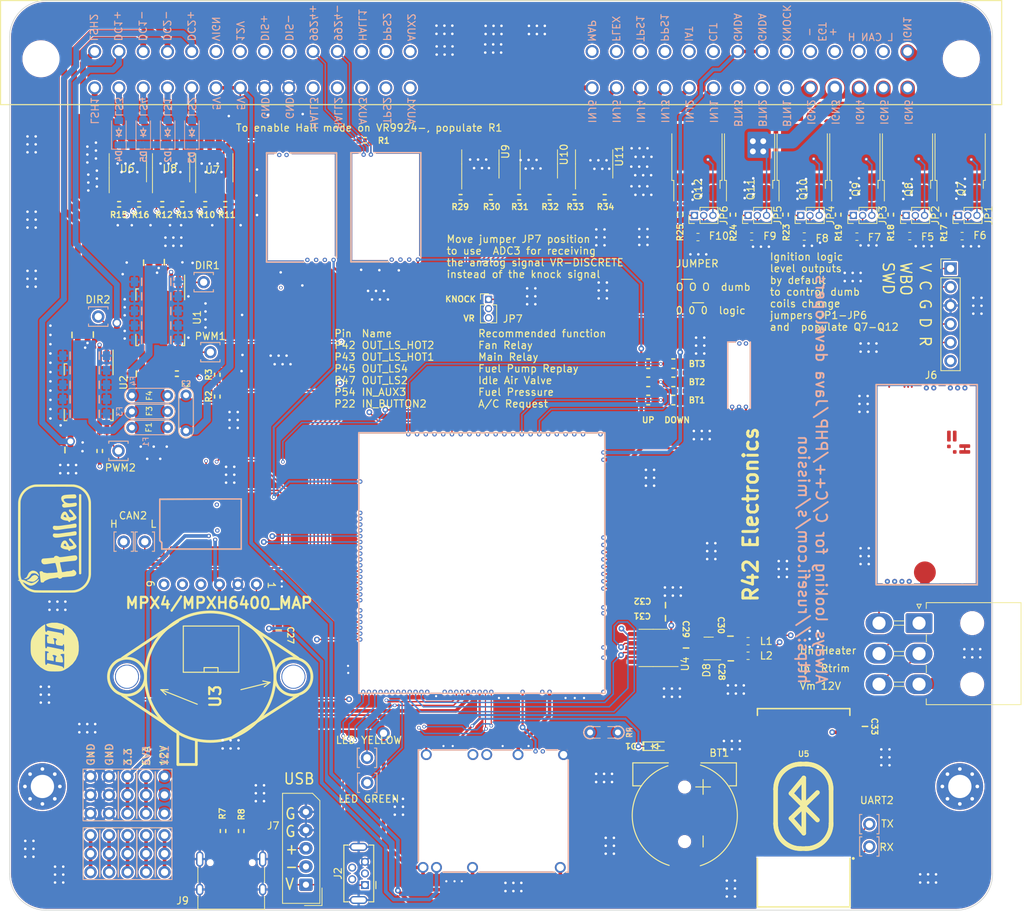
<source format=kicad_pcb>
(kicad_pcb (version 20221018) (generator pcbnew)
  (title_block (title "UAEFI") (date "2024-03-27") (rev "C"))
  (layers (0 "F.Cu" signal) (1 "In1.Cu" signal) (2 "In2.Cu" signal) (31 "B.Cu" signal) (34 "B.Paste" user) (35 "F.Paste" user) (36 "B.SilkS" user "B.Silkscreen") (37 "F.SilkS" user "F.Silkscreen") (38 "B.Mask" user) (39 "F.Mask" user) (44 "Edge.Cuts" user))
  (net 0 "")
  (net 1 "Net-(BT1-+)")
  (net 2 "GND")
  (net 3 "/DC Driver 1/PWR")
  (net 4 "/OUT_DC1-")
  (net 5 "/OUT_DC1+")
  (net 6 "/DC Driver 2/PWR")
  (net 7 "/OUT_DC2-")
  (net 8 "/OUT_DC2+")
  (net 9 "+5VA")
  (net 10 "Net-(U4-T-)")
  (net 11 "Net-(U4-T+)")
  (net 12 "+3.3VA")
  (net 13 "/VBAT")
  (net 14 "+12V_RAW")
  (net 15 "/OUT_LS1")
  (net 16 "/OUT_LS2")
  (net 17 "/OUT_LS3")
  (net 18 "/OUT_LS4")
  (net 21 "/IN_VIGN")
  (net 22 "+12V")
  (net 23 "+5VP")
  (net 24 "/IN_PPS2")
  (net 25 "/IN_PPS1")
  (net 26 "/IN_CLT")
  (net 27 "/IN_IAT")
  (net 28 "/CAN-")
  (net 29 "/CAN+")
  (net 30 "GNDA")
  (net 31 "/IN_TPS1")
  (net 32 "/IN_TPS2")
  (net 33 "/IN_AUX3")
  (net 34 "/IN_AUX2")
  (net 35 "/IN_AUX1")
  (net 36 "/IN_BUTTON2")
  (net 37 "/IN_BUTTON1")
  (net 38 "/IN_HALL3")
  (net 39 "/IN_HALL2")
  (net 40 "/IN_HALL1")
  (net 41 "/IN_MAP")
  (net 42 "/EGT+")
  (net 43 "/IN_BUTTON3")
  (net 44 "/IN_KNOCK_RAW")
  (net 45 "/IN_FLEX")
  (net 46 "/VR_MAX9924+")
  (net 47 "/EGT-")
  (net 48 "/WBO_Un")
  (net 49 "/WBO_Vm")
  (net 50 "/WBO_Ip")
  (net 51 "/WBO_Rtrim")
  (net 52 "/WBO_Heater")
  (net 53 "/OUT_IGN6")
  (net 54 "/OUT_IGN5")
  (net 55 "/OUT_IGN4")
  (net 56 "/OUT_IGN3")
  (net 57 "/OUT_IGN2")
  (net 58 "/OUT_IGN1")
  (net 59 "/OUT_INJ6")
  (net 60 "/OUT_INJ5")
  (net 61 "/OUT_INJ4")
  (net 62 "/OUT_INJ3")
  (net 63 "/OUT_INJ2")
  (net 64 "/OUT_INJ1")
  (net 65 "Net-(J6-Pin_1)")
  (net 66 "Net-(J6-Pin_2)")
  (net 67 "Net-(J6-Pin_4)")
  (net 68 "Net-(J6-Pin_5)")
  (net 70 "/VBUS")
  (net 71 "/USB-")
  (net 72 "/USB+")
  (net 73 "Net-(J9-CC1)")
  (net 75 "Net-(J9-CC2)")
  (net 78 "/VIGN")
  (net 79 "+5V")
  (net 80 "/PWR_EN")
  (net 81 "Net-(M1-PG_5VP)")
  (net 82 "/IN_KNOCK")
  (net 83 "/VR_MAX9924-")
  (net 84 "/VR_DISCRETE+")
  (net 85 "/VR_DISCRETE-")
  (net 88 "/VR_DISCRETE_THR")
  (net 91 "/DC2_DIS")
  (net 92 "/DC2_DIR")
  (net 93 "/DC1_DIS")
  (net 94 "/LS2")
  (net 95 "/LS1")
  (net 96 "/INJ6")
  (net 97 "/INJ5")
  (net 98 "/INJ4")
  (net 99 "/INJ3")
  (net 100 "/INJ2")
  (net 101 "/INJ1")
  (net 102 "/LS3")
  (net 103 "/LS4")
  (net 104 "/DC1_PWM")
  (net 105 "/DC1_DIR")
  (net 106 "/DC2_PWM")
  (net 107 "Net-(M5-PULL_DOWN1)")
  (net 112 "/EGT/SPI_CS")
  (net 113 "/EGT/SPI_SCK")
  (net 114 "/EGT/SPI_SO")
  (net 121 "+3.3V")
  (net 122 "/IN_VMAIN")
  (net 123 "/INTERNAL_MAP")
  (net 124 "/ADC3")
  (net 125 "/IGN6")
  (net 126 "/IGN5")
  (net 127 "/IGN4")
  (net 128 "/IGN3")
  (net 129 "/IGN2")
  (net 130 "/IGN1")
  (net 132 "Net-(Q7-G)")
  (net 133 "Net-(Q8-G)")
  (net 134 "Net-(Q9-G)")
  (net 135 "Net-(Q10-G)")
  (net 136 "Net-(Q11-G)")
  (net 137 "Net-(Q12-G)")
  (net 144 "Net-(M6-SPI2_CS_{slash}_CAN2_RX_(PB12))")
  (net 145 "Net-(M6-SPI2_SCK_{slash}_CAN2_TX_(PB13))")
  (net 146 "Net-(M6-UART2_TX_(PD5))")
  (net 147 "Net-(M6-UART2_RX_(PD6))")
  (net 148 "Net-(M6-LED_GREEN)")
  (net 149 "Net-(M6-LED_YELLOW)")
  (net 150 "Net-(M7-CANL)")
  (net 151 "Net-(M7-CANH)")
  (net 157 "/VREF1")
  (net 162 "/PG_5VP")
  (net 163 "Net-(JP2-C)")
  (net 164 "Net-(JP1-C)")
  (net 165 "Net-(JP3-C)")
  (net 166 "Net-(JP4-C)")
  (net 167 "Net-(JP5-C)")
  (net 168 "Net-(JP6-C)")
  (net 169 "/12V_KEY")
  (net 180 "/OUT_LS_HOT1")
  (net 181 "/OUT_LS_HOT2")
  (net 182 "/LS_HOT2")
  (net 183 "/LS_HOT1")
  (net 184 "/VR_DISCRETE_A")
  (net 185 "/VR_DISCRETE")
  (net 186 "/VR_MAX9924")
  (net 187 "Net-(JP1-A)")
  (net 188 "Net-(JP2-A)")
  (net 189 "Net-(JP3-A)")
  (net 190 "Net-(JP4-A)")
  (net 191 "Net-(JP5-A)")
  (net 192 "Net-(JP6-A)")
  (net 193 "Net-(G4-Pad1)")
  (net 194 "Net-(G4-Pad12)")
  (net 195 "Net-(G4-Pad13)")
  (net 196 "Net-(G4-Pad14)")
  (net 197 "Net-(G4-Pad10)")
  (footprint "hellen-one-common:R0805" (layer "F.Cu") (at 127.177 78.267 180)
    (fp_text reference "R40" hide)
    (fp_text value "DNP" hide)
  )
  (footprint "Connector_PinHeader_1.27mm:PinHeader_1x03_P1.27mm_Vertical" (layer "F.Cu") (at 155.3545 57.892 90)
    (fp_text reference "JP3")
    (fp_text value "Jumper_3_Open" hide)
  )
  (footprint "Package_TO_SOT_SMD:SOT-23" (layer "F.Cu") (at 135.477 117.402 180)
    (fp_text reference "D8")
    (fp_text value "NUP2105L")
  )
  (footprint "Package_SO:SOIC-8_3.9x4.9mm_P1.27mm" (layer "F.Cu") (at 67.5845 51.342 90)
    (fp_text reference "U7")
    (fp_text value "VNLD5160TR-E")
  )
  (footprint "hellen-one-common:C0603" (layer "F.Cu") (at 50.972 74.292 180)
    (fp_text reference "C24" hide)
    (fp_text value "100n" hide)
  )
  (footprint "Connector_PinHeader_1.27mm:PinHeader_1x03_P1.27mm_Vertical" (layer "F.Cu") (at 169.7945 57.892 90)
    (fp_text reference "JP1")
    (fp_text value "Jumper_3_Open" hide)
  )
  (footprint "hellen-one-common:R0805" (layer "F.Cu") (at 127.177 80.767 180)
    (fp_text reference "R39" hide)
    (fp_text value "DNP" hide)
  )
  (footprint "Package_TO_SOT_SMD:TO-252-2" (layer "F.Cu") (at 148.3295 49.777 90)
    (fp_text reference "Q10")
    (fp_text value "ISL9V3040D3ST" hide)
  )
  (footprint "hellen-one-common:C0603" (layer "F.Cu") (at 76.445 114.87675 -90)
    (fp_text reference "C27")
    (fp_text value "100n" hide)
  )
  (footprint "kicad6-libraries:CR1220-2" (layer "F.Cu") (at 132.177 140.341933 -90)
    (fp_text reference "BT1")
    (fp_text value "CR1220")
  )
  (footprint "Package_SO:SOIC-8_3.9x4.9mm_P1.27mm" (layer "F.Cu") (at 112.157 50.821144 90)
    (fp_text reference "U10")
    (fp_text value "VNLD5160TR-E")
  )
  (footprint "hellen-one-common:R0603" (layer "F.Cu") (at 109.457 55.400288)
    (fp_text reference "R31")
    (fp_text value "4.7k" hide)
  )
  (footprint "hellen-one-common:PAD-TH" (layer "F.Cu") (at 157.552 141.542 180)
    (fp_text reference "P8" hide)
    (fp_text value "Pad" hide)
  )
  (footprint "hellen-one-common:C0603" (layer "F.Cu") (at 138.494977 115.711999 -90)
    (fp_text reference "C30")
    (fp_text value "10n" hide)
  )
  (footprint "hellen-one-common:PROTO_AREA" (layer "F.Cu") (at 50.582 134.985)
    (fp_text reference "G3" hide)
    (fp_text value "PROTO_AREA" hide)
  )
  (footprint "hellen-one-wbo-0.5:wbo" (layer "F.Cu") (at 158.377 81.042 -90)
    (fp_text reference "M5" hide)
    (fp_text value "Module-wbo-0.5" hide)
  )
  (footprint "Package_TO_SOT_SMD:TO-252-2" (layer "F.Cu") (at 170.0195 49.777 90)
    (fp_text reference "Q7")
    (fp_text value "ISL9V3040D3ST" hide)
  )
  (footprint "Package_TO_SOT_SMD:TO-252-2" (layer "F.Cu") (at 162.7895 49.777 90)
    (fp_text reference "Q8")
    (fp_text value "ISL9V3040D3ST" hide)
  )
  (footprint "hellen-one-common:PAD-TH" (layer "F.Cu") (at 58.039505 102.723666 180)
    (fp_text reference "P1" hide)
    (fp_text value "Pad" hide)
  )
  (footprint "hellen-one-common:C0603" (layer "F.Cu") (at 47.072 90.117)
    (fp_text reference "C26" hide)
    (fp_text value "10n" hide)
  )
  (footprint "hellen-one-common:C0603" (layer "F.Cu") (at 156.977 128.117 -90)
    (fp_text reference "C33")
    (fp_text value "100n" hide)
  )
  (footprint "hellen-one-common:C0603" (layer "F.Cu") (at 132.352 117.342001 90)
    (fp_text reference "C29")
    (fp_text value "100n" hide)
  )
  (footprint "hellen-one-common:R0603" (layer "F.Cu") (at 121.202 55.392 180)
    (fp_text reference "R34")
    (fp_text value "4.7k" hide)
  )
  (footprint "kicad6-libraries:R42_Logo" (layer "F.Cu") (at 149.339546 99.187 90)
    (fp_text reference "G***" hide)
    (fp_text value "LOGO" hide)
  )
  (footprint "hellen-one-common:R0603" (layer "F.Cu") (at 88.277 47.567)
    (fp_text reference "R1")
    (fp_text value "4.7k" hide)
  )
  (footprint "hellen-one-common:LOGO" (layer "F.Cu") (at 45.72 101.992 90)
    (fp_text reference "G2" hide)
    (fp_text value "LOGO" hide)
  )
  (footprint "hellen-one-common:PAD-TH" (layer "F.Cu") (at 55.139505 102.723666 180)
    (fp_text reference "P2" hide)
    (fp_text value "Pad" hide)
  )
  (footprint "Package_SO:SOIC-8_3.9x4.9mm_P1.27mm" (layer "F.Cu") (at 127.852 117.327 180)
    (fp_text reference "U4")
    (fp_text value "MAX31855KASA")
  )
  (footprint "Connector_PinHeader_1.27mm:PinHeader_1x03_P1.27mm_Vertical" (layer "F.Cu") (at 105.252 69.427)
    (fp_text reference "JP7")
    (fp_text value "Jumper_3_Open")
  )
  (footprint "hellen-one-common:C0603" (layer "F.Cu") (at 56.872 79.617)
    (fp_text reference "C13" hide)
    (fp_text value "10n" hide)
  )
  (footprint "hellen-one-common:PAD-TH" (layer "F.Cu") (at 66.122 67.067 -90)
    (fp_text reference "P15" hide)
    (fp_text value "Pad" hide)
  )
  (footprint "Package_SO:SOIC-8_3.9x4.9mm_P1.27mm" (layer "F.Cu") (at 119.752 50.817 90)
    (fp_text reference "U11")
    (fp_text value "VNLD5160TR-E")
  )
  (footprint "hellen-one-common:C0603" (layer "F.Cu") (at 129.552 113.227)
    (fp_text reference "C31")
    (fp_text value "100n" hide)
  )
  (footprint "MountingHole:MountingHole_3.2mm_M3_Pad_Via" (layer "F.Cu") (at 43.977 136.367)
    (fp_text reference "H1" hide)
    (fp_text value "M3")
  )
  (footprint "uaefi-main:211PL562L0011_2" (layer "F.Cu") (at 106.977 37.867 180)
    (fp_text reference "J1" hide)
    (fp_text value "211PL562L0011" hide)
  )
  (footprint "hellen-one-common:PAD-1206-PAD" (layer "F.Cu") (at 58.712 82.642 180)
    (fp_text reference "F4")
    (fp_text value "12H1500D" hide)
  )
  (footprint "hellen-one-common:R0805" (layer "F.Cu") (at 130.627 78.267 180)
    (fp_text reference "R37" hide)
    (fp_text value "10k" hide)
  )
  (footprint "Fuse:Fuse_0603_1608Metric" (layer "F.Cu") (at 141.3895 60.792 180)
    (fp_text reference "F9")
    (fp_text value "50mA")
  )
  (footprint "hellen-one-common:C0603" (layer "F.Cu") (at 60.722 64.342 180)
    (fp_text reference "C11" hide)
    (fp_text value "100n" hide)
  )
  (footprint "Connector_Molex:Molex_SPOX_5267-05A_1x05_P2.50mm_Vertical" (layer "F.Cu") (at 80.167 149.867 90)
    (fp_text reference "J7")
    (fp_text value "Conn_01x05_Male")
  )
  (footprint "Fuse:Fuse_0603_1608Metric" (layer "F.Cu") (at 170.2895 60.742 180)
    (fp_text reference "F6")
    (fp_text value "50mA")
  )
  (footprint "hellen-one-common:PAD-TH" (layer "F.Cu") (at 88.582 135.851 180)
    (fp_text reference "P4" hide)
    (fp_text value "Pad" hide)
  )
  (footprint "Connector_PinHeader_1.27mm:PinHeader_1x03_P1.27mm_Vertical" (layer "F.Cu") (at 162.5945 57.892 90)
    (fp_text reference "JP2")
    (fp_text value "Jumper_3_Open" hide)
  )
  (footprint "MountingHole:MountingHole_3.2mm_M3_Pad_Via" (layer "F.Cu") (at 169.977 136.367)
    (fp_text reference "H2" hide)
    (fp_text value "M3")
  )
  (footprint "hellen-one-common:PROTO_AREA" (layer "F.Cu") (at 50.592 143.062)
    (fp_text reference "G4" hide)
    (fp_text value "PROTO_AREA" hide)
  )
  (footprint "hellen-one-vr-discrete-0.5:vr-discrete" (layer "F.Cu") (at 74.667 49.2045 -90)
    (fp_text reference "M3" hide)
    (fp_text value "Module-vr-discrete-0.5" hide)
  )
  (footprint "hellen-one-common:R0603" (layer "F.Cu") (at 66.3345 56.362856 180)
    (fp_text reference "R10")
    (fp_text value "4.7k" hide)
  )
  (footprint "hellen-one-common:PAD-TH" (layer "F.Cu") (at 67.047 76.692 -90)
    (fp_text reference "P17" hide)
    (fp_text value "Pad" hide)
  )
  (footprint "Fuse:Fuse_0603_1608Metric" (layer "F.Cu") (at 134.0145 60.867 180)
    (fp_text reference "F10")
    (fp_text value "50mA")
  )
  (footprint "hellen-one-common:PAD-1206-PAD" (layer "F.Cu") (at 58.712 84.842 180)
    (fp_text reference "F3")
    (fp_text value "12H1500D" hide)
  )
  (footprint "hellen-one-common:SOD-323" (layer "F.Cu") (at 128.177 130.841933)
    (fp_text reference "D1")
    (fp_text value "1N4148WS" hide)
  )
  (footprint "hellen-one-common:USB-MINI-B-VERTICAL" (layer "F.Cu") (at 87.402 148.317 90)
    (fp_text reference "J2")
    (fp_text value "USB_B_Mini")
  )
  (footprint "hellen-one-knock-0.2:knock" (layer "F.Cu") (at 138.002 75.192 -90)
    (fp_text reference "M2" hide)
    (fp_text value "Module-knock-0.2" hide)
  )
  (footprint "hellen-one-common:C0603" (layer "F.Cu") (at 48.037001 74.292)
    (fp_text reference "C25" hide)
    (fp_text value "10n" hide)
  )
  (footprint "hellen-one-common:R0603" (layer "F.Cu") (at 153.2695 57.792 -90)
    (fp_text reference "R19")
    (fp_text value "22" hide)
  )
  (footprint "hellen-one-common:PAD-TH" (layer "F.Cu") (at 54.422 90.242 -90)
    (fp_text reference "P18" hide)
    (fp_text value "Pad" hide)
  )
  (footprint "hellen-one-power_12and5V-0.2:power_12and5V" (layer "F.Cu") (at 116.302002 148.242 90)
    (fp_text reference "M1" hide)
    (fp_text value "Module-power_12and5V-0.2" hide)
  )
  (footprint "hellen-one-common:R0603" (layer "F.Cu") (at 117.052 55.396144)
    (fp_text reference "R33")
    (fp_text value "4.7k" hide)
  )
  (footprint "Fuse:Fuse_0603_1608Metric" (layer "F.Cu") (at 148.6145 60.792 180)
    (fp_text reference "F8")
    (fp_text value "50mA")
  )
  (footprint "Package_TO_SOT_SMD:TO-252-2" (layer "F.Cu") (at 133.8695 49.777 90)
    (fp_text reference "Q12")
    (fp_text value "ISL9V3040D3ST" hide)
  )
  (footprint "hellen-one-can-0.1:can" (layer "F.Cu") (at 60.002007 103.842003)
    (fp_text reference "M7" hide)
    (fp_text value "Module-can-0.1" hide)
  )
  (footprint "Connector_PinHeader_1.27mm:PinHeader_1x03_P1.27mm_Vertical" (layer "F.Cu") (at 148.1195 57.892 90)
    (fp_text reference "JP4")
    (fp_text value "Jumper_3_Open" hide)
  )
  (footprint "hellen-one-common:R0603" (layer "F.Cu") (at 146.0445 57.792 -90)
    (fp_text reference "R23")
    (fp_text value "22" hide)
  )
  (footprint "hellen-one-common:R0603" (layer "F.Cu") (at 68.781814 142.492 -90)
    (fp_text reference "R7")
    (fp_text value "5.6k" hide)
  )
  (footprint "hellen-one-common:R0603" (layer "F.Cu") (at 62.447 79.642)
    (fp_text reference "R9" hide)
    (fp_text value "4.7k" hide)
  )
  (footprint "hellen-one-common:R0603" (layer "F.Cu") (at 138.8195 57.792 -90)
    (fp_text reference "R24")
    (fp_text value "22" hide)
  )
  (footprint "Fuse:Fuse_0603_1608Metric" (layer "F.Cu") (at 155.8395 60.817 180)
    (fp_text reference "F7")
    (fp_text value "50mA")
  )
  (footprint "hellen-one-common:C0603" (layer "F.Cu") (at 129.552 111.427)
    (fp_text reference "C32")
    (fp_text value "1u" hide)
  )
  (footprint "hellen-one-common:R0603" (layer "F.Cu") (at 57.2595 56.367)
    (fp_text reference "R16")
    (fp_text value "4.7k" hide)
  )
  (footprint "Package_SO:SOIC-8_3.9x4.9mm_P1.27mm" (layer "F.Cu") (at 104.127 50.821144 90)
    (fp_text reference "U9")
    (fp_text value "VNLD5160TR-E")
  )
  (footprint "hellen-one-common:R0603" (layer "F.Cu") (at 105.552 55.396144 180)
    (fp_text reference "R30")
    (fp_text value "4.7k" hide)
  )
  (footprint "Package_TO_SOT_SMD:TO-252-2" (layer "F.Cu") (at 155.5595 49.777 90)
    (fp_text reference "Q9")
    (fp_text value "ISL9V3040D3ST" hide)
  )
  (footprint "kicad6-libraries:JDY-33" (layer "F.Cu") (at 148.527 139.092 180)
    (fp_text reference "U5")
    (fp_text value "JDY-33")
  )
  (footprint "hellen-one-common:R0603" (layer "F.Cu") (at 131.5695 57.792 -90)
    (fp_text reference "R25")
    (fp_text value "22" hide)
  )
  (footprint "Inductor_SMD:L_0603_1608Metric" (layer "F.Cu") (at 140.894977 118.402 180)
    (fp_text reference "L2")
    (fp_text value "470R@100MHz")
  )
  (footprint "hellen-one-common:R0603" (layer "F.Cu") (at 167.7445 57.792 -90)
    (fp_text reference "R17")
    (fp_text value "22" hide)
  )
  (footprint "hellen-one-common:R0603" (layer "F.Cu") (at 71.281814 142.492 -90)
    (fp_text reference "R8")
    (fp_text value "5.6k" hide)
  )
  (footprint "hellen-one-common:R0603" (layer "F.Cu") (at 67.997 79.792 -90)
    (fp_text reference "R3")
    (fp_text value "6.8k" hide)
  )
  (footprint "hellen-one-common:R0603" (layer "F.Cu") (at 54.5095 56.367)
    (fp_text reference "R15")
    (fp_text value "4.7k" hide)
  )
  (footprint "Connector_PinHeader_1.27mm:PinHeader_1x03_P1.27mm_Vertical" (layer "F.Cu") (at 133.5245 57.892 90)
    (fp_text reference "JP6")
    (fp_text value "Jumper_3_Open" hide)
  )
  (footprint "hellen-one-common:R0805" (layer "F.Cu") (at 130.627 83.267 180)
    (fp_text reference "R35" hide)
    (fp_text value "10k" hide)
  )
  (footprint "hellen-one-common:R0603" (layer "F.Cu") (at 63.1845 56.362856 180)
    (fp_text reference "R13")
    (fp_text value "4.7k" hide)
  )
  (footprint "hellen-one-common:PAD-1206-PAD" (layer "F.Cu") (at 58.712 87.042 180)
    (fp_text reference "F1")
    (fp_text value "12H1500D" hide)
  )
  (footprint "hellen-one-common:PAD-TH" (layer "F.Cu") (at 88.557 132.426 180)
    (fp_text reference "P3" hide)
    (fp_text value "Pad" hide)
  )
  (footprint "hellen-one-common:PAD-0805-PAD" (layer "F.Cu") (at 121.102 128.942 180)
    (fp_text reference "R4")
    (fp_text value "Jumper-Pad-Pad" hide)
  )
  (footprint "hellen-one-common:R0603" (layer "F.Cu") (at 69.0845 56.362856 180)
    (fp_text reference "R11")
    (fp_text value "4.7k" hide)
  )
  (footprint "hellen-one-common:R0805" (layer "F.Cu") (at 127.177 83.267 180)
    (fp_text reference "R38" hide)
    (fp_text value "DNP" hide)
  )
  (footprint "hellen-one-common:R0805" (layer "F.Cu") (at 130.627 80.767 180)
    (fp_text reference "R36" hide)
    (fp_text value "10k" hide)
  )
  (footprint "Fuse:Fuse_0603_1608Metric" (layer "F.Cu") (at 163.102 60.742 180)
    (fp_text reference "F5")
    (fp_text value "50mA")
  )
  (footprint "Package_SO:Infineon_PG-DSO-12-11" (layer "F.Cu") (at 60.162 71.892 -90)
    (fp_text reference "U1")
    (fp_text value "TLE9201SG")
  )
  (footprint "Package_SO:Infineon_PG-DSO-12-11" (layer "F.Cu") (at 50.327 82.192 -90)
    (fp_text reference "U2")
    (fp_text value "TLE9201SG")
  )
  (footprint "hellen-one-common:R0603" (layer "F.Cu") (at 113.632 55.396144 180)
    (fp_text reference "R32")
    (fp_text value "4.7k" hide)
  )
  (footprint "hellen-one-common:C0603" (layer "F.Cu") (at 138.494977 119.102 90)
    (fp_text reference "C28")
    (fp_text value "10n" hide)
  )
  (footprint "hellen-one-common:PAD-TH" (layer "F.Cu") (at 157.552 144.617 180)
    (fp_text reference "P7" hide)
    (fp_text value "Pad" hide)
  )
  (footprint "Package_SO:SOIC-8_3.9x4.9mm_P1.27mm" (layer "F.Cu") (at 55.7095 51.342 90)
    (fp_text reference "U6")
    (fp_text value "VNLD5160TR-E")
  )
  (footprint "hellen-one-common:R0603" (layer "F.Cu") (at 101.402 55.400288)
    (fp_text reference "R29")
    (fp_text value "4.7k" hide)
  )
  (footprint "hellen-one-mega-mcu100-0.3:mega-mcu100" (layer "F.Cu") (at 121.327005 87.666995 180)
    (fp_text reference "M6" hide)
    (fp_text value "Module:mega-mcu100/0.3" hide)
  )
  (footprint "hellen-one-common:R0603" (layer "F.Cu") (at 160.4945 57.792 -90)
    (fp_text reference "R18")
    (fp_text value "22" hide)
  )
  (footprint "Inductor_SMD:L_0603_1608Metric" (layer "F.Cu") (at 140.894977 116.402 180)
    (fp_text reference "L1")
    (fp_text value "470R@100MHz")
  )
  (footprint "Package_TO_SOT_SMD:TO-252-2" (layer "F.Cu") (at 141.0995 49.777 90)
    (fp_text reference "Q11")
    (fp_text value "ISL9V3040D3ST" hide)
  )
  (footprint "kicad6-libraries:USB_C" (layer "F.Cu") (at 69.907 149.447)
    (fp_text reference "J9")
    (fp_text value "USB_C")
  )
  (footprint "hellen-one-vr-max9924-0.1:vr-max9924" (layer "F.Cu") (at 86.252 49.167 -90)
    (fp_text reference "M4" hide)
    (fp_text value "Module-vr-max9924-0.1" hide)
  )
  (footprint "Connector_PinHeader_1.27mm:PinHeader_1x03_P1.27mm_Vertical" (layer "F.Cu") (at 140.8945 57.892 90)
    (fp_text reference "JP5")
    (fp_text value "Jumper_3_Open" hide)
  )
  (footprint "kicad6-libraries:rusefi_logo" (layer "F.Cu") (at 45.702 117.217 90)
    (fp_text reference "G1" hide)
    (fp_text value "RUSEFI_LOGO" hide)
  )
  (footprint "hellen-one-common:PAD-1206-PAD" (layer "F.Cu") (at 63.702 85.042 -90)
    (fp_text reference "F2")
    (fp_text value "12H1500D" hide)
  )
  (footprint "Connector_PinHeader_2.54mm:PinHeader_1x06_P2.54mm_Vertical" (layer "F.Cu") (at 168.702 65.192)
    (fp_text reference "J6")
    (fp_text value "Conn_01x06")
  )
  (footprint "hellen-one-common:R0603" (layer "F.Cu") (at 60.4345 56.362856 180)
    (fp_text reference "R12")
    (fp_text value "4.7k" hide)
  )
  (footprint "hellen-one-common:R0603" (layer "F.Cu") (at 67.997 82.792 -90)
    (fp_text reference "R2")
    (fp_text value "33k" hide)
  )
  (footprint "hellen-one-common:R0603" (layer "F.Cu") (at 51.847 90.267 -90)
    (fp_text reference "R14" hide)
    (fp_text value "4.7k" hide)
  )
  (footprint "kicad6-libraries:MPX-4_MAP" (layer "F.Cu") (at 67.02 125.09 180)
    (fp_text reference "U3")
    (fp_text value "MPX4/MPXH6400_MAP")
  )
  (footprint "Connector_Molex:Molex_Mini-Fit_Jr_5569-06A2_2x03_P4.20mm_Horizontal" (layer "F.Cu") (at 164.377 113.917 -90)
    (fp_text reference "J3" hide)
    (fp_text value "5569-06A2" hide)
  )
  (footprint "hellen-one-common:PAD-TH" (layer "F.Cu") (at 51.647 71.792 -90)
    (fp_text reference "P16" hide)
    (fp_text value "Pad" hide)
  )
  (footprint "hellen-one-common:C0603" (layer "F.Cu") (at 57.872 64.367)
    (fp_text reference "C12" hide)
    (fp_text value "10n" hide)
  )
  (footprint "Package_SO:SOIC-8_3.9x4.9mm_P1.27mm" (layer "F.Cu") (at 61.647 51.342 90)
    (fp_text reference "U8")
    (fp_text value "VNLD5160TR-E")
  )
  (footprint "hellen-one-common:C0805" (layer "B.Cu") (at 57.612 75.017)
    (fp_text reference "C10" hide)
    (fp_text value "10u" hide)
  )
  (footprint "hellen-one-common:SOD-123" (layer "B.Cu") (at 54.477 46.542 90)
    (fp_text reference "D4")
    (fp_text value "B5819W" hide)
  )
  (footprint "hellen-one-common:C0805" (layer "B.Cu") (at 57.612 69.017)
    (fp_text reference "C7" hide)
    (fp_text value "10u" hide)
  )
  (footprint "hellen-one-common:C0805" (layer "B.Cu") (at 51.777 83.167 180)
    (fp_text reference "C17" hide)
    (fp_text value "10u" hide)
  )
  (footprint "hellen-one-common:C0805" (layer "B.Cu") (at 61.612 71.017 180)
    (fp_text reference "C3" hide)
    (fp_text value "10u" hide)
  )
  (footprint "hellen-one-common:C0805" (layer "B.Cu") (at 47.777 85.167)
    (fp_text reference "C23" hide)
    (fp_text value "10u" hide)
  )
  (footprint "hellen-one-common:C0805" (layer "B.Cu") (at 61.612 67.017 180)
    (fp_text reference "C1" hide)
    (fp_text value "10u" hide)
  )
  (footprint "hellen-one-common:C0805" (layer "B.Cu") (at 51.777 77.167 180)
    (fp_text reference "C14" hide)
    (fp_text value "10u" hide)
  )
  (footprint "hellen-one-common:C0805" (layer "B.Cu") (at 47.777 77.167)
    (fp_text reference "C19" hide)
    (fp_text value "10u" hide)
  )
  (footprint "hellen-one-common:C0805" (layer "B.Cu") (at 61.612 73.017 180)
    (fp_text reference "C4" hide)
    (fp_text value "10u" hide)
  )
  (footprint "hellen-one-common:SOD-123" (layer "B.Cu") (at 61.177 46.542 90)
    (fp_text reference "D2")
    (fp_text value "B5819W" hide)
  )
  (footprint "hellen-one-common:C0805" (layer "B.Cu") (at 47.777 81.167)
    (fp_text reference "C21" hide)
    (fp_text value "10u" hide)
  )
  (footprint "hellen-one-common:C0805" (layer "B.Cu") (at 51.777 81.167 180)
    (fp_text reference "C16" hide)
    (fp_text value "10u" hide)
  )
  (footprint "hellen-one-common:C0805" (layer "B.Cu") (at 47.777 83.167)
    (fp_text reference "C22" hide)
    (fp_text value "10u" hide)
  )
  (footprint "hellen-one-common:SOD-123" (layer "B.Cu") (at 64.502 46.542 90)
    (fp_text reference "D3")
    (fp_text value "B5819W" hide)
  )
  (footprint "hellen-one-common:C0805" (layer "B.Cu") (at 61.612 75.017 180)
    (fp_text reference "C5" hide)
    (fp_text value "10u" hide)
  )
  (footprint "hellen-one-common:C0805" (layer "B.Cu") (at 51.777 79.167 180)
    (fp_text reference "C15" hide)
    (fp_text value "10u" hide)
  )
  (footprint "hellen-one-common:C0805" (layer "B.Cu") (at 57.612 71.017)
    (fp_text reference "C8" hide)
    (fp_text value "10u" hide)
  )
  (footprint "hellen-one-common:C0805" (layer "B.Cu") (at 57.612 73.017)
    (fp_text reference "C9" hide)
    (fp_text value "10u" hide)
  )
  (footprint "hellen-one-common:C0805" (layer "B.Cu") (at 57.612 67.017)
    (fp_text reference "C6" hide)
    (fp_text value "10u" hide)
  )
  (footprint "hellen-one-common:SOD-123" (layer "B.Cu") (at 57.827 46.542 90)
    (fp_text reference "D5")
    (fp_text value "B5819W" hide)
  )
  (footprint "hellen-one-common:C0805" (layer "B.Cu") (at 61.612 69.017 180)
    (fp_text reference "C2" hide)
    (fp_text value "10u" hide)
  )
  (footprint "hellen-one-common:C0805" (layer "B.Cu") (at 51.777 85.167 180)
    (fp_text reference "C18" hide)
    (fp_text value "10u" hide)
  )
  (footprint "hellen-one-common:C0805" (layer "B.Cu") (at 47.777 79.167)
    (fp_text reference "C20" hide)
    (fp_text value "10u" hide)
  )
  (gr_line (start 54.403668 142.412) (end 54.403668 148.812) (stroke (width 0.15)) (layer "B.SilkS"))
  (gr_line (start 59.477 134.342) (end 59.477 140.742) (stroke (width 0.15)) (layer "B.SilkS"))
  (gr_line (start 56.945334 142.412) (end 56.945334 148.812) (stroke (width 0.15)) (layer "B.SilkS"))
  (gr_line (start 59.487 142.412) (end 59.487 148.812) (stroke (width 0.15)) (layer "B.SilkS"))
  (gr_line (start 56.952 134.342) (end 56.952 140.742) (stroke (width 0.15)) (layer "B.SilkS"))
  (gr_line (start 54.402 134.317) (end 54.402 140.717) (stroke (width 0.15)) (layer "B.SilkS"))
  (gr_line (start 51.862 142.412) (end 51.862 148.812) (stroke (width 0.15)) (layer "B.SilkS"))
  (gr_line (start 59.487 148.787) (end 59.487 142.387) (stroke (width 0.15)) (layer "F.SilkS"))
  (gr_line (start 54.403666 148.787) (end 54.403666 142.387) (stroke (width 0.15)) (layer "F.SilkS"))
  (gr_line (start 59.477 140.767) (end 59.477 134.367) (stroke (width 0.15)) (layer "F.SilkS"))
  (gr_line (start 51.862 148.787) (end 51.862 142.387) (stroke (width 0.15)) (layer "F.SilkS"))
  (gr_line (start 56.927 140.742) (end 56.927 134.342) (stroke (width 0.15)) (layer "F.SilkS"))
  (gr_line (start 56.945332 148.787) (end 56.945332 142.387) (stroke (width 0.15)) (layer "F.SilkS"))
  (gr_line (start 54.402 140.742) (end 54.402 134.342) (stroke (width 0.15)) (layer "F.SilkS"))
  (gr_line (start 44.4754 28.367) (end 169.4938 28.367) (stroke (width 0.1)) (layer "Edge.Cuts"))
  (gr_arc (start 39.477 33.3654) (mid 40.940997 29.830997) (end 44.4754 28.367) (stroke (width 0.1)) (layer "Edge.Cuts"))
  (gr_arc (start 169.4938 28.367) (mid 173.017455 29.826545) (end 174.477 33.3502) (stroke (width 0.1)) (layer "Edge.Cuts"))
  (gr_arc (start 174.477 148.3842) (mid 173.017572 151.907572) (end 169.4942 153.367) (stroke (width 0.1)) (layer "Edge.Cuts"))
  (gr_line (start 174.477 148.3842) (end 174.477 33.3502) (stroke (width 0.1)) (layer "Edge.Cuts"))
  (gr_arc (start 44.4754 153.367) (mid 40.940997 151.903003) (end 39.477 148.3686) (stroke (width 0.1)) (layer "Edge.Cuts"))
  (gr_line (start 44.4754 153.367) (end 169.4942 153.367) (stroke (width 0.1)) (layer "Edge.Cuts"))
  (gr_line (start 39.477 148.3686) (end 39.477 33.3654) (stroke (width 0.1)) (layer "Edge.Cuts"))
  (gr_text "3.3" (at 55.727 132.283666 90) (layer "B.SilkS") (effects (font (size 1 1)) (justify mirror)))
  (gr_text "IAT" (at 132.722 32.969381 270) (layer "B.SilkS") (effects (font (size 1 1)) (justify mirror)))
  (gr_text "INJ6" (at 119.452 43.592 -90) (layer "B.SilkS") (effects (font (size 1 1)) (justify mirror)))
  (gr_text "LS2" (at 64.511612 42.969381 -90) (layer "B.SilkS") (effects (font (size 1 1)) (justify mirror)))
  (gr_text "INJ4" (at 126.136614 43.592 -90) (layer "B.SilkS") (effects (font (size 1 1)) (justify mirror)))
  (gr_text "LSH2" (at 51.002 32.067 -90) (layer "B.SilkS") (effects (font (size 1 1)) (justify mirror)))
  (gr_text "GND" (at 74.550071 43.136047 -90) (layer "B.SilkS") (effects (font (size 1 1)) (justify mirror)))
  (gr_text "GND" (at 50.6395 131.950333 90) (layer "B.SilkS") (effects (font (size 1 1)) (justify mirror)))
  (gr_text "HALL3" (at 81.242377 43.850333 -90) (layer "B.SilkS") (effects (font (size 1 1)) (justify mirror)))
  (gr_text "DC2+" (at 64.425076 31.852715 -90) (layer "B.SilkS") (effects (font (size 1 1)) (justify mirror)))
  (gr_text "DIS+" (at 74.492383 32.11462 270) (layer "B.SilkS") (effects (font (size 1 1)) (justify mirror)))
  (gr_text "CLT" (at 136.052 32.731285 270) (layer "B.SilkS") (effects (font (size 1 1)) (justify mirror)))
  (gr_text "KNOCK" (at 146.177 31.469381 -90) (layer "B.SilkS") (effects (font (size 1 1)) (justify mirror)))
  (gr_text "GND" (at 77.896224 43.136047 -90) (layer "B.SilkS") (effects (font (size 1 1)) (justify mirror)))
  (gr_text "5VA" (at 58.27075 132.140809 90) (layer "B.SilkS") (effects (font (size 1 1)) (justify mirror)))
  (gr_text "9924-" (at 84.55969 31.424143 -90) (layer "B.SilkS") (effects (font (size 1 1)) (justify mirror)))
  (gr_text "BTN3" (at 139.505842 43.853905 -90) (layer "B.SilkS") (effects (font (size 1 1)) (justify mirror)))
  (gr_text "AUX2" (at 94.627 32.043191 -90) (layer "B.SilkS") (effects (font (size 1 1)) (justify mirror)))
  (gr_text "TPS1" (at 126.062 32.183666 -90) (layer "B.SilkS") (effects (font (size 1 1)) (justify mirror)))
  (gr_text "HALL1" (at 87.915459 31.709857 -90) (layer "B.SilkS") (effects (font (size 1 1)) (justify mirror)))
  (gr_text "GNDA" (at 139.452 32.064619 -90) (layer "B.SilkS") (effects (font (size 1 1)) (justify mirror)))
  (gr_text "Always looking for C/C++/PHP/Java developers\nhttps://rusefi.com/s/mission" (at 149.74 122.43 -90) (layer "B.SilkS") (effects (font (size 1.5 1.5) (thickness 0.25)) (justify left mirror)))
  (gr_text "L CAN H" (at 157.727 33.417) (layer "B.SilkS") (effects (font (size 1 1)) (justify mirror)))
  (gr_text "12V" (at 71.136614 32.567 -90) (layer "B.SilkS") (effects (font (size 1 1)) (justify mirror)))
  (gr_text "INJ3" (at 129.478921 43.592 -90) (layer "B.SilkS") (effects (font (size 1 1)) (justify mirror)))
  (gr_text "12V" (at 60.8145 132.09319 90) (layer "B.SilkS") (effects (font (size 1 1)) (justify mirror)))
  (gr_text "AUX1" (at 94.627 43.517 -90) (layer "B.SilkS") (effects (font (size 1 1)) (justify mirror)))
  (gr_text "VIGN" (at 67.780845 32.257477 -90) (layer "B.SilkS") (effects (font (size 1 1)) (justify mirror)))
  (gr_text "5V" (at 71.203918 42.517 -90) (layer "B.SilkS") (effects (font (size 1 1)) (justify mirror)))
  (gr_text "9924+" (at 81.203921 31.424143 -90) (layer "B.SilkS") (effects (font (size 1 1)) (justify mirror)))
  (gr_text "INJ2" (at 132.821228 43.592 -90) (layer "B.SilkS") (effects (font (size 1 1)) (justify mirror)))
  (gr_text "DC1+" (at 54.357769 31.852715 -90) (layer "B.SilkS") (effects (font (size 1 1)) (justify mirror)))
  (gr_text "TPS2" (at 91.280836 43.445571 -90) (layer "B.SilkS") (effects (font (size 1 1)) (justify mirror)))
  (gr_text "IGN1" (at 162.727 32.278905 -90) (layer "B.SilkS") (effects (font (size 1 1)) (justify mirror)))
  (gr_text "INJ1" (at 136.163535 43.592 -90) (layer "B.SilkS") (effects (font (size 1 1)) (justify mirror)))
  (gr_text "DC2-" (at 61.069307 31.852715 -90) (layer "B.SilkS") (effects (font (size 1 1)) (justify mirror)))
  (gr_text "IGN6" (at 162.902 43.711048 -90) (layer "B.SilkS") (effects (font (size 1 1)) (justify mirror)))
  (gr_text "LS4" (at 57.819306 42.969381 -90) (layer "B.SilkS") (effects (font (size 1 1)) (justify mirror)))
  (gr_text "IGN4" (at 156.217377 43.711048 -90) (layer "B.SilkS") (effects (font (size 1 1)) (justify mirror)))
  (gr_text "BTN2" (at 142.848149 43.853905 -90) (layer "B.SilkS") (effects (font (size 1 1)) (justify mirror)))
  (gr_text "IGN5" (at 159.559684 43.711048 -90) (layer "B.SilkS") (effects (font (size 1 1)) (justify mirror)))
  (gr_text "BTN1" (at 146.190456 43.853905 -90) (layer "B.SilkS") (effects (font (size 1 1)) (justify mirror)))
  (gr_text "IGN2" (at 149.532763 43.711048 -90) (layer "B.SilkS") (effects (font (size 1 1)) (justify mirror)))
  (gr_text "IGN3" (at 152.87507 43.711048 -90) (layer "B.SilkS") (effects (font (size 1 1)) (justify mirror)))
  (gr_text "PPS1" (at 129.392 32.064619 -90) (layer "B.SilkS") (effects (font (size 1 1)) (justify mirror)))
  (gr_text "GNDA" (at 142.802 32.064619 -90) (layer "B.SilkS") (effects (font (size 1 1)) (justify mirror)))
  (gr_text "+\nEGT\n-" (at 151.052 32.683666 270) (layer "B.SilkS") (effects (font (size 1 1)) (justify mirror)))
  (gr_text "INJ5" (at 122.794307 43.592 -90) (layer "B.SilkS") (effects (font (size 1 1)) (justify mirror)))
  (gr_text "FLEX" (at 122.732 32.255095 -90) (layer "B.SilkS") (effects (font (size 1 1)) (justify mirror)))
  (gr_text "AUX3" (at 87.934683 43.517 -90) (layer "B.SilkS") (effects (font (size 1 1)) (justify mirror)))
  (gr_text "HALL2" (at 84.58853 43.850333 -90) (layer "B.SilkS") (effects (font (size 1 1)) (justify mirror)))
  (gr_text "DIS-" (at 77.848152 32.11462 270) (layer "B.SilkS") (effects (font (size 1 1)) (justify mirror)))
  (gr_text "LS3" (at 54.473153 42.969381 -90) (layer "B.SilkS") (effects (font (size 1 1)) (justify mirror)))
  (gr_text "LSH1" (at 51.127 43.49319 -90) (layer "B.SilkS") (effects (font (size 1 1)) (justify mirror)))
  (gr_text "LS1" (at 61.165459 42.969381 -90) (layer "B.SilkS") (effects (font (size 1 1)) (justify mirror)))
  (gr_text "GND" (at 53.18325 131.950333 90) (layer "B.SilkS") (effects (font (size 1 1)) (justify mirror)))
  (gr_text "DC1-" (at 57.713538 31.852715 -90) (layer "B.SilkS") (effects (font (size 1 1)) (justify mirror)))
  (gr_text "PPS2" (at 91.271228 31.995572 -90) (layer "B.SilkS") (effects (font (size 1 1)) (justify mirror)))
  (gr_text "5V" (at 67.857765 42.517 -90) (layer "B.SilkS") (effects (font (size 1 1)) (justify mirror)))
  (gr_text "MAP" (at 119.402 32.517 -90) (layer "B.SilkS") (effects (font (size 1 1)) (justify mirror)))
  (gr_text "LED GREEN" (at 88.807 138.076) (layer "F.SilkS") (effects (font (size 1 1))))
  (gr_text "DIR1" (at 66.627 64.767) (layer "F.SilkS") (effects (font (size 1 1))))
  (gr_text "12V" (at 152.270952 122.565) (layer "F.SilkS") (effects (font (size 1 1))))
  (gr_text "KNOCK\n\n    VR" (at 99.202 72.517) (layer "F.SilkS") (effects (font (size 0.82 0.82) (thickness 0.17)) (justify left bottom)))
  (gr_text "5VA" (at 58.25825 132.177619 90) (layer "F.SilkS") (effects (font (size 1 1))))
  (gr_text "Pin	Name			Recommended function\nP42	OUT_LS_HOT2		Fan Relay\nP43	OUT_LS_HOT1		Main Relay\nP45	OUT_LS4			Fuel Pump Replay\nP47	OUT_LS2			Idle Air Valve\nP54	IN_AUX3			Fuel Pressure\nP22	IN_BUTTON2		A/C Request" (at 83.977 84.367) (layer "F.SilkS") (effects (font (size 1 1)) (justify left bottom)))
  (gr_text "G\nG\n+\n-\nV" (at 77.202 150.667) (layer "F.SilkS") (effects (font (size 1.5 1.4) (thickness 0.2)) (justify left bottom)))
  (gr_text "UART2\n\nTX\n\nRX" (at 160.9895 141.492) (layer "F.SilkS") (effects (font (size 1 1)) (justify right)))
  (gr_text "3.3" (at 55.7145 132.320476 90) (layer "F.SilkS") (effects (font (size 1 1))))
  (gr_text "UP" (at 126.227 86.492) (layer "F.SilkS") (effects (font (size 0.82 0.82) (thickness 0.17)) (justify left bottom)))
  (gr_text "BT1" (at 132.652 83.767) (layer "F.SilkS") (effects (font (size 0.82 0.82) (thickness 0.17)) (justify left bottom)))
  (gr_text "Rtrim" (at 152.89 120.14) (layer "F.SilkS") (effects (font (size 1 1))))
  (gr_text "Move jumper JP7 position\nto use  ADC3 for receiving\nthe analog signal VR-DISCRETE\ninstead of the knock signal" (at 99.402 66.567) (layer "F.SilkS") (effects (font (size 1 1)) (justify left bottom)))
  (gr_text "V C G D R" (at 164.352 64.322 -90) (layer "F.SilkS") (effects (font (size 1.5 1.45) (thickness 0.2)) (justify left bottom)))
  (gr_text "DOWN" (at 129.302 86.492) (layer "F.SilkS") (effects (font (size 0.82 0.82) (thickness 0.17)) (justify left bottom)))
  (gr_text "USB" (at 77.002 136.192) (layer "F.SilkS") (effects (font (size 1.5 1.4) (thickness 0.2)) (justify left bottom)))
  (gr_text "Un" (at 148.980952 117.685) (layer "F.SilkS") (effects (font (size 1 1))))
  (gr_text "R42 Electronics" (at 142.437 111.207 90) (layer "F.SilkS") (effects (font (size 2 2) (thickness 0.4) bold) (justify left bottom)))
  (gr_text "To enable Hall mode on VR9924-, populate R1" (at 70.477 46.442) (layer "F.SilkS") (effects (font (size 1 1)) (justify left bottom)))
  (gr_text "L" (at 59.214505 100.298666) (layer "F.SilkS") (effects (font (size 1 1))))
  (gr_text "Ip" (at 148.695238 120.14) (layer "F.SilkS") (effects (font (size 1 1))))
  (gr_text "Heater" (at 153.318572 117.685) (layer "F.SilkS") (effects (font (size 1 1))))
  (gr_text "Vm" (at 149.1 122.565) (layer "F.SilkS") (effects (font (size 1 1))))
  (gr_text "CAN2" (at 56.414505 99.148666) (layer "F.SilkS") (effects (font (size 1 1))))
  (gr_text "JUMPER\n __\nO O O  dumb\n   __\n0 0 0  logic" (at 130.877 71.542) (layer "F.SilkS") (effects (font (size 1 1)) (justify left bottom)))
  (gr_text "PWM1" (at 67.027 74.492) (layer "F.SilkS") (effects (font (size 1 1))))
  (gr_text "BT3" (at 132.652 78.767) (layer "F.SilkS") (effects (font (size 0.82 0.82) (thickness 0.17)) (justify left bottom)))
  (gr_text "GND" (at 50.627 131.987143 90) (layer "F.SilkS") (effects (font (size 1 1))))
  (gr_text "PWM2" (at 54.677 92.567) (layer "F.SilkS") (effects (font (size 1 1))))
  (gr_text "LED YELLOW" (at 88.807 130.001) (layer "F.SilkS") (effects (font (size 1 1))))
  (gr_text "WBO\nSWD" (at 159.277 64.167 -90) (layer "F.SilkS") (effects (font (size 1.5 1.45) (thickness 0.2)) (justify left bottom)))
  (gr_text "Ignition logic \nlevel outputs \nby default\nto control dumb\ncoils change \njumpers JP1-JP6\nand  populate Q7-Q12" (at 143.802 73.817) (layer "F.SilkS") (effects (font (size 1 1)) (justify left bottom)))
  (gr_text "H" (at 53.789505 100.298666) (layer "F.SilkS") (effects (font (size 1 1))))
  (gr_text "12V" (at 60.65 132.13 90) (layer "F.SilkS") (effects (font (size 1 1))))
  (gr_text "DIR2" (at 51.602 69.467) (layer "F.SilkS") (effects (font (size 1 1))))
  (gr_text "GND" (at 53.17075 131.987143 90) (layer "F.SilkS") (effects (font (size 1 1))))
  (gr_text "BT2" (at 132.652 81.267) (layer "F.SilkS") (effects (font (size 0.82 0.82) (thickness 0.17)) (justify left bottom)))
  (segment (start 129.277 130.841933) (end 130.777048 132.341981) (width 0.2) (layer "F.Cu") (net 1))
  (segment (start 130.777048 132.341981) (end 132.177 132.341981) (width 0.2) (layer "F.Cu") (net 1))
  (via (at 125.952 60.857) (size 0.6) (drill 0.35) (layers "F.Cu" "B.Cu") (net 2))
  (via (at 73.287 137.297) (size 0.6) (drill 0.35) (layers "F.Cu" "B.Cu") (net 2))
  (via (at 41.622 146.027) (size 0.6) (drill 0.35) (layers "F.Cu" "B.Cu") (net 2))
  (via (at 131.652 110.142) (size 0.6) (drill 0.35) (layers "F.Cu" "B.Cu") (net 2))
  (via (at 85.952 119.792) (size 0.5) (drill 0.3) (layers "F.Cu" "B.Cu") (net 2))
  (via (at 73.402 55.142) (size 0.6) (drill 0.35) (layers "F.Cu" "B.Cu") (net 2))
  (via (at 46.422 93.317) (size 0.6) (drill 0.35) (layers "F.Cu" "B.Cu") (net 2))
  (via (at 68.032 50.767) (size 0.6) (drill 0.35) (layers "F.Cu" "B.Cu") (net 2))
  (via (at 120.027 134.632) (size 0.6) (drill 0.35) (layers "F.Cu" "B.Cu") (net 2))
  (via (at 41.622 144.937) (size 0.6) (drill 0.35) (layers "F.Cu" "B.Cu") (net 2))
  (via (at 129.347 122.917) (size 0.6) (drill 0.35) (layers "F.Cu" "B.Cu") (net 2))
  (via (at 71.202 59.242) (size 0.6) (drill 0.35) (layers "F.Cu" "B.Cu") (net 2))
  (via (at 125.942 51.192) (size 0.6) (drill 0.35) (layers "F.Cu" "B.Cu") (net 2))
  (via (at 122.207 134.632) (size 0.6) (drill 0.35) (layers "F.Cu" "B.Cu") (net 2))
  (via (at 145.102 105.397) (size 0.6) (drill 0.35) (layers "F.Cu" "B.Cu") (net 2))
  (via (at 134.062 63.242) (size 0.6) (drill 0.35) (layers "F.Cu" "B.Cu") (net 2))
  (via (at 127.987 95.037) (size 0.6) (drill 0.35) (layers "F.Cu" "B.Cu") (net 2))
  (via (at 74.412 136.207) (size 0.6) (drill 0.35) (layers "F.Cu" "B.Cu") (net 2))
  (via (at 44.877 123.752) (size 0.6) (drill 0.35) (layers "F.Cu" "B.Cu") (net 2))
  (via (at 58.37075 91.342) (size 0.6) (drill 0.35) (layers "F.Cu" "B.Cu") (net 2))
  (via (at 56.252 59.242) (size 0.6) (drill 0.35) (layers "F.Cu" "B.Cu") (net 2))
  (via (at 69.817 130.022) (size 0.6) (drill 0.35) (layers "F.Cu" "B.Cu") (net 2))
  (via (at 154.952 54.427) (size 0.6) (drill 0.35) (layers "F.Cu" "B.Cu") (net 2))
  (via (at 42.747 146.027) (size 0.6) (drill 0.35) (layers "F.Cu" "B.Cu") (net 2))
  (via (at 50.277 53.377) (size 0.6) (drill 0.35) (layers "F.Cu" "B.Cu") (net 2))
  (via (at 122.207 135.757) (size 0.6) (drill 0.35) (layers "F.Cu" "B.Cu") (net 2))
  (via (at 170.422 62.142) (size 0.6) (drill 0.35) (layers "F.Cu" "B.Cu") (net 2))
  (via (at 140.307 123.602) (size 0.6) (drill 0.35) (layers "F.Cu" "B.Cu") (net 2))
  (via (at 125.447 49.842) (size 0.6) (drill 0.35) (layers "F.Cu" "B.Cu") (net 2))
  (via (at 156.342 103.627) (size 0.6) (drill 0.35) (layers "F.Cu" "B.Cu") (net 2))
  (via (at 69.202 94.617) (size 0.6) (drill 0.35) (layers "F.Cu" "B.Cu") (net 2))
  (via (at 146.227 105.397) (size 0.6) (drill 0.35) (layers "F.Cu" "B.Cu") (net 2))
  (via (at 156.342 104.717) (size 0.6) (drill 0.35) (layers "F.Cu" "B.Cu") (net 2))
  (via (at 133.752 74.692) (size 0.6) (drill 0.35) (layers "F.Cu" "B.Cu") (net 2))
  (via (at 67.302 59.242) (size 0.6) (drill 0.35) (layers "F.Cu" "B.Cu") (net 2))
  (via (at 76.85 108.17) (size 0.5) (drill 0.3) (layers "F.Cu" "B.Cu") (net 2))
  (via (at 149.662 62.067) (size 0.6) (drill 0.35) (layers "F.Cu" "B.Cu") (net 2))
  (via (at 61.962 62.067) (size 0.6) (drill 0.35) (layers "F.Cu" "B.Cu") (net 2))
  (via (at 160.317 132.357) (size 0.6) (drill 0.35) (layers "F.Cu" "B.Cu") (net 2))
  (via (at 73.287 136.207) (size 0.6) (drill 0.35) (layers "F.Cu" "B.Cu") (net 2))
  (via (at 62.382 50.767) (size 0.6) (drill 0.35) (layers "F.Cu" "B.Cu") (net 2))
  (via (at 170.677 53.957) (size 0.6) (drill 0.35) (layers "F.Cu" "B.Cu") (net 2))
  (via (at 159.192 132.357) (size 0.6) (drill 0.35) (layers "F.Cu" "B.Cu") (net 2))
  (via (at 148.572 62.067) (size 0.6) (drill 0.35) (layers "F.Cu" "B.Cu") (net 2))
  (via (at 139.217 122.477) (size 0.6) (drill 0.35) (layers "F.Cu" "B.Cu") (net 2))
  (via (at 163.377 52.917) (size 0.6) (drill 0.35) (layers "F.Cu" "B.Cu") (net 2))
  (via (at 100.277 32.942) (size 0.6) (drill 0.35) (layers "F.Cu" "B.Cu") (net 2))
  (via (at 60.202 50.767) (size 0.6) (drill 0.35) (layers "F.Cu" "B.Cu") (net 2))
  (via (at 66.377 69.992) (size 0.6) (drill 0.35) (layers "F.Cu" "B.Cu") (net 2))
  (via (at 104.847 31.842) (size 0.6) (drill 0.35) (layers "F.Cu" "B.Cu") (net 2))
  (via (at 90.337 69.442) (size 0.6) (drill 0.35) (layers "F.Cu" "B.Cu") (net 2))
  (via (at 76.702 65.717) (size 0.6) (drill 0.35) (layers "F.Cu" "B.Cu") (net 2))
  (via (at 126.862 92.857) (size 0.6) (drill 0.35) (layers "F.Cu" "B.Cu") (net 2))
  (via (at 77.507 77.167) (size 0.6) (drill 0.35) (layers "F.Cu" "B.Cu") (net 2))
  (via (at 121.177 61.997) (size 0.6) (drill 0.35) (layers "F.Cu" "B.Cu") (net 2))
  (via (at 157.437 62.017) (size 0.6) (drill 0.35) (layers "F.Cu" "B.Cu") (net 2))
  (via (at 160.317 131.267) (size 0.6) (drill 0.35) (layers "F.Cu" "B.Cu") (net 2))
  (via (at 104.927 50.217) (size 0.6) (drill 0.35) (layers "F.Cu" "B.Cu") (net 2))
  (via (at 112.387 51.442) (size 0.6) (drill 0.35) (layers "F.Cu" "B.Cu") (net 2))
  (via (at 138.127 123.602) (size 0.6) (drill 0.35) (layers "F.Cu" "B.Cu") (net 2))
  (via (at 137.577 130.117) (size 0.6) (drill 0.35) (layers "F.Cu" "B.Cu") (net 2))
  (via (at 50.277 54.467) (size 0.6) (drill 0.35) (layers "F.Cu" "B.Cu") (net 2))
  (via (at 41.927 65.512) (size 0.6) (drill 0.35) (layers "F.Cu" "B.Cu") (net 2))
  (via (at 66.377 73.292) (size 0.6) (drill 0.35) (layers "F.Cu" "B.Cu") (net 2))
  (via (at 133.752 75.782) (size 0.6) (drill 0.35) (layers "F.Cu" "B.Cu") (net 2))
  (via (at 70.802 86.002) (size 0.6) (drill 0.35) (layers "F.Cu" "B.Cu") (net 2))
  (via (at 141.602 54.972) (size 0.6) (drill 0.35) (layers "F.Cu" "B.Cu") (net 2))
  (via (at 111.677 67.917) (size 0.6) (drill 0.35) (layers "F.Cu" "B.Cu") (net 2))
  (via (at 169.502 54.502) (size 0.6) (drill 0.35) (layers "F.Cu" "B.Cu") (net 2))
  (via (at 45.712 148.477) (size 0.6) (drill 0.35) (layers "F.Cu" "B.Cu") (net 2))
  (via (at 172.952 69.217) (size 0.6) (drill 0.35) (layers "F.Cu" "B.Cu") (net 2))
  (via (at 50.152 50.617) (size 0.6) (drill 0.35) (layers "F.Cu" "B.Cu") (net 2))
  (via (at 127.602 55.067) (size 0.6) (drill 0.35) (layers "F.Cu" "B.Cu") (net 2))
  (via (at 121.452 50.317) (size 0.6) (drill 0.35) (layers "F.Cu" "B.Cu") (net 2))
  (via (at 147.677 55.617) (size 0.6) (drill 0.35) (layers "F.Cu" "B.Cu") (net 2))
  (via (at 60.872 62.067) (size 0.6) (drill 0.35) (layers "F.Cu" "B.Cu") (net 2))
  (via (at 172.952 70.307) (size 0.6) (drill 0.35) (layers "F.Cu" "B.Cu") (net 2))
  (via (at 121.827 51.492) (size 0.6) (drill 0.35) (layers "F.Cu" "B.Cu") (net 2))
  (via (at 111.887 31.842) (size 0.6) (drill 0.35) (layers "F.Cu" "B.Cu") (net 2))
  (via (at 44.947 110.967) (size 0.6) (drill 0.35) (layers "F.Cu" "B.Cu") (net 2))
  (via (at 121.342 143.427) (size 0.6) (drill 0.35) (layers "F.Cu" "B.Cu") (net 2))
  (via (at 109.652 50.292) (size 0.6) (drill 0.35) (layers "F.Cu" "B.Cu") (net 2))
  (via (at 70.907 131.147) (size 0.6) (drill 0.35) (layers "F.Cu" "B.Cu") (net 2))
  (via (at 158.527 76.617) (size 0.6) (drill 0.35) (layers "F.Cu" "B.Cu") (net 2))
  (via (at 46.037 112.092) (size 0.6) (drill 0.35) (layers "F.Cu" "B.Cu") (net 2))
  (via (at 159.192 133.447) (size 0.6) (drill 0.35) (layers "F.Cu" "B.Cu") (net 2))
  (via (at 98.097 31.817) (size 0.6) (drill 0.35) (layers "F.Cu" "B.Cu") (net 2))
  (via (at 108.662001 150.741999) (size 0.6) (drill 0.35) (layers "F.Cu" "B.Cu") (net 2))
  (via (at 59.2645 89.667) (size 0.6) (drill 0.35) (layers "F.Cu" "B.Cu") (net 2))
  (via (at 122.467 145.607) (size 0.6) (drill 0.35) (layers "F.Cu" "B.Cu") (net 2))
  (via (at 45.077 85.792) (size 0.6) (drill 0.35) (layers "F.Cu" "B.Cu") (net 2))
  (via (at 130.562 109.017) (size 0.6) (drill 0.35) (layers "F.Cu" "B.Cu") (net 2))
  (via (at 49.477 90.292) (size 0.6) (drill 0.35) (layers "F.Cu" "B.Cu") (net 2))
  (via (at 172.602 62.142) (size 0.6) (drill 0.35) (layers "F.Cu" "B.Cu") (net 2))
  (via (at 156.127 52.792) (size 0.6) (drill 0.35) (layers "F.Cu" "B.Cu") (net 2))
  (via (at 51.327 50.072) (size 0.6) (drill 0.35) (layers "F.Cu" "B.Cu") (net 2))
  (via (at 131.527 122.917) (size 0.6) (drill 0.35) (layers "F.Cu" "B.Cu") (net 2))
  (via (at 51.452 52.832) (size 0.6) (drill 0.35) (layers "F.Cu" "B.Cu") (net 2))
  (via (at 134.537 87.517) (size 0.6) (drill 0.35) (layers "F.Cu" "B.Cu") (net 2))
  (via (at 106.68 124.206) (size 0.5) (drill 0.3) (layers "F.Cu" "B.Cu") (net 2))
  (via (at 135.277 105.117) (size 0.6) (drill 0.35) (layers "F.Cu" "B.Cu") (net 2))
  (via (at 157.467 104.717) (size 0.6) (drill 0.35) (layers "F.Cu" "B.Cu") (net 2))
  (via (at 87.752 65.367) (size 0.6) (drill 0.35) (layers "F.Cu" "B.Cu") (net 2))
  (via (at 92.372 140.247) (size 0.6) (drill 0.35) (layers "F.Cu" "B.Cu") (net 2))
  (via (at 109.752001 150.741999) (size 0.6) (drill 0.35) (layers "F.Cu" "B.Cu") (net 2))
  (via (at 48.602 92.192) (size 0.6) (drill 0.35) (layers "F.Cu" "B.Cu") (net 2))
  (via (at 45.077 74.317) (size 0.6) (drill 0.35) (layers "F.Cu" "B.Cu") (net 2))
  (via (at 108.662001 149.616999) (size 0.6) (drill 0.35) (layers "F.Cu" "B.Cu") (net 2))
  (via (at 154.952 55.517) (size 0.6) (drill 0.35) (layers "F.Cu" "B.Cu") (net 2))
  (via (at 68.727 131.147) (size 0.6) (drill 0.35) (layers "F.Cu" "B.Cu") (net 2))
  (via (at 51.452 53.922) (size 0.6) (drill 0.35) (layers "F.Cu" "B.Cu") (net 2))
  (via (at 121.177 59.817) (size 0.6) (drill 0.35) (layers "F.Cu" "B.Cu") (net 2))
  (via (at 66.397 51.942) (size 0.6) (drill 0.35) (layers "F.Cu" "B.Cu") (net 2))
  (via (at 73.452 51.592) (size 0.6) (drill 0.35) (layers "F.Cu" "B.Cu") (net 2))
  (via (at 150.477 116.097) (size 0.6) (drill 0.35) (layers "F.Cu" "B.Cu") (net 2))
  (via (at 139.097 149.307) (size 0.6) (drill 0.35) (layers "F.Cu" "B.Cu") (net 2))
  (via (at 134.452 53.017) (size 0.6) (drill 0.35) (layers "F.Cu" "B.Cu") (net 2))
  (via (at 121.342 145.607) (size 0.6) (drill 0.35) (layers "F.Cu" "B.Cu") (net 2))
  (via (at 42.747 143.847) (size 0.6) (drill 0.35) (layers "F.Cu" "B.Cu") (net 2))
  (via (at 100.33 130.81) (size 0.5) (drill 0.3) (layers "F.Cu" "B.Cu") (net 2))
  (via (at 64.027 74.692) (size 0.6) (drill 0.35) (layers "F.Cu" "B.Cu") (net 2))
  (via (at 104.797 34.392) (size 0.6) (drill 0.35) (layers "F.Cu" "B.Cu") (net 2))
  (via (at 63.027 59.242) (size 0.6) (drill 0.35) (layers "F.Cu" "B.Cu") (net 2))
  (via (at 164.527 148.442) (size 0.6) (drill 0.35) (layers "F.Cu" "B.Cu") (net 2))
  (via (at 79.727 43.967) (size 0.6) (drill 0.35) (layers "F.Cu" "B.Cu") (net 2))
  (via (at 158.527 75.492) (size 0.6) (drill 0.35) (layers "F.Cu" "B.Cu") (net 2))
  (via (at 137.577 131.242) (size 0.6) (drill 0.35) (layers "F.Cu" "B.Cu") (net 2))
  (via (at 134.537 88.642) (size 0.6) (drill 0.35) (layers "F.Cu" "B.Cu") (net 2))
  (via (at 125.967 53.892) (size 0.6) (drill 0.35) (layers "F.Cu" "B.Cu") (net 2))
  (via (at 51.227 127.792) (size 0.6) (drill 0.35) (layers "F.Cu" "B.Cu") (net 2))
  (via (at 120.377 69.297) (size 0.6) (drill 0.35) (layers "F.Cu" "B.Cu") (net 2))
  (via (at 136.402 104.027) (size 0.6) (drill 0.35) (layers "F.Cu" "B.Cu") (net 2))
  (via (at 70.327 93.527) (size 0.6) (drill 0.35) (layers "F.Cu" "B.Cu") (net 2))
  (via (at 43.052 49.217) (size 0.6) (drill 0.35) (layers "F.Cu" "B.Cu") (net 2))
  (via (at 121.177 60.907) (size 0.6) (drill 0.35) (layers "F.Cu" "B.Cu") (net 2))
  (via (at 156.347 62.017) (size 0.6) (drill 0.35) (layers "F.Cu" "B.Cu") (net 2))
  (via (at 41.927 48.127) (size 0.6) (drill 0.35) (layers "F.Cu" "B.Cu") (net 2))
  (via (at 45.712 149.567) (size 0.6) (drill 0.35) (layers "F.Cu" "B.Cu") (net 2))
  (via (at 47.127 110.967) (size 0.6) (drill 0.35) (layers "F.Cu" "B.Cu") (net 2))
  (via (at 135.152 63.242) (size 0.6) (drill 0.35) (layers "F.Cu" "B.Cu") (net 2))
  (via (at 133.447 88.642) (size 0.6) (drill 0.35) (layers "F.Cu" "B.Cu") (net 2))
  (via (at 103.807 50.217) (size 0.6) (drill 0.35) (layers "F.Cu" "B.Cu") (net 2))
  (via (at 89.792 68.267) (size 0.6) (drill 0.35) (layers "F.Cu" "B.Cu") (net 2))
  (via (at 66.377 71.092) (size 0.6) (drill 0.35) (layers "F.Cu" "B.Cu") (net 2))
  (via (at 148.852 52.892) (size 0.6) (drill 0.35) (layers "F.Cu" "B.Cu") (net 2))
  (via (at 137.972 149.307) (size 0.6) (drill 0.35) (layers "F.Cu" "B.Cu") (net 2))
  (via (at 107.188 130.81) (size 0.5) (drill 0.3) (layers "F.Cu" "B.Cu") (net 2))
  (via (at 120.377 67.117) (size 0.6) (drill 0.35) (layers "F.Cu" "B.Cu") (net 2))
  (via (at 44.877 124.842) (size 0.6) (drill 0.35) (layers "F.Cu" "B.Cu") (net 2))
  (via (at 45.077 78.142) (size 0.6) (drill 0.35) (layers "F.Cu" "B.Cu") (net 2))
  (via (at 130.437 124.042) (size 0.6) (drill 0.35) (layers "F.Cu" "B.Cu") (net 2))
  (via (at 71.402 71.567) (size 0.6) (drill 0.35) (layers "F.Cu" "B.Cu") (net 2))
  (via (at 41.927 58.477) (size 0.6) (drill 0.35) (layers "F.Cu" "B.Cu") (net 2))
  (via (at 71.327 79.292) (size 0.6) (drill 0.35) (layers "F.Cu" "B.Cu") (net 2))
  (via (at 155.262 65.792) (size 0.6) (drill 0.35) (layers "F.Cu" "B.Cu") (net 2))
  (via (at 110.352 51.467) (size 0.6) (drill 0.35) (layers "F.Cu" "B.Cu") (net 2))
  (via (at 119.242 50.317) (size 0.6) (drill 0.35) (layers "F.Cu" "B.Cu") (net 2))
  (via (at 50.277 52.287) (size 0.6) (drill 0.35) (layers "F.Cu" "B.Cu") (net 2))
  (via (at 51.327 47.892) (size 0.6) (drill 0.35) (layers "F.Cu" "B.Cu") (net 2))
  (via (at 100.302 35.792) (size 0.6) (drill 0.35) (layers "F.Cu" "B.Cu") (net 2))
  (via (at 70.327 92.437) (size 0.6) (drill 0.35) (layers "F.Cu" "B.Cu") (net 2))
  (via (at 165.012 62.117) (size 0.6) (drill 0.35) (layers "F.Cu" "B.Cu") (net 2))
  (via (at 99.212 34.667) (size 0.6) (drill 0.35) (layers "F.Cu" "B.Cu") (net 2))
  (via (at 61.502 59.242) (size 0.6) (drill 0.35) (layers "F.Cu" "B.Cu") (net 2))
  (via (at 126.512 55.067) (size 0.6) (drill 0.35) (layers "F.Cu" "B.Cu") (net 2))
  (via (at 66.377 72.192) (size 0.6) (drill 0.35) (layers "F.Cu" "B.Cu") (net 2))
  (via (at 65.852 50.767) (size 0.6) (drill 0.35) (layers "F.Cu" "B.Cu") (net 2))
  (via (at 75.327 77.167) (size 0.6) (drill 0.35) (layers "F.Cu" "B.Cu") (net 2))
  (via (at 68.577 51.942) (size 0.6) (drill 0.35) (layers "F.Cu" "B.Cu") (net 2))
  (via (at 43.052 58.477) (size 0.6) (drill 0.35) (layers "F.Cu" "B.Cu") (net 2))
  (via (at 143.752 62.192) (size 0.6) (drill 0.35) (layers "F.Cu" "B.Cu") (net 2))
  (via (at 92.372 138.067) (size 0.6) (drill 0.35) (layers "F.Cu" "B.Cu") (net 2))
  (via (at 85.977 120.767) (size 0.5) (drill 0.3) (layers "F.Cu" "B.Cu") (net 2))
  (via (at 69.677 87.092) (size 0.6) (drill 0.35) (layers "F.Cu" "B.Cu") (net 2))
  (via (at 79.677 67.517) (size 0.6) (drill 0.35) (layers "F.Cu" "B.Cu") (net 2))
  (via (at 50.152 49.527) (size 0.6) (drill 0.35) (layers "F.Cu" "B.Cu") (net 2))
  (via (at 69.202 93.527) (size 0.6) (drill 0.35) (layers "F.Cu" "B.Cu") (net 2))
  (via (at 45.077 80.692) (size 0.6) (drill 0.35) (layers "F.Cu" "B.Cu") (net 2))
  (via (at 170.597 118.622) (size 0.6) (drill 0.35) (layers "F.Cu" "B.Cu") (net 2))
  (via (at 148.852 53.982) (size 0.6) (drill 0.35) (layers "F.Cu" "B.Cu") (net 2))
  (via (at 103.262 51.392) (size 0.6) (drill 0.35) (layers "F.Cu" "B.Cu") (net 2))
  (via (at 55.277 74.817) (size 0.6) (drill 0.35) (layers "F.Cu" "B.Cu") (net 2))
  (via (at 76.902 110.217) (size 0.5) (drill 0.3) (layers "F.Cu" "B.Cu") (net 2))
  (via (at 155.262 66.917) (size 0.6) (drill 0.35) (layers "F.Cu" "B.Cu") (net 2))
  (via (at 44.947 112.092) (size 0.6) (drill 0.35) (layers "F.Cu" "B.Cu") (net 2))
  (via (at 41.622 143.847) (size 0.6) (drill 0.35) (layers "F.Cu" "B.Cu") (net 2))
  (via (at 129.472 109.017) (size 0.6) (drill 0.35) (layers "F.Cu" "B.Cu") (net 2))
  (via (at 112.977 31.842) (size 0.6) (drill 0.35) (layers "F.Cu" "B.Cu") (net 2))
  (via (at 64.027 69.017) (size 0.6) (drill 0.35) (layers "F.Cu" "B.Cu") (net 2))
  (via (at 157.437 75.492) (size 0.6) (drill 0.35) (layers "F.Cu" "B.Cu") (net 2))
  (via (at 67.487 51.942) (size 0.6) (drill 0.35) (layers "F.Cu" "B.Cu") (net 2))
  (via (at 156.192 82.707) (size 0.6) (drill 0.35) (layers "F.Cu" "B.Cu") (net 2))
  (via (at 157.317 83.797) (size 0.6) (drill 0.35) (layers "F.Cu" "B.Cu") (net 2))
  (via (at 110.797 32.967) (size 0.6) (drill 0.35) (layers "F.Cu" "B.Cu") (net 2))
  (via (at 111.887 32.967) (size 0.6) (drill 0.35) (layers "F.Cu" "B.Cu") (net 2))
  (via (at 133.752 76.872) (size 0.6) (drill 0.35) (layers "F.Cu" "B.Cu") (net 2))
  (via (at 50.152 48.437) (size 0.6) (drill 0.35) (layers "F.Cu" "B.Cu") (net 2))
  (via (at 150.477 117.187) (size 0.6) (drill 0.35) (layers "F.Cu" "B.Cu") (net 2))
  (via (at 139.757 130.117) (size 0.6) (drill 0.35) (layers "F.Cu" "B.Cu") (net 2))
  (via (at 102.717 50.217) (size 0.6) (drill 0.35) (layers "F.Cu" "B.Cu") (net 2))
  (via (at 134.877 74.692) (size 0.6) (drill 0.35) (layers "F.Cu" "B.Cu") (net 2))
  (via (at 104.847 32.967) (size 0.6) (drill 0.35) (layers "F.Cu" "B.Cu") (net 2))
  (via (at 107.572001 150.741999) (size 0.6) (drill 0.35) (layers "F.Cu" "B.Cu") (net 2))
  (via (at 126.862 93.947) (size 0.6) (drill 0.35) (layers "F.Cu" "B.Cu") (net 2))
  (via (at 55.382 50.767) (size 0.6) (drill 0.35) (layers "F.Cu" "B.Cu") (net 2))
  (via (at 171.827 71.397) (size 0.6) (drill 0.35) (layers "F.Cu" "B.Cu") (net 2))
  (via (at 132.972 63.242) (size 0.6) (drill 0.35) (layers "F.Cu" "B.Cu") (net 2))
  (via (at 98.122 34.667) (size 0.6) (drill 0.35) (layers "F.Cu" "B.Cu") (net 2))
  (via (at 140.427 53.337) (size 0.6) (drill 0.35) (layers "F.Cu" "B.Cu") (net 2))
  (via (at 115.824 124.206) (size 0.5) (drill 0.3) (layers "F.Cu" "B.Cu") (net 2))
  (via (at 141.602 53.882) (size 0.6) (drill 0.35) (layers "F.Cu" "B.Cu") (net 2))
  (via (at 127.077 60.857) (size 0.6) (drill 0.35) (layers "F.Cu" "B.Cu") (net 2))
  (via (at 110.552 69.007) (size 0.6) (drill 0.35) (layers "F.Cu" "B.Cu") (net 2))
  (via (at 50.137 128.917) (size 0.6) (drill 0.35) (layers "F.Cu" "B.Cu") (net 2))
  (via (at 71.452 77.067) (size 0.6) (drill 0.35) (layers "F.Cu" "B.Cu") (net 2))
  (via (at 133.277 53.562) (size 0.6) (drill 0.35) (layers "F.Cu" "B.Cu") (net 2))
  (via (at 162.202 55.642) (size 0.6) (drill 0.35) (layers "F.Cu" "B.Cu") (net 2))
  (via (at 60.872 60.942) (size 0.6) (drill 0.35) (layers "F.Cu" "B.Cu") (net 2))
  (via (at 43.052 57.387) (size 0.6) (drill 0.35) (layers "F.Cu" "B.Cu") (net 2))
  (via (at 76.852 108.892) (size 0.5) (drill 0.3) (layers "F.Cu" "B.Cu") (net 2))
  (via (at 68.727 130.022) (size 0.6) (drill 0.35) (layers "F.Cu" "B.Cu") (net 2))
  (via (at 133.447 87.517) (size 0.6) (drill 0.35) (layers "F.Cu" "B.Cu") (net 2))
  (via (at 127.032 51.192) (size 0.6) (drill 0.35) (layers "F.Cu" "B.Cu") (net 2))
  (via (at 156.342 105.807) (size 0.6) (drill 0.35) (layers "F.Cu" "B.Cu") (net 2))
  (via (at 172.777 117.497) (size 0.6) (drill 0.35) (layers "F.Cu" "B.Cu") (net 2))
  (via (at 48.602 93.317) (size 0.6) (drill 0.35) (layers "F.Cu" "B.Cu") (net 2))
  (via (at 99.187 31.817) (size 0.6) (drill 0.35) (layers "F.Cu" "B.Cu") (net 2))
  (via (at 111.297 51.442) (size 0.6) (drill 0.35) (layers "F.Cu" "B.Cu") (net 2))
  (via (at 61.052 89.667) (size 0.6) (drill 0.35) (layers "F.Cu" "B.Cu") (net 2))
  (via (at 169.502 53.412) (size 0.6) (drill 0.35) (layers "F.Cu" "B.Cu") (net 2))
  (via (at 136.402 105.117) (size 0.6) (drill 0.35) (layers "F.Cu" "B.Cu") (net 2))
  (via (at 166.102 62.117) (size 0.6) (drill 0.35) (layers "F.Cu" "B.Cu") (net 2))
  (via (at 134.877 75.782) (size 0.6) (drill 0.35) (layers "F.Cu" "B.Cu") (net 2))
  (via (at 105.937 32.967) (size 0.6) (drill 0.35) (layers "F.Cu" "B.Cu") (net 2))
  (via (at 135.277 104.027) (size 0.6) (drill 0.35) (layers "F.Cu" "B.Cu") (net 2))
  (via (at 166.707 148.442) (size 0.6) (drill 0.35) (layers "F.Cu" "B.Cu") (net 2))
  (via (at 127.082 48.667) (size 0.6) (drill 0.35) (layers "F.Cu" "B.Cu") (net 2))
  (via (at 41.927 47.037) (size 0.6) (drill 0.35) (layers "F.Cu" "B.Cu") (net 2))
  (via (at 55.927 51.942) (size 0.6) (drill 0.35) (layers "F.Cu" "B.Cu") (net 2))
  (via (at 101.577001 149.391999) (size 0.5) (drill 0.3) (layers "F.Cu" "B.Cu") (net 2))
  (via (at 100.577001 149.391999) (size 0.5) (drill 0.3) (layers "F.Cu" "B.Cu") (net 2))
  (via (at 46.037 110.967) (size 0.6) (drill 0.35) (layers "F.Cu" "B.Cu") (net 2))
  (via (at 170.677 52.867) (size 0.6) (drill 0.35) (layers "F.Cu" "B.Cu") (net 2))
  (via (at 41.927 59.567) (size 0.6) (drill 0.35) (layers "F.Cu" "B.Cu") (net 2))
  (via (at 171.827 70.307) (size 0.6) (drill 0.35) (layers "F.Cu" "B.Cu") (net 2))
  (via (at 172.952 71.397) (size 0.6) (drill 0.35) (layers "F.Cu" "B.Cu") (net 2))
  (via (at 92.372 139.157) (size 0.6) (drill 0.35) (layers "F.Cu" "B.Cu") (net 2))
  (via (at 55.277 71.617) (size 0.6) (drill 0.35) (layers "F.Cu" "B.Cu") (net 2))
  (via (at 110.752 50.267) (size 0.6) (drill 0.35) (layers "F.Cu" "B.Cu") (net 2))
  (via (at 135.627 88.642) (size 0.6) (drill 0.35) (layers "F.Cu" "B.Cu") (net 2))
  (via (at 41.927 57.387) (size 0.6) (drill 0.35) (layers "F.Cu" "B.Cu") (net 2))
  (via (at 172.777 118.622) (size 0.6) (drill 0.35) (layers "F.Cu" "B.Cu") (net 2))
  (via (at 43.752 122.662) (size 0.6) (drill 0.35) (layers "F.Cu" "B.Cu") (net 2))
  (via (at 139.217 123.602) (size 0.6) (drill 0.35) (layers "F.Cu" "B.Cu") (net 2))
  (via (at 117.094 124.206) (size 0.5) (drill 0.3) (layers "F.Cu" "B.Cu") (net 2))
  (via (at 156.127 54.972) (size 0.6) (drill 0.35) (layers "F.Cu" "B.Cu") (net 2))
  (via (at 43.752 124.842) (size 0.6) (drill 0.35) (layers "F.Cu" "B.Cu") (net 2))
  (via (at 51.227 128.917) (size 0.6) (drill 0.35) (layers "F.Cu" "B.Cu") (net 2))
  (via (at 107.027 32.967) (size 0.6) (drill 0.35) (layers "F.Cu" "B.Cu") (net 2))
  (via (at 131.652 109.017) (size 0.6) (drill 0.35) (layers "F.Cu" "B.Cu") (net 2))
  (via (at 137.972 150.397) (size 0.6) (drill 0.35) (layers "F.Cu" "B.Cu") (net 2))
  (via (at 130.562 110.142) (size 0.6) (drill 0.35) (layers "F.Cu" "B.Cu") (net 2))
  (via (at 93.497 138.067) (size 0.6) (drill 0.35) (layers "F.Cu" "B.Cu") (net 2))
  (via (at 131.527 124.042) (size 0.6) (drill 0.35) (layers "F.Cu" "B.Cu") (net 2))
  (via (at 55.277 73.767) (size 0.6) (drill 0.35) (layers "F.Cu" "B.Cu") (net 2))
  (via (at 64.602 64.417) (size 0.6) (drill 0.35) (layers "F.Cu" "B.Cu") (net 2))
  (via (at 110.552 67.917) (size 0.6) (drill 0.35) (layers "F.Cu" "B.Cu") (net 2))
  (via (at 127.077 59.767) (size 0.6) (drill 0.35) (layers "F.Cu" "B.Cu") (net 2))
  (via (at 88.702 68.267) (size 0.6) (drill 0.35) (layers "F.Cu" "B.Cu") (net 2))
  (via (at 156.352 65.792) (size 0.6) (drill 0.35) (layers "F.Cu" "B.Cu") (net 2))
  (via (at 45.077 79.417) (size 0.6) (drill 0.35) (layers "F.Cu" "B.Cu") (net 2))
  (via (at 43.752 123.752) (size 0.6) (drill 0.35) (layers "F.Cu" "B.Cu") (net 2))
  (via (at 171.827 69.217) (size 0.6) (drill 0.35) (layers "F.Cu" "B.Cu") (net 2))
  (via (at 55.552 64.367) (size 0.6) (drill 0.35) (layers "F.Cu" "B.Cu") (net 2))
  (via (at 70.802 87.092) (size 0.6) (drill 0.35) (layers "F.Cu" "B.Cu") (net 2))
  (via (at 49.502 89.092) (size 0.6) (drill 0.35) (layers "F.Cu" "B.Cu") (net 2))
  (via (at 110.552 70.097) (size 0.6) (drill 0.35) (layers "F.Cu" "B.Cu") (net 2))
  (via (at 45.077 81.967) (size 0.6) (drill 0.35) (layers "F.Cu" "B.Cu") (net 2))
  (via (at 105.302 51.392) (size 0.6) (drill 0.35) (layers "F.Cu" "B.Cu") (net 2))
  (via (at 105.887 34.392) (size 0.6) (drill 0.35) (layers "F.Cu" "B.Cu") (net 2))
  (via (at 154.172 65.792) (size 0.6) (drill 0.35) (layers "F.Cu" "B.Cu") (net 2))
  (via (at 127.987 93.947) (size 0.6) (drill 0.35) (layers "F.Cu" "B.Cu") (net 2))
  (via (at 47.512 92.192) (size 0.6) (drill 0.35) (layers "F.Cu" "B.Cu") (net 2))
  (via (at 63.052 62.067) (size 0.6) (drill 0.35) (layers "F.Cu" "B.Cu") (net 2))
  (via (at 70.907 130.022) (size 0.6) (drill 0.35) (layers "F.Cu" "B.Cu") (net 2))
  (via (at 100.277 31.817) (size 0.6) (drill 0.35) (layers "F.Cu" "B.Cu") (net 2))
  (via (at 46.477 86.742) (size 0.6) (drill 0.35) (layers "F.Cu" "B.Cu") (net 2))
  (via (at 156.127 53.882) (size 0.6) (drill 0.35) (layers "F.Cu" "B.Cu") (net 2))
  (via (at 157.317 84.887) (size 0.6) (drill 0.35) (layers "F.Cu" "B.Cu") (net 2))
  (via (at 119.787 51.492) (size 0.6) (drill 0.35) (layers "F.Cu" "B.Cu") (net 2))
  (via (at 111.842 50.267) (size 0.6) (drill 0.35) (layers "F.Cu" "B.Cu") (net 2))
  (via (at 43.052 66.602) (size 0.6) (drill 0.35) (layers "F.Cu" "B.Cu") (net 2))
  (via (at 154.952 53.337) (size 0.6) (drill 0.35) (layers "F.Cu" "B.Cu") (net 2))
  (via (at 138.667 131.242) (size 0.6) (drill 0.35) (layers "F.Cu" "B.Cu") (net 2))
  (via (at 69.677 84.912) (size 0.6) (drill 0.35) (layers "F.Cu" "B.Cu") (net 2))
  (via (at 127.627 49.842) (size 0.6) (drill 0.35) (layers "F.Cu" "B.Cu") (net 2))
  (via (at 93.497 139.157) (size 0.6) (drill 0.35) (layers "F.Cu" "B.Cu") (net 2))
  (via (at 54.327 59.242) (size 0.6) (drill 0.35) (layers "F.Cu" "B.Cu") (net 2))
  (via (at 70.802 84.912) (size 0.6) (drill 0.35) (layers "F.Cu" "B.Cu") (net 2))
  (via (at 47.127 112.092) (size 0.6) (drill 0.35) (layers "F.Cu" "B.Cu") (net 2))
  (via (at 157.317 82.707) (size 0.6) (drill 0.35) (layers "F.Cu" "B.Cu") (net 2))
  (via (at 55.277 69.417) (size 0.6) (drill 0.35) (layers "F.Cu" "B.Cu") (net 2))
  (via (at 50.137 127.792) (size 0.6) (drill 0.35) (layers "F.Cu" "B.Cu") (net 2))
  (via (at 140.427 55.517) (size 0.6) (drill 0.35) (layers "F.Cu" "B.Cu") (net 2))
  (via (at 99.212 35.792) (size 0.6) (drill 0.35) (layers "F.Cu" "B.Cu") (net 2))
  (via (at 98.044 123.952) (size 0.5) (drill 0.3) (layers "F.Cu" "B.Cu") (net 2))
  (via (at 43.052 59.567) (size 0.6) (drill 0.35) (layers "F.Cu" "B.Cu") (net 2))
  (via (at 74.412 137.297) (size 0.6) (drill 0.35) (layers "F.Cu" "B.Cu") (net 2))
  (via (at 125.952 61.947) (size 0.6) (drill 0.35) (layers "F.Cu" "B.Cu") (net 2))
  (via (at 69.677 86.002) (size 0.6) (drill 0.35) (layers "F.Cu" "B.Cu") (net 2))
  (via (at 145.102 106.487) (size 0.6) (drill 0.35) (layers "F.Cu" "B.Cu") (net 2))
  (via (at 73.287 138.387) (size 0.6) (drill 0.35) (layers "F.Cu" "B.Cu") (net 2))
  (via (at 43.052 65.512) (size 0.6) (drill 0.35) (layers "F.Cu" "B.Cu") (net 2))
  (via (at 51.327 48.982) (size 0.6) (drill 0.35) (layers "F.Cu" "B.Cu") (net 2))
  (via (at 57.477 89.667) (size 0.6) (drill 0.35) (layers "F.Cu" "B.Cu") (net 2))
  (via (at 73.452 57.842) (size 0.6) (drill 0.35) (layers "F.Cu" "B.Cu") (net 2))
  (via (at 99.187 32.942) (size 0.6) (drill 0.35) (layers "F.Cu" "B.Cu") (net 2))
  (via (at 149.352 117.187) (size 0.6) (drill 0.35) (layers "F.Cu" "B.Cu") (net 2))
  (via (at 120.052 60.907) (size 0.6) (drill 0.35) (layers "F.Cu" "B.Cu") (net 2))
  (via (at 162.202 54.552) (size 0.6) (drill 0.35) (layers "F.Cu" "B.Cu") (net 2))
  (via (at 160.317 133.447) (size 0.6) (drill 0.35) (layers "F.Cu" "B.Cu") (net 2))
  (via (at 125.422 55.067) (size 0.6) (drill 0.35) (layers "F.Cu" "B.Cu") (net 2))
  (via (at 69.577 44.242) (size 0.6) (drill 0.35) (layers "F.Cu" "B.Cu") (net 2))
  (via (at 98.097 32.942) (size 0.6) (drill 0.35) (layers "F.Cu" "B.Cu") (net 2))
  (via (at 57.017 51.942) (size 0.6) (drill 0.35) (layers "F.Cu" "B.Cu") (net 2))
  (via (at 162.202 53.462) (size 0.6) (drill 0.35) (layers "F.Cu" "B.Cu") (net 2))
  (via (at 93.497 140.247) (size 0.6) (drill 0.35) (layers "F.Cu" "B.Cu") (net 2))
  (via (at 49.047 128.917) (size 0.6) (drill 0.35) (layers "F.Cu" "B.Cu") (net 2))
  (via (at 134.452 55.197) (size 0.6) (drill 0.35) (layers "F.Cu" "B.Cu") (net 2))
  (via (at 139.097 150.397) (size 0.6) (drill 0.35) (layers "F.Cu" "B.Cu") (net 2))
  (via (at 74.927 44.092) (size 0.6) (drill 0.35) (layers "F.Cu" "B.Cu") (net 2))
  (via (at 134.452 54.107) (size 0.6) (drill 0.35) (layers "F.Cu" "B.Cu") (net 2))
  (via (at 61.837 51.942) (size 0.6) (drill 0.35) (layers "F.Cu" "B.Cu") (net 2))
  (via (at 165.617 148.442) (size 0.6) (drill 0.35) (layers "F.Cu" "B.Cu") (net 2))
  (via (at 107.572001 149.616999) (size 0.6) (drill 0.35) (layers "F.Cu" "B.Cu") (net 2))
  (via (at 107.95 124.206) (size 0.5) (drill 0.3) (layers "F.Cu" "B.Cu") (net 2))
  (via (at 140.307 122.477) (size 0.6) (drill 0.35) (layers "F.Cu" "B.Cu") (net 2))
  (via (at 138.127 122.477) (size 0.6) (drill 0.35) (layers "F.Cu" "B.Cu") (net 2))
  (via (at 46.837 148.477) (size 0.6) (drill 0.35) (layers "F.Cu" "B.Cu") (net 2))
  (via (at 122.467 143.427) (size 0.6) (drill 0.35) (layers "F.Cu" "B.Cu") (net 2))
  (via (at 170.597 117.497) (size 0.6) (drill 0.35) (layers "F.Cu" "B.Cu") (net 2))
  (via (at 171.687 117.497) (size 0.6) (drill 0.35) (layers "F.Cu" "B.Cu") (net 2))
  (via (at 121.502 68.207) (size 0.6) (drill 0.35) (layers "F.Cu" "B.Cu") (net 2))
  (via (at 166.707 149.567) (size 0.6) (drill 0.35) (layers "F.Cu" "B.Cu") (net 2))
  (via (at 139.757 131.242) (size 0.6) (drill 0.35) (layers "F.Cu" "B.Cu") (net 2))
  (via (at 150.777 61.642) (size 0.6) (drill 0.35) (layers "F.Cu" "B.Cu") (net 2))
  (via (at 46.837 147.387) (size 0.6) (drill 0.35) (layers "F.Cu" "B.Cu") (net 2))
  (via (at 45.077 83.242) (size 0.6) (drill 0.35) (layers "F.Cu" "B.Cu") (net 2))
  (via (at 120.377 68.207) (size 0.6) (drill 0.35) (layers "F.Cu" "B.Cu") (net 2))
  (via (at 120.052 59.817) (size 0.6) (drill 0.35) (layers "F.Cu" "B.Cu") (net 2))
  (via (at 133.277 55.742) (size 0.6) (drill 0.35) (layers "F.Cu" "B.Cu") (net 2))
  (via (at 170.677 55.047) (size 0.6) (drill 0.35) (layers "F.Cu" "B.Cu") (net 2))
  (via (at 45.077 73.042) (size 0.6) (drill 0.35) (layers "F.Cu" "B.Cu") (net 2))
  (via (at 121.342 144.517) (size 0.6) (drill 0.35) (layers "F.Cu" "B.Cu") (net 2))
  (via (at 112.977 32.967) (size 0.6) (drill 0.35) (layers "F.Cu" "B.Cu") (net 2))
  (via (at 163.377 55.097) (size 0.6) (drill 0.35) (layers "F.Cu" "B.Cu") (net 2))
  (via (at 163.922 62.117) (size 0.6) (drill 0.35) (layers "F.Cu" "B.Cu") (net 2))
  (via (at 156.192 83.797) (size 0.6) (drill 0.35) (layers "F.Cu" "B.Cu") (net 2))
  (via (at 107.027 31.842) (size 0.6) (drill 0.35) (layers "F.Cu" "B.Cu") (net 2))
  (via (at 90.252 65.417) (size 0.6) (drill 0.35) (layers "F.Cu" "B.Cu") (net 2))
  (via (at 127.057 53.892) (size 0.6) (drill 0.35) (layers "F.Cu" "B.Cu") (net 2))
  (via (at 156.192 84.887) (size 0.6) (drill 0.35) (layers "F.Cu" "B.Cu") (net 2))
  (via (at 66.942 50.767) (size 0.6) (drill 0.35) (layers "F.Cu" "B.Cu") (net 2))
  (via (at 41.927 67.692) (size 0.6) (drill 0.35) (layers "F.Cu" "B.Cu") (net 2))
  (via (at 55.002 65.967) (size 0.6) (drill 0.35) (layers "F.Cu" "B.Cu") (net 2))
  (via (at 126.862 95.037) (size 0.6) (drill 0.35) (layers "F.Cu" "B.Cu") (net 2))
  (via (at 135.627 87.517) (size 0.6) (drill 0.35) (layers "F.Cu" "B.Cu") (net 2))
  (via (at 43.052 48.127) (size 0.6) (drill 0.35) (layers "F.Cu" "B.Cu") (net 2))
  (via (at 104.797 35.517) (size 0.6) (drill 0.35) (layers "F.Cu" "B.Cu") (net 2))
  (via (at 120.052 61.997) (size 0.6) (drill 0.35) (layers "F.Cu" "B.Cu") (net 2))
  (via (at 106.977 34.392) (size 0.6) (drill 0.35) (layers "F.Cu" "B.Cu") (net 2))
  (via (at 99.06 130.81) (size 0.5) (drill 0.3) (layers "F.Cu" "B.Cu") (net 2))
  (via (at 126.537 49.842) (size 0.6) (drill 0.35) (layers "F.Cu" "B.Cu") (net 2))
  (via (at 61.962 60.942) (size 0.6) (drill 0.35) (layers "F.Cu" "B.Cu") (net 2))
  (via (at 139.097 151.487) (size 0.6) (drill 0.35) (layers "F.Cu" "B.Cu") (net 2))
  (via (at 45.077 84.517) (size 0.6) (drill 0.35) (layers "F.Cu" "B.Cu") (net 2))
  (via (at 60.15825 91.342) (size 0.6) (drill 0.35) (layers "F.Cu" "B.Cu") (net 2))
  (via (at 92.927 65.442) (size 0.6) (drill 0.35) (layers "F.Cu" "B.Cu") (net 2))
  (via (at 125.952 59.767) (size 0.6) (drill 0.35) (layers "F.Cu" "B.Cu") (net 2))
  (via (at 135.277 102.937) (size 0.6) (drill 0.35) (layers "F.Cu" "B.Cu") (net 2))
  (via (at 118.364 124.206) (size 0.5) (drill 0.3) (layers "F.Cu" "B.Cu") (net 2))
  (via (at 163.377 54.007) (size 0.6) (drill 0.35) (layers "F.Cu" "B.Cu") (net 2))
  (via (at 125.992 48.667) (size 0.6) (drill 0.35) (layers "F.Cu" "B.Cu") (net 2))
  (via (at 55.277 70.517) (size 0.6) (drill 0.35) (layers "F.Cu" "B.Cu") (net 2))
  (via (at 164.527 149.567) (size 0.6) (drill 0.35) (layers "F.Cu" "B.Cu") (net 2))
  (via (at 126.487 52.367) (size 0.6) (drill 0.35) (layers "F.Cu" "B.Cu") (net 2))
  (via (at 69.817 131.147) (size 0.6) (drill 0.35) (layers "F.Cu" "B.Cu") (net 2))
  (via (at 141.572 62.192) (size 0.6) (drill 0.35) (layers "F.Cu" "B.Cu") (net 2))
  (via (at 150.477 115.007) (size 0.6) (drill 0.35) (layers "F.Cu" "B.Cu") (net 2))
  (via (at 138.667 130.117) (size 0.6) (drill 0.35) (layers "F.Cu" "B.Cu") (net 2))
  (via (at 136.402 102.937) (size 0.6) (drill 0.35) (layers "F.Cu" "B.Cu") (net 2))
  (via (at 41.927 49.217) (size 0.6) (drill 0.35) (layers "F.Cu" "B.Cu") (net 2))
  (via (at 70.327 94.617) (size 0.6) (drill 0.35) (layers "F.Cu" "B.Cu") (net 2))
  (via (at 121.502 69.297) (size 0.6) (drill 0.35) (layers "F.Cu" "B.Cu") (net 2))
  (via (at 74.412 138.387) (size 0.6) (drill 0.35) (layers "F.Cu" "B.Cu") (net 2))
  (via (at 127.577 52.367) (size 0.6) (drill 0.35) (layers "F.Cu" "B.Cu") (net 2))
  (via (at 105.937 31.842) (size 0.6) (drill 0.35) (layers "F.Cu" "B.Cu") (net 2))
  (via (at 105.887 35.517) (size 0.6) (drill 0.35) (layers "F.Cu" "B.Cu") (net 2))
  (via (at 129.347 124.042) (size 0.6) (drill 0.35) (layers "F.Cu" "B.Cu") (net 2))
  (via (at 124.852 51.192) (size 0.6) (drill 0.35) (layers "F.Cu" "B.Cu") (net 2))
  (via (at 147.677 53.437) (size 0.6) (drill 0.35) (layers "F.Cu" "B.Cu") (net 2))
  (via (at 62.927 51.942) (size 0.6) (drill 0.35) (layers "F.Cu" "B.Cu") (net 2))
  (via (at 157.437 76.617) (size 0.6) (drill 0.35) (layers "F.Cu" "B.Cu") (net 2))
  (via (at 47.512 93.317) (size 0.6) (drill 0.35) (layers "F.Cu" "B.Cu") (net 2))
  (via (at 89.247 69.442) (size 0.6) (drill 0.35) (layers "F.Cu" "B.Cu") (net 2))
  (via (at 165.617 149.567) (size 0.6) (drill 0.35) (layers "F.Cu" "B.Cu") (net 2))
  (via (at 121.502 67.117) (size 0.6) (drill 0.35) (layers "F.Cu" "B.Cu") (net 2))
  (via (at 124.902 48.667) (size 0.6) (drill 0.35) (layers "F.Cu" "B.Cu") (net 2))
  (via (at 61.292 50.767) (size 0.6) (drill 0.35) (layers "F.Cu" "B.Cu") (net 2))
  (via (at 54.292 50.767) (size 0.6) (drill 0.35) (layers "F.Cu" "B.Cu") (net 2))
  (via (at 120.332 50.317) (size 0.6) (drill 0.35) (layers "F.Cu" "B.Cu") (net 2))
  (via (at 121.117 134.632) (size 0.6) (drill 0.35) (layers "F.Cu" "B.Cu") (net 2))
  (via (at 137.972 151.487) (size 0.6) (drill 0.35) (layers "F.Cu" "B.Cu") (net 2))
  (via (at 129.472 110.142) (size 0.6) (drill 0.35) (layers "F.Cu" "B.Cu") (net 2))
  (via (at 147.677 54.527) (size 0.6) (drill 0.35) (layers "F.Cu" "B.Cu") (net 2))
  (via (at 120.877 51.492) (size 0.6) (drill 0.35) (layers "F.Cu" "B.Cu") (net 2))
  (via (at 46.422 92.192) (size 0.6) (drill 0.35) (layers "F.Cu" "B.Cu") (net 2))
  (via (at 121.117 135.757) (size 0.6) (drill 0.35) (layers "F.Cu" "B.Cu") (net 2))
  (via (at 149.352 116.097) (size 0.6) (drill 0.35) (layers "F.Cu" "B.Cu") (net 2))
  (via (at 159.192 131.267) (size 0.6) (drill 0.35) (layers "F.Cu" "B.Cu") (net 2))
  (via (at 134.877 76.872) (size 0.6) (drill 0.35) (layers "F.Cu" "B.Cu") (net 2))
  (via (at 75.872 78.342) (size 0.6) (drill 0.35) (layers "F.Cu" "B.Cu") (net 2))
  (via (at 76.962 78.342) (size 0.6) (drill 0.35) (layers "F.Cu" "B.Cu") (net 2))
  (via (at 49.047 127.792) (size 0.6) (drill 0.35) (layers "F.Cu" "B.Cu") (net 2))
  (via (at 78.052 78.342) (size 0.6) (drill 0.35) (layers "F.Cu" "B.Cu") (net 2))
  (via (at 169.502 55.592) (size 0.6) (drill 0.35) (layers "F.Cu" "B.Cu") (net 2))
  (via (at 122.467 144.517) (size 0.6) (drill 0.35) (layers "F.Cu" "B.Cu") (net 2))
  (via (at 140.427 54.427) (size 0.6) (drill 0.35) (layers "F.Cu" "B.Cu") (net 2))
  (via (at 158.527 62.017) (size 0.6) (drill 0.35) (layers "F.Cu" "B.Cu") (net 2))
  (via (at 42.747 144.937) (size 0.6) (drill 0.35) (layers "F.Cu" "B.Cu") (net 2))
  (via (at 145.102 107.577) (size 0.6) (drill 0.35) (layers "F.Cu" "B.Cu") (net 2))
  (via (at 110.744 130.81) (size 0.5) (drill 0.3) (layers "F.Cu" "B.Cu") (net 2))
  (via (at 171.512 62.142) (size 0.6) (drill 0.35) (layers "F.Cu" "B.Cu") (net 2))
  (via (at 58.827 59.242) (size 0.6) (drill 0.35) (layers "F.Cu" "B.Cu") (net 2))
  (via (at 111.677 69.007) (size 0.6) (drill 0.35) (layers "F.Cu" "B.Cu") (net 2))
  (via (at 149.352 115.007) (size 0.6) (drill 0.35) (layers "F.Cu" "B.Cu") (net 2))
  (via (at 45.077 75.592) (size 0.6) (drill 0.35) (layers "F.Cu" "B.Cu") (net 2))
  (via (at 69.202 92.437) (size 0.6) (drill 0.35) (layers "F.Cu" "B.Cu") (net 2))
  (via (at 109.752001 149.616999) (size 0.6) (drill 0.35) (layers "F.Cu" "B.Cu") (net 2))
  (via (at 148.852 55.072) (size 0.6) (drill 0.35) (layers "F.Cu" "B.Cu") (net 2))
  (via (at 157.467 103.627) (size 0.6) (drill 0.35) (layers "F.Cu" "B.Cu") (net 2))
  (via (at 56.472 50.767) (size 0.6) (drill 0.35) (layers "F.Cu" "B.Cu") (net 2))
  (via (at 98.122 35.792) (size 0.6) (drill 0.35) (layers "F.Cu" "B.Cu") (net 2))
  (via (at 46.837 149.567) (size 0.6) (drill 0.35) (layers "F.Cu" "B.Cu") (net 2))
  (via (at 104.352 51.392) (size 0.6) (drill 0.35) (layers "F.Cu" "B.Cu") (net 2))
  (via (at 41.927 66.602) (size 0.6) (drill 0.35) (layers "F.Cu" "B.Cu") (net 2))
  (via (at 130.437 122.917) (size 0.6) (drill 0.35) (layers "F.Cu" "B.Cu") (net 2))
  (via (at 124.877 53.892) (size 0.6) (drill 0.35) (layers "F.Cu" "B.Cu") (net 2))
  (via (at 45.712 147.387) (size 0.6) (drill 0.35) (layers "F.Cu" "B.Cu") (net 2))
  (via (at 171.687 118.622) (size 0.6) (drill 0.35) (layers "F.Cu" "B.Cu") (net 2))
  (via (at 51.452 51.742) (size 0.6) (drill 0.35) (layers "F.Cu" "B.Cu") (net 2))
  (via (at 44.877 122.662) (size 0.6) (drill 0.35) (layers "F.Cu" "B.Cu") (net 2))
  (via (at 106.977 35.517) (size 0.6) (drill 0.35) (layers "F.Cu" "B.Cu") (net 2))
  (via (at 157.467 105.807) (size 0.6) (drill 0.35) (layers "F.Cu" "B.Cu") (net 2))
  (via (at 120.027 135.757) (size 0.6) (drill 0.35) (layers "F.Cu" "B.Cu") (net 2))
  (via (at 146.227 107.577) (size 0.6) (drill 0.35) (layers "F.Cu" "B.Cu") (net 2))
  (via (at 156.352 66.917) (size 0.6) (drill 0.35) (layers "F.Cu" "B.Cu") (net 2))
  (via (at 90.882 68.267) (size 0.6) (drill 0.35) (layers "F.Cu" "B.Cu") (net 2))
  (via (at 63.202 64.342) (size 0.6) (drill 0.35) (layers "F.Cu" "B.Cu") (net 2))
  (via (at 142.662 62.192) (size 0.6) (drill 0.35) (layers "F.Cu" "B.Cu") (net 2))
  (via (at 99.452001 149.391999) (size 0.5) (drill 0.3) (layers "F.Cu" "B.Cu") (net 2))
  (via (at 76.417 77.167) (size 0.6) (drill 0.35) (layers "F.Cu" "B.Cu") (net 2))
  (via (at 156.347 76.617) (size 0.6) (drill 0.35) (layers "F.Cu" "B.Cu") (net 2))
  (via (at 45.077 76.867) (size 0.6) (drill 0.35) (layers "F.Cu" "B.Cu") (net 2))
  (via (at 63.052 60.942) (size 0.6) (drill 0.35) (layers "F.Cu" "B.Cu") (net 2))
  (via (at 146.227 106.487) (size 0.6) (drill 0.35) (layers "F.Cu" "B.Cu") (net 2))
  (via (at 127.987 92.857) (size 0.6) (drill 0.35) (layers "F.Cu" "B.Cu") (net 2))
  (via (at 111.677 70.097) (size 0.6) (drill 0.35) (layers "F.Cu" "B.Cu") (net 2))
  (via (at 154.172 66.917) (size 0.6) (drill 0.35) (layers "F.Cu" "B.Cu") (net 2))
  (via (at 91.427 69.442) (size 0.6) (drill 0.35) (layers "F.Cu" "B.Cu") (net 2))
  (via (at 43.052 67.692) (size 0.6) (drill 0.35) (layers "F.Cu" "B.Cu") (net 2))
  (via (at 60.747 51.942) (size 0.6) (drill 0.35) (layers "F.Cu" "B.Cu") (net 2))
  (via (at 156.347 75.492) (size 0.6) (drill 0.35) (layers "F.Cu" "B.Cu") (net 2))
  (via (at 127.077 61.947) (size 0.6) (drill 0.35) (layers "F.Cu" "B.Cu") (net 2))
  (via (at 100.302 34.667) (size 0.6) (drill 0.35) (layers "F.Cu" "B.Cu") (net 2))
  (via (at 110.797 31.842) (size 0.6) (drill 0.35) (layers "F.Cu" "B.Cu") (net 2))
  (via (at 141.602 52.792) (size 0.6) (drill 0.35) (layers "F.Cu" "B.Cu") (net 2))
  (via (at 125.397 52.367) (size 0.6) (drill 0.35) (layers "F.Cu" "B.Cu") (net 2))
  (via (at 54.837 51.942) (size 0.6) (drill 0.35) (layers "F.Cu" "B.Cu") (net 2))
  (via (at 43.052 47.037) (size 0.6) (drill 0.35) (layers "F.Cu" "B.Cu") (net 2))
  (via (at 133.277 54.652) (size 0.6) (drill 0.35) (layers "F.Cu" "B.Cu") (net 2))
  (segment (start 59.697 65.767) (end 59.722 65.767) (width 0.8) (layer "F.Cu") (net 3))
  (segment (start 59.931999 65.132001) (end 59.947 65.117) (width 0.8) (layer "F.Cu") (net 3))
  (segment (start 59.947 65.117) (end 59.931999 65.101999) (width 0.8) (layer "F.Cu") (net 3))
  (segment (start 59.722 65.767) (end 59.722 65.742) (width 0.8) (layer "F.Cu") (net 3))
  (segment (start 59.662 65.802) (end 59.697 65.767) (width 0.8) (layer "F.Cu") (net 3))
  (segment (start 59.722 65.742) (end 59.931999 65.532001) (width 0.8) (layer "F.Cu") (net 3))
  (segment (start 59.931999 65.101999) (end 59.931999 64.342) (width 0.8) (layer "F.Cu") (net 3))
  (segment (start 59.931999 65.532001) (end 59.931999 65.132001) (width 0.8) (layer "F.Cu") (net 3))
  (segment (start 59.662 67.092) (end 59.662 65.802) (width 0.8) (layer "F.Cu") (net 3))
  (via (at 59.947 65.117) (size 0.6) (drill 0.35) (layers "F.Cu" "B.Cu") (net 3))
  (via (at 59.722 65.767) (size 0.6) (drill 0.35) (layers "F.Cu" "B.Cu") (net 3))
  (segment (start 56.262 79.312) (end 56.262 82.642) (width 1) (layer "B.Cu") (net 3))
  (segment (start 58.612 76.942) (end 56.252 79.302) (width 1) (layer "B.Cu") (net 3))
  (segment (start 58.612 75.017) (end 58.612 76.942) (width 1) (layer "B.Cu") (net 3))
  (segment (start 56.252 79.302) (end 56.262 79.312) (width 1) (layer "B.Cu") (net 3))
  (segment (start 58.662001 62.127001) (end 56.952 60.417) (width 0.8) (layer "F.Cu") (net 4))
  (segment (start 48.327 55.742) (end 48.327 35.117) (width 0.8) (layer "F.Cu") (net 4))
  (segment (start 58.662001 64.367) (end 58.662001 62.127001) (width 0.8) (layer "F.Cu") (net 4))
  (segment (start 56.952 60.417) (end 53.002 60.417) (width 0.8) (layer "F.Cu") (net 4))
  (segment (start 53.002 60.417) (end 48.327 55.742) (width 0.8) (layer "F.Cu") (net 4))
  (segment (start 50.702 32.742) (end 57.077 32.742) (width 0.8) (layer "F.Cu") (net 4))
  (segment (start 58.662 67.092) (end 58.662001 64.367) (width 0.8) (layer "F.Cu") (net 4))
  (segment (start 57.077 32.742) (end 57.820357 33.485357) (width 0.8) (layer "F.Cu") (net 4))
  (segment (start 48.327 35.117) (end 50.702 32.742) (width 0.8) (layer "F.Cu") (net 4))
  (segment (start 57.820357 33.485357) (end 57.820357 35.367) (width 0.8) (layer "F.Cu") (net 4))
  (segment (start 57.662 76.692) (end 57.662 78.432) (width 0.8) (layer "F.Cu") (net 5))
  (segment (start 55.327 76.692) (end 54.477 75.842) (width 0.8) (layer "F.Cu") (net 5))
  (segment (start 57.662001 79.617) (end 57.662001 78.451999) (width 0.8) (layer "F.Cu") (net 5))
  (segment (start 54.477 75.842) (end 54.202 75.567) (width 0.8) (layer "F.Cu") (net 5))
  (segment (start 57.662 78.432) (end 57.672 78.442) (width 0.8) (layer "F.Cu") (net 5))
  (segment (start 54.202 75.567) (end 54.202 72.667) (width 0.8) (layer "F.Cu") (net 5))
  (segment (start 57.662 76.692) (end 55.327 76.692) (width 0.8) (layer "F.Cu") (net 5))
  (segment (start 57.662001 78.451999) (end 57.672 78.442) (width 0.8) (layer "F.Cu") (net 5))
  (via (at 54.202 72.667) (size 1.2) (drill 0.8) (layers "F.Cu" "B.Cu") (net 5))
  (segment (start 48.527 61.742) (end 48.527 39.742) (width 0.8) (layer "B.Cu") (net 5))
  (segment (start 54.202 67.417) (end 48.527 61.742) (width 0.8) (layer "B.Cu") (net 5))
  (segment (start 54.202 72.667) (end 54.202 67.417) (width 0.8) (layer "B.Cu") (net 5))
  (segment (start 54.487025 37.081975) (end 54.487025 35.367) (width 0.8) (layer "B.Cu") (net 5))
  (segment (start 50.377 37.892) (end 53.677 37.892) (width 0.8) (layer "B.Cu") (net 5))
  (segment (start 53.677 37.892) (end 54.487025 37.081975) (width 0.8) (layer "B.Cu") (net 5))
  (segment (start 48.527 39.742) (end 50.377 37.892) (width 0.8) (layer "B.Cu") (net 5))
  (segment (start 49.827 76.087) (end 49.847 76.067) (width 0.8) (layer "F.Cu") (net 6))
  (segment (start 49.827 77.392) (end 49.827 76.087) (width 0.8) (layer "F.Cu") (net 6))
  (segment (start 50.181999 75.426999) (end 50.172 75.417) (width 0.8) (layer "F.Cu") (net 6))
  (segment (start 49.827 75.862) (end 50.181999 75.507001) (width 0.8) (layer "F.Cu") (net 6))
  (segment (start 49.827 76.047) (end 49.827 75.862) (width 0.8) (layer "F.Cu") (net 6))
  (segment (start 49.847 76.067) (end 49.827 76.047) (width 0.8) (layer "F.Cu") (net 6))
  (segment (start 50.181999 75.407001) (end 50.181999 74.292) (width 0.8) (layer "F.Cu") (net 6))
  (segment (start 50.172 75.417) (end 50.181999 75.407001) (width 0.8) (layer "F.Cu") (net 6))
  (segment (start 50.181999 75.507001) (end 50.181999 75.426999) (width 0.8) (layer "F.Cu") (net 6))
  (via (at 50.172 75.417) (size 0.6) (drill 0.35) (layers "F.Cu" "B.Cu") (net 6))
  (via (at 49.847 76.067) (size 0.6) (drill 0.35) (layers "F.Cu" "B.Cu") (net 6))
  (segment (start 51.977 87.417) (end 53.687 87.417) (width 1) (layer "B.Cu") (net 6))
  (segment (start 50.777 85.167) (end 50.777 86.217) (width 1) (layer "B.Cu") (net 6))
  (segment (start 50.777 86.217) (end 51.977 87.417) (width 1) (layer "B.Cu") (net 6))
  (segment (start 53.687 87.417) (end 56.262 84.842) (width 1) (layer "B.Cu") (net 6))
  (segment (start 46.977 57.192) (end 46.977 34.392) (width 0.8) (layer "F.Cu") (net 7))
  (segment (start 48.827002 74.292) (end 48.827002 59.042002) (width 0.8) (layer "F.Cu") (net 7))
  (segment (start 49.727 31.642) (end 59.427 31.642) (width 0.8) (layer "F.Cu") (net 7))
  (segment (start 46.977 34.392) (end 49.727 31.642) (width 0.8) (layer "F.Cu") (net 7))
  (segment (start 48.827002 59.042002) (end 46.977 57.192) (width 0.8) (layer "F.Cu") (net 7))
  (segment (start 48.827 74.292002) (end 48.827002 74.292) (width 0.8) (layer "F.Cu") (net 7))
  (segment (start 59.427 31.642) (end 61.153688 33.368688) (width 0.8) (layer "F.Cu") (net 7))
  (segment (start 48.827 77.392) (end 48.827 74.292002) (width 0.8) (layer "F.Cu") (net 7))
  (segment (start 61.153688 33.368688) (end 61.153688 35.367) (width 0.8) (layer "F.Cu") (net 7))
  (segment (start 47.827 86.992) (end 47.827 88.942) (width 0.8) (layer "F.Cu") (net 8))
  (segment (start 47.827 90.081999) (end 47.862001 90.117) (width 0.8) (layer "F.Cu") (net 8))
  (segment (start 47.827 88.942) (end 47.827 90.081999) (width 0.8) (layer "F.Cu") (net 8))
  (via (at 47.827 88.942) (size 1.2) (drill 0.8) (layers "F.Cu" "B.Cu") (net 8))
  (segment (start 50.702 32.867) (end 63.252 32.867) (width 0.8) (layer "B.Cu") (net 8))
  (segment (start 43.952 86.367) (end 43.952 72.392) (width 0.8) (layer "B.Cu") (net 8))
  (segment (start 46.927 69.417) (end 46.927 39.067) (width 0.8) (layer "B.Cu") (net 8))
  (segment (start 43.952 72.392) (end 46.927 69.417) (width 0.8) (layer "B.Cu") (net 8))
  (segment (start 46.527 88.942) (end 43.952 86.367) (width 0.8) (layer "B.Cu") (net 8))
  (segment (start 48.627 37.367) (end 48.627 34.942) (width 0.8) (layer "B.Cu") (net 8))
  (segment (start 47.827 88.942) (end 46.527 88.942) (width 0.8) (layer "B.Cu") (net 8))
  (segment (start 48.627 34.942) (end 50.702 32.867) (width 0.8) (layer "B.Cu") (net 8))
  (segment (start 63.252 32.867) (end 64.487019 34.102019) (width 0.8) (layer "B.Cu") (net 8))
  (segment (start 46.927 39.067) (end 48.627 37.367) (width 0.8) (layer "B.Cu") (net 8))
  (segment (start 64.487019 34.102019) (end 64.487019 35.367) (width 0.8) (layer "B.Cu") (net 8))
  (segment (start 126.226979 83.267) (end 126.226979 80.767) (width 0.3) (layer "F.Cu") (net 9))
  (segment (start 95.552 65.467) (end 95.552 63.967) (width 0.3) (layer "F.Cu") (net 9))
  (segment (start 76.445 116.795) (end 76.445 115.666751) (width 0.5) (layer "F.Cu") (net 9))
  (segment (start 126.226979 76.192021) (end 126.227 76.192) (width 0.3) (layer "F.Cu") (net 9))
  (segment (start 126.226979 83.267) (end 126.226979 89.892021) (width 0.5) (layer "F.Cu") (net 9))
  (segment (start 126.226979 78.267) (end 126.226979 80.767) (width 0.3) (layer "F.Cu") (net 9))
  (segment (start 58.202 140.065) (end 58.202 137.525) (width 0.5) (layer "F.Cu") (net 9))
  (segment (start 58.202 137.525) (end 58.202 134.985) (width 0.5) (layer "F.Cu") (net 9))
  (segment (start 68.29 116.43) (end 69.99 118.13) (width 0.5) (layer "F.Cu") (net 9))
  (segment (start 71.9625 118.13) (end 75.11 118.13) (width 0.5) (layer "F.Cu") (net 9))
  (segment (start 126.226979 89.892021) (end 124.652005 91.466995) (width 0.5) (layer "F.Cu") (net 9))
  (segment (start 83.967 65.007) (end 85.402 66.442) (width 0.3) (layer "F.Cu") (net 9))
  (segment (start 68.29 108.58) (end 68.29 116.43) (width 0.5) (layer "F.Cu") (net 9))
  (segment (start 138.426979 89.892021) (end 126.226979 89.892021) (width 0.3) (layer "F.Cu") (net 9))
  (segment (start 83.967 64.0045) (end 83.967 65.007) (width 0.3) (layer "F.Cu") (net 9))
  (segment (start 85.402 66.442) (end 94.577 66.442) (width 0.3) (layer "F.Cu") (net 9))
  (segment (start 69.99 118.13) (end 71.9625 118.13) (width 0.5) (layer "F.Cu") (net 9))
  (segment (start 94.577 66.442) (end 95.552 65.467) (width 0.3) (layer "F.Cu") (net 9))
  (segment (start 124.652005 91.466995) (end 121.027005 91.466995) (width 0.5) (layer "F.Cu") (net 9))
  (segment (start 140.602 87.717) (end 138.426979 89.892021) (width 0.3) (layer "F.Cu") (net 9))
  (segment (start 75.11 118.13) (end 76.445 116.795) (width 0.5) (layer "F.Cu") (net 9))
  (segment (start 126.226979 78.267) (end 126.226979 76.192021) (width 0.3) (layer "F.Cu") (net 9))
  (segment (start 140.602 84.192) (end 140.602 87.717) (width 0.3) (layer "F.Cu") (net 9))
  (via (at 75.752 96.592) (size 0.5) (drill 0.3) (layers "F.Cu" "B.Cu") (net 9))
  (via (at 126.227 76.192) (size 0.8) (drill 0.4) (layers "F.Cu" "B.Cu") (net 9))
  (segment (start 67.702004 107.992004) (end 68.29 108.58) (width 0.5) (layer "B.Cu") (net 9))
  (segment (start 126.227 67.267) (end 122.927 63.967) (width 0.3) (layer "B.Cu") (net 9))
  (segment (start 87.627005 94.466995) (end 77.877005 94.466995) (width 0.3) (layer "B.Cu") (net 9))
  (segment (start 83.967 78.802) (end 75.752 87.017) (width 0.3) (layer "B.Cu") (net 9))
  (segment (start 83.967 64.0045) (end 83.967 78.802) (width 0.3) (layer "B.Cu") (net 9))
  (segment (start 122.927 63.967) (end 95.552 63.967) (width 0.3) (layer "B.Cu") (net 9))
  (segment (start 67.702004 102.467004) (end 67.702004 107.992004) (width 0.5) (layer "B.Cu") (net 9))
  (segment (start 75.752 87.017) (end 75.752 96.592) (width 0.3) (layer "B.Cu") (net 9))
  (segment (start 126.227 76.192) (end 126.227 67.267) (width 0.3) (layer "B.Cu") (net 9))
  (segment (start 77.877005 94.466995) (end 75.752 96.592) (width 0.3) (layer "B.Cu") (net 9))
  (segment (start 136.4145 118.352) (end 138.454976 118.352) (width 0.2) (layer "F.Cu") (net 10))
  (segment (start 130.327 117.962) (end 132.181998 117.962) (width 0.2) (layer "F.Cu") (net 10))
  (segment (start 132.181998 117.962) (end 132.352 118.132002) (width 0.2) (layer "F.Cu") (net 10))
  (segment (start 132.352 118.132002) (end 132.571998 118.352) (width 0.2) (layer "F.Cu") (net 10))
  (segment (start 140.107477 118.402) (end 138.584978 118.402) (width 0.2) (layer "F.Cu") (net 10))
  (segment (start 138.454976 118.352) (end 138.494977 118.311999) (width 0.2) (layer "F.Cu") (net 10))
  (segment (start 138.584978 118.402) (end 138.494977 118.311999) (width 0.2) (layer "F.Cu") (net 10))
  (segment (start 132.571998 118.352) (end 136.4145 118.352) (width 0.2) (layer "F.Cu") (net 10))
  (segment (start 136.4145 116.452) (end 138.444977 116.452) (width 0.2) (layer "F.Cu") (net 11))
  (segment (start 130.327 116.692) (end 132.212 116.692) (width 0.2) (layer "F.Cu") (net 11))
  (segment (start 138.444977 116.452) (end 138.494977 116.502) (width 0.2) (layer "F.Cu") (net 11))
  (segment (start 138.594977 116.402) (end 138.494977 116.502) (width 0.2) (layer "F.Cu") (net 11))
  (segment (start 140.107477 116.402) (end 138.594977 116.402) (width 0.2) (layer "F.Cu") (net 11))
  (segment (start 132.352 116.552) (end 136.3145 116.552) (width 0.2) (layer "F.Cu") (net 11))
  (segment (start 132.212 116.692) (end 132.352 116.552) (width 0.2) (layer "F.Cu") (net 11))
  (segment (start 136.3145 116.552) (end 136.4145 116.452) (width 0.2) (layer "F.Cu") (net 11))
  (segment (start 102.427005 124.316995) (end 100.76 125.984) (width 0.5) (layer "F.Cu") (net 12))
  (segment (start 55.662 140.065) (end 55.662 137.525) (width 0.5) (layer "F.Cu") (net 12))
  (segment (start 130.342001 115.406999) (end 130.327 115.422) (width 0.3) (layer "F.Cu") (net 12))
  (segment (start 130.342001 113.227) (end 130.342001 115.406999) (width 0.3) (layer "F.Cu") (net 12))
  (segment (start 130.342001 111.427) (end 130.342001 113.227) (width 0.3) (layer "F.Cu") (net 12))
  (segment (start 102.427005 123.366995) (end 102.427005 124.316995) (width 0.5) (layer "F.Cu") (net 12))
  (segment (start 55.662 137.525) (end 55.662 134.985) (width 0.5) (layer "F.Cu") (net 12))
  (segment (start 100.76 125.984) (end 64.663 125.984) (width 0.5) (layer "F.Cu") (net 12))
  (segment (start 152.452 128.917) (end 154.877 128.917) (width 0.5) (layer "F.Cu") (net 12))
  (segment (start 64.663 125.984) (end 55.662 134.985) (width 0.5) (layer "F.Cu") (net 12))
  (segment (start 154.877 128.917) (end 156.967001 128.917) (width 0.2) (layer "F.Cu") (net 12))
  (via (at 152.452 128.917) (size 0.8) (drill 0.4) (layers "F.Cu" "B.Cu") (net 12))
  (via (at 130.352 114.242001) (size 0.8) (drill 0.4) (layers "F.Cu" "B.Cu") (net 12))
  (segment (start 58.48 132.167) (end 55.662 134.985) (width 0.5) (layer "B.Cu") (net 12))
  (segment (start 63.557996 101.942004) (end 58.48 107.02) (width 0.5) (layer "B.Cu") (net 12))
  (segment (start 58.48 107.02) (end 58.48 132.167) (width 0.5) (layer "B.Cu") (net 12))
  (segment (start 66.827002 101.942004) (end 63.557996 101.942004) (width 0.5) (layer "B.Cu") (net 12))
  (segment (start 104.027005 127.016995) (end 104.027005 123.366995) (width 0.3) (layer "F.Cu") (net 13))
  (segment (start 97.702 129.867) (end 101.177 129.867) (width 0.3) (layer "F.Cu") (net 13))
  (segment (start 96.702002 131.992004) (end 96.702002 130.866998) (width 0.3) (layer "F.Cu") (net 13))
  (segment (start 127.077 130.841933) (end 125.828558 130.841933) (width 0.2) (layer "F.Cu") (net 13))
  (segment (start 101.177 129.867) (end 104.027005 127.016995) (width 0.3) (layer "F.Cu") (net 13))
  (segment (start 96.702002 130.866998) (end 97.702 129.867) (width 0.3) (layer "F.Cu") (net 13))
  (segment (start 125.828558 130.841933) (end 125.8285 130.841991) (width 0.2) (layer "F.Cu") (net 13))
  (via (at 125.8285 130.841991) (size 0.8) (drill 0.4) (layers "F.Cu" "B.Cu") (net 13))
  (via (at 103.0145 128.0295) (size 0.5) (drill 0.3) (layers "F.Cu" "B.Cu") (net 13))
  (segment (start 125.8285 128.8435) (end 125.8285 130.841991) (width 0.3) (layer "B.Cu") (net 13))
  (segment (start 103.0145 128.0295) (end 103.977 127.067) (width 0.3) (layer "B.Cu") (net 13))
  (segment (start 103.977 127.067) (end 124.052 127.067) (width 0.3) (layer "B.Cu") (net 13))
  (segment (start 124.052 127.067) (end 125.8285 128.8435) (width 0.3) (layer "B.Cu") (net 13))
  (segment (start 94.327001 147.492001) (end 90.827 143.992) (width 0.5) (layer "F.Cu") (net 14))
  (segment (start 89.427 127.642) (end 68.085 127.642) (width 1.5) (layer "F.Cu") (net 14))
  (segment (start 68.085 127.642) (end 60.742 134.985) (width 1.5) (layer "F.Cu") (net 14))
  (segment (start 60.742 137.525) (end 60.742 140.065) (width 1.5) (layer "F.Cu") (net 14))
  (segment (start 103.052002 149.966998) (end 102.477001 150.541999) (width 0.5) (layer "F.Cu") (net 14))
  (segment (start 90.827 143.992) (end 90.827 129.042) (width 0.5) (layer "F.Cu") (net 14))
  (segment (start 90.827 129.042) (end 89.427 127.642) (width 1.5) (layer "F.Cu") (net 14))
  (segment (start 60.742 134.985) (end 60.742 137.525) (width 1.5) (layer "F.Cu") (net 14))
  (segment (start 96.252 147.492001) (end 94.327001 147.492001) (width 0.5) (layer "F.Cu") (net 14))
  (segment (start 103.052002 147.492001) (end 103.052002 149.966998) (width 0.5) (layer "F.Cu") (net 14))
  (segment (start 102.477001 150.541999) (end 96.877001 150.541999) (width 0.5) (layer "F.Cu") (net 14))
  (segment (start 96.252 149.916998) (end 96.252 147.492001) (width 0.5) (layer "F.Cu") (net 14))
  (segment (start 96.877001 150.541999) (end 96.252 149.916998) (width 0.5) (layer "F.Cu") (net 14))
  (via (at 90.827 129.042) (size 1.7) (drill 1) (layers "F.Cu" "B.Cu") (net 14))
  (segment (start 65.077 87.492) (end 63.702 87.492) (width 1) (layer "B.Cu") (net 14))
  (segment (start 66.602 85.967) (end 65.077 87.492) (width 1) (layer "B.Cu") (net 14))
  (segment (start 57.827 48.192) (end 54.477 48.192) (width 1) (layer "B.Cu") (net 14))
  (segment (start 66.602 81.742) (end 66.602 85.967) (width 1) (layer "B.Cu") (net 14))
  (segment (start 64.502 48.192) (end 61.177 48.192) (width 1) (layer "B.Cu") (net 14))
  (segment (start 69.727 78.617) (end 66.602 81.742) (width 1) (layer "B.Cu") (net 14))
  (segment (start 68.627 48.192) (end 69.727 49.292) (width 1) (layer "B.Cu") (net 14))
  (segment (start 64.502 48.192) (end 68.627 48.192) (width 1) (layer "B.Cu") (net 14))
  (segment (start 69.727 49.292) (end 69.727 78.617) (width 1) (layer "B.Cu") (net 14))
  (segment (start 61.177 48.192) (end 57.827 48.192) (width 1) (layer "B.Cu") (net 14))
  (segment (start 65.6795 48.867) (end 65.6795 46.5445) (width 0.8) (layer "F.Cu") (net 15))
  (segment (start 65.6795 46.5445) (end 61.153688 42.018688) (width 0.8) (layer "F.Cu") (net 15))
  (segment (start 61.153688 42.018688) (end 61.153688 40.367) (width 0.8) (layer "F.Cu") (net 15))
  (segment (start 61.153688 40.367) (end 61.153688 44.868688) (width 0.8) (layer "B.Cu") (net 15))
  (segment (start 61.153688 44.868688) (end 61.177 44.892) (width 0.8) (layer "B.Cu") (net 15))
  (segment (start 64.487019 42.402019) (end 64.487019 40.367) (width 0.8) (layer "F.Cu") (net 16))
  (segment (start 68.2195 48.867) (end 68.2195 46.1345) (width 0.8) (layer "F.Cu") (net 16))
  (segment (start 68.2195 46.1345) (end 64.487019 42.402019) (width 0.8) (layer "F.Cu") (net 16))
  (segment (start 64.487019 40.367) (end 64.487019 44.877019) (width 0.8) (layer "B.Cu") (net 16))
  (segment (start 64.487019 44.877019) (end 64.502 44.892) (width 0.8) (layer "B.Cu") (net 16))
  (segment (start 54.487025 41.802025) (end 54.487025 40.367) (width 0.8) (layer "F.Cu") (net 17))
  (segment (start 59.742 47.057) (end 54.487025 41.802025) (width 0.8) (layer "F.Cu") (net 17))
  (segment (start 59.742 48.867) (end 59.742 47.057) (width 0.8) (layer "F.Cu") (net 17))
  (segment (start 54.487025 40.367) (end 54.487025 44.881975) (width 0.8) (layer "B.Cu") (net 17))
  (segment (start 54.487025 44.881975) (end 54.477 44.892) (width 0.8) (layer "B.Cu") (net 17))
  (segment (start 57.820357 41.785357) (end 57.820357 40.367) (width 0.8) (layer "F.Cu") (net 18))
  (segment (start 62.282 46.247) (end 57.820357 41.785357) (width 0.8) (layer "F.Cu") (net 18))
  (segment (start 62.282 48.867) (end 62.282 46.247) (width 0.8) (layer "F.Cu") (net 18))
  (segment (start 57.820357 44.885357) (end 57.827 44.892) (width 0.8) (layer "B.Cu") (net 18))
  (segment (start 57.820357 40.367) (end 57.820357 44.885357) (width 0.8) (layer "B.Cu") (net 18))
  (via (at 75.09 114.65) (size 0.8) (drill 0.4) (layers "F.Cu" "B.Cu") (net 21))
  (segment (start 77.77 114.65) (end 82.327 119.207) (width 0.5) (layer "B.Cu") (net 21))
  (segment (start 91.127 150.817) (end 92.202 151.892) (width 0.5) (layer "B.Cu") (net 21))
  (segment (start 97.127 151.892) (end 98.101999 150.917001) (width 0.5) (layer "B.Cu") (net 21))
  (segment (start 82.327 135.842) (end 91.127 144.642) (width 0.5) (layer "B.Cu") (net 21))
  (segment (start 92.202 151.892) (end 97.127 151.892) (width 0.5) (layer "B.Cu") (net 21))
  (segment (start 75.09 114.65) (end 77.77 114.65) (width 0.5) (layer "B.Cu") (net 21))
  (segment (start 98.101999 150.917001) (end 98.101999 147.492001) (width 0.5) (layer "B.Cu") (net 21))
  (segment (start 82.327 119.207) (end 82.327 135.842) (width 0.5) (layer "B.Cu") (net 21))
  (segment (start 91.127 144.642) (end 91.127 150.817) (width 0.5) (layer "B.Cu") (net 21))
  (segment (start 63.702 83.59199) (end 67.99699 83.59199) (width 0.2) (layer "F.Cu") (net 22))
  (segment (start 67.99699 83.59199) (end 67.997 83.592) (width 0.2) (layer "F.Cu") (net 22))
  (segment (start 72.127 47.567) (end 87.477 47.567) (width 0.2) (layer "F.Cu") (net 23))
  (segment (start 94.276999 152.141999) (end 92.802 150.667) (width 0.5) (layer "F.Cu") (net 23))
  (segment (start 113.627001 151.641999) (end 113.127001 152.141999) (width 0.5) (layer "F.Cu") (net 23))
  (segment (start 67.82035 40.367) (end 71.153682 40.367) (width 0.5) (layer "F.Cu") (net 23))
  (segment (start 99.152001 152.141999) (end 95.327001 152.141999) (width 0.5) (layer "F.Cu") (net 23))
  (segment (start 113.127001 152.141999) (end 99.152001 152.141999) (width 0.5) (layer "F.Cu") (net 23))
  (segment (start 95.327001 152.141999) (end 94.276999 152.141999) (width 0.5) (layer "F.Cu") (net 23))
  (segment (start 71.153682 40.367) (end 71.153682 46.593682) (width 0.2) (layer "F.Cu") (net 23))
  (segment (start 115.102 147.492001) (end 115.102 150.167) (width 0.5) (layer "F.Cu") (net 23))
  (segment (start 115.102 150.167) (end 113.627001 151.641999) (width 0.5) (layer "F.Cu") (net 23))
  (segment (start 71.153682 46.593682) (end 72.127 47.567) (width 0.2) (layer "F.Cu") (net 23))
  (via (at 92.802 150.667) (size 0.8) (drill 0.4) (layers "F.Cu" "B.Cu") (net 23))
  (segment (start 83.63 134.595) (end 83.63 113.88) (width 0.5) (layer "B.Cu") (net 23))
  (segment (start 83.63 113.88) (end 72.652 102.902) (width 0.5) (layer "B.Cu") (net 23))
  (segment (start 72.652 102.902) (end 72.652 41.865318) (width 0.5) (layer "B.Cu") (net 23))
  (segment (start 72.652 41.865318) (end 71.153682 40.367) (width 0.5) (layer "B.Cu") (net 23))
  (segment (start 92.802 143.767) (end 83.63 134.595) (width 0.5) (layer "B.Cu") (net 23))
  (segment (start 92.802 150.667) (end 92.802 143.767) (width 0.5) (layer "B.Cu") (net 23))
  (segment (start 131.577 76.692) (end 131.577 78.266999) (width 0.5) (layer "F.Cu") (net 30))
  (segment (start 139.473681 35.367) (end 142.807012 35.367) (width 0.5) (layer "F.Cu") (net 30))
  (segment (start 131.577001 83.267) (end 131.577001 80.767) (width 0.3) (layer "F.Cu") (net 30))
  (segment (start 131.577 78.266999) (end 131.577001 78.267) (width 0.5) (layer "F.Cu") (net 30))
  (segment (start 131.577001 78.267) (end 131.577001 80.767) (width 0.3) (layer "F.Cu") (net 30))
  (via (at 131.577 76.692) (size 0.8) (drill 0.4) (layers "F.Cu" "B.Cu") (net 30))
  (segment (start 131.577 88.817) (end 131.577 76.692) (width 0.5) (layer "B.Cu") (net 30))
  (segment (start 131.577 76.692) (end 131.577 44.317) (width 0.5) (layer "B.Cu") (net 30))
  (segment (start 137.002 37.842) (end 139.473681 35.370319) (width 0.5) (layer "B.Cu") (net 30))
  (segment (start 134.452 41.442) (end 134.452 39.492) (width 0.5) (layer "B.Cu") (net 30))
  (segment (start 136.102 37.842) (end 137.002 37.842) (width 0.5) (layer "B.Cu") (net 30))
  (segment (start 121.027005 90.466995) (end 129.927005 90.466995) (width 0.5) (layer "B.Cu") (net 30))
  (segment (start 131.577 44.317) (end 134.452 41.442) (width 0.5) (layer "B.Cu") (net 30))
  (segment (start 129.927005 90.466995) (end 131.577 88.817) (width 0.5) (layer "B.Cu") (net 30))
  (segment (start 139.473681 35.370319) (end 139.473681 35.367) (width 0.5) (layer "B.Cu") (net 30))
  (segment (start 134.452 39.492) (end 136.102 37.842) (width 0.5) (layer "B.Cu") (net 30))
  (segment (start 128.127001 80.767) (end 128.876979 80.767) (width 0.2) (layer "F.Cu") (net 36))
  (segment (start 128.901979 80.792) (end 128.926979 80.767) (width 0.2) (layer "F.Cu") (net 36))
  (segment (start 128.876979 80.767) (end 128.901979 80.792) (width 0.2) (layer "F.Cu") (net 36))
  (segment (start 128.926979 80.767) (end 129.676979 80.767) (width 0.2) (layer "F.Cu") (net 36))
  (via (at 128.901979 80.792) (size 0.5) (drill 0.3) (layers "F.Cu" "B.Cu") (net 36))
  (segment (start 113.852 84.492) (end 112.226995 86.117005) (width 0.2) (layer "B.Cu") (net 36))
  (segment (start 128.901979 80.792) (end 130.077 81.967021) (width 0.2) (layer "B.Cu") (net 36))
  (segment (start 112.226995 86.117005) (end 112.226995 87.966985) (width 0.2) (layer "B.Cu") (net 36))
  (segment (start 130.077 83.592) (end 129.177 84.492) (width 0.2) (layer "B.Cu") (net 36))
  (segment (start 130.077 81.967021) (end 130.077 83.592) (width 0.2) (layer "B.Cu") (net 36))
  (segment (start 129.177 84.492) (end 113.852 84.492) (width 0.2) (layer "B.Cu") (net 36))
  (segment (start 128.901979 83.267) (end 129.676979 83.267) (width 0.2) (layer "F.Cu") (net 37))
  (segment (start 128.127001 83.267) (end 128.901979 83.267) (width 0.2) (layer "F.Cu") (net 37))
  (via (at 128.901979 83.267) (size 0.5) (drill 0.3) (layers "F.Cu" "B.Cu") (net 37))
  (segment (start 128.901979 83.267) (end 111.827 83.267) (width 0.2) (layer "B.Cu") (net 37))
  (segment (start 111.827 83.267) (end 109.826995 85.267005) (width 0.2) (layer "B.Cu") (net 37))
  (segment (start 109.826995 85.267005) (end 109.826995 87.966985) (width 0.2) (layer "B.Cu") (net 37))
  (segment (start 142.492476 115.592001) (end 141.682477 116.402) (width 0.2) (layer "F.Cu") (net 42))
  (segment (start 146.752 115.592001) (end 142.492476 115.592001) (width 0.2) (layer "F.Cu") (net 42))
  (via (at 146.752 115.592001) (size 0.8) (drill 0.4) (layers "F.Cu" "B.Cu") (net 42))
  (segment (start 128.127001 78.267) (end 128.876979 78.267) (width 0.2) (layer "F.Cu") (net 43))
  (segment (start 128.876979 78.267) (end 128.901979 78.292) (width 0.2) (layer "F.Cu") (net 43))
  (segment (start 128.901979 78.292) (end 128.926979 78.267) (width 0.2) (layer "F.Cu") (net 43))
  (segment (start 128.926979 78.267) (end 129.676979 78.267) (width 0.2) (layer "F.Cu") (net 43))
  (via (at 128.901979 78.292) (size 0.5) (drill 0.3) (layers "F.Cu" "B.Cu") (net 43))
  (segment (start 128.901979 78.292) (end 96.702 78.292) (width 0.2) (layer "B.Cu") (net 43))
  (segment (start 96.702 78.292) (end 94.226985 80.767015) (width 0.2) (layer "B.Cu") (net 43))
  (segment (start 94.226985 80.767015) (end 94.226985 87.966985) (width 0.2) (layer "B.Cu") (net 43))
  (segment (start 88.092 49.542) (end 88.092 48.582) (width 0.2) (layer "B.Cu") (net 46))
  (segment (start 82.827 43.317) (end 82.827 37.040325) (width 0.2) (layer "B.Cu") (net 46))
  (segment (start 88.092 48.582) (end 82.827 43.317) (width 0.2) (layer "B.Cu") (net 46))
  (segment (start 82.827 37.040325) (end 81.153675 35.367) (width 0.2) (layer "B.Cu") (net 46))
  (segment (start 143.367001 118.402) (end 141.682477 118.402) (width 0.2) (layer "F.Cu") (net 47))
  (segment (start 145.227 116.542001) (end 143.367001 118.402) (width 0.2) (layer "F.Cu") (net 47))
  (via (at 145.227 116.542001) (size 0.8) (drill 0.4) (layers "F.Cu" "B.Cu") (net 47))
  (segment (start 160.027 108.767) (end 160.027 108.192) (width 0.2) (layer "F.Cu") (net 48))
  (segment (start 158.877 113.917) (end 158.877 109.917) (width 0.2) (layer "F.Cu") (net 48))
  (segment (start 158.877 109.917) (end 160.027 108.767) (width 0.2) (layer "F.Cu") (net 48))
  (segment (start 163.027 109.017) (end 163.027 108.192) (width 0.2) (layer "F.Cu") (net 49))
  (segment (start 158.877 122.317) (end 162.077 119.117) (width 0.2) (layer "F.Cu") (net 49))
  (segment (start 162.077 109.967) (end 163.027 109.017) (width 0.2) (layer "F.Cu") (net 49))
  (segment (start 162.077 119.117) (end 162.077 109.967) (width 0.2) (layer "F.Cu") (net 49))
  (segment (start 162.027 109.292) (end 162.027 108.192) (width 0.2) (layer "F.Cu") (net 50))
  (segment (start 161.627 115.367) (end 161.627 109.692) (width 0.2) (layer "F.Cu") (net 50))
  (segment (start 161.627 109.692) (end 162.027 109.292) (width 0.2) (layer "F.Cu") (net 50))
  (segment (start 158.877 118.117) (end 161.627 115.367) (width 0.2) (layer "F.Cu") (net 50))
  (segment (start 156.302 116.892) (end 157.152 116.042) (width 0.2) (layer "F.Cu") (net 51))
  (segment (start 161.677 120.817) (end 161.677 124.342) (width 0.2) (layer "F.Cu") (net 51))
  (segment (start 160.077 116.042) (end 161.152 114.967) (width 0.2) (layer "F.Cu") (net 51))
  (segment (start 164.377 118.117) (end 161.677 120.817) (width 0.2) (layer "F.Cu") (net 51))
  (segment (start 157.102 125.117) (end 156.302 124.317) (width 0.2) (layer "F.Cu") (net 51))
  (segment (start 156.302 124.317) (end 156.302 116.892) (width 0.2) (layer "F.Cu") (net 51))
  (segment (start 161.677 124.342) (end 160.902 125.117) (width 0.2) (layer "F.Cu") (net 51))
  (segment (start 157.152 116.042) (end 160.077 116.042) (width 0.2) (layer "F.Cu") (net 51))
  (segment (start 160.902 125.117) (end 157.102 125.117) (width 0.2) (layer "F.Cu") (net 51))
  (segment (start 161.152 114.967) (end 161.152 108.317) (width 0.2) (layer "F.Cu") (net 51))
  (segment (start 161.152 108.317) (end 161.027 108.192) (width 0.2) (layer "F.Cu") (net 51))
  (segment (start 164.377 122.317) (end 166.127 122.317) (width 1.3) (layer "F.Cu") (net 52))
  (segment (start 168.602 112.317) (end 165.177 108.892) (width 1.3) (layer "F.Cu") (net 52))
  (segment (start 165.177 108.892) (end 165.177 106.942) (width 1.3) (layer "F.Cu") (net 52))
  (segment (start 166.127 122.317) (end 168.602 119.842) (width 1.3) (layer "F.Cu") (net 52))
  (segment (start 168.602 119.842) (end 168.602 112.317) (width 1.3) (layer "F.Cu") (net 52))
  (segment (start 135.3945 45.2995) (end 137.852 42.842) (width 2) (layer "F.Cu") (net 53))
  (segment (start 137.852 42.842) (end 146.998675 42.842) (width 2) (layer "F.Cu") (net 53))
  (segment (start 146.998675 42.842) (end 149.473675 40.367) (width 2) (layer "F.Cu") (net 53))
  (segment (start 135.3945 46.842) (end 135.3945 45.2995) (width 2) (layer "F.Cu") (net 53))
  (via (at 135.377 50.217) (size 0.5) (drill 0.3) (layers "F.Cu" "B.Cu") (net 53))
  (segment (start 136.0645 50.9045) (end 135.377 50.217) (width 0.2) (layer "B.Cu") (net 53))
  (segment (start 136.0645 57.892) (end 136.0645 50.9045) (width 0.2) (layer "B.Cu") (net 53))
  (via (at 141.552 47.692) (size 1.2) (drill 0.8) (layers "F.Cu" "B.Cu") (net 54))
  (via (at 141.552 49.092) (size 1.2) (drill 0.8) (layers "F.Cu" "B.Cu") (net 54))
  (via (at 142.977 49.092) (size 1.2) (drill 0.8) (layers "F.Cu" "B.Cu") (net 54))
  (via (at 142.977 47.692) (size 1.2) (drill 0.8) (layers "F.Cu" "B.Cu") (net 54))
  (segment (start 152.807006 40.367) (end 152.807006 41.811994) (width 2) (layer "B.Cu") (net 54))
  (segment (start 143.4345 57.892) (end 143.4345 49.5495) (width 0.2) (layer "B.Cu") (net 54))
  (segment (start 146.927 47.692) (end 142.977 47.692) (width 2) (layer "B.Cu") (net 54))
  (segment (start 152.807006 41.811994) (end 146.927 47.692) (width 2) (layer "B.Cu") (net 54))
  (segment (start 143.4345 49.5495) (end 142.977 49.092) (width 0.2) (layer "B.Cu") (net 54))
  (segment (start 156.140337 41.803663) (end 156.140337 40.367) (width 2) (layer "F.Cu") (net 55))
  (segment (start 149.8545 46.842) (end 149.8545 44.4395) (width 2) (layer "F.Cu") (net 55))
  (segment (start 154.677 43.267) (end 156.140337 41.803663) (width 2) (layer "F.Cu") (net 55))
  (segment (start 151.027 43.267) (end 154.677 43.267) (width 2) (layer "F.Cu") (net 55))
  (segment (start 149.8545 44.4395) (end 151.027 43.267) (width 2) (layer "F.Cu") (net 55))
  (via (at 149.902 50.117) (size 0.5) (drill 0.3) (layers "F.Cu" "B.Cu") (net 55))
  (segment (start 150.6595 50.8745) (end 149.902 50.117) (width 0.2) (layer "B.Cu") (net 55))
  (segment (start 150.6595 57.892) (end 150.6595 50.8745) (width 0.2) (layer "B.Cu") (net 55))
  (segment (start 159.473668 42.745332) (end 159.473668 40.367) (width 2) (layer "F.Cu") (net 56))
  (segment (start 157.0845 45.1345) (end 159.473668 42.745332) (width 2) (layer "F.Cu") (net 56))
  (segment (start 157.0845 46.842) (end 157.0845 45.1345) (width 2) (layer "F.Cu") (net 56))
  (via (at 157.127 50.167) (size 0.5) (drill 0.3) (layers "F.Cu" "B.Cu") (net 56))
  (segment (start 157.8945 50.9345) (end 157.127 50.167) (width 0.2) (layer "B.Cu") (net 56))
  (segment (start 157.8945 57.892) (end 157.8945 50.9345) (width 0.2) (layer "B.Cu") (net 56))
  (segment (start 162.807 45.3345) (end 164.3145 46.842) (width 2) (layer "F.Cu") (net 57))
  (segment (start 162.807 40.367) (end 162.807 45.3345) (width 2) (layer "F.Cu") (net 57))
  (via (at 164.327 50.142) (size 0.5) (drill 0.3) (layers "F.Cu" "B.Cu") (net 57))
  (segment (start 165.1345 50.9495) (end 164.327 50.142) (width 0.2) (layer "B.Cu") (net 57))
  (segment (start 165.1345 57.892) (end 165.1345 50.9495) (width 0.2) (layer "B.Cu") (net 57))
  (segment (start 168.4945 41.0545) (end 162.807 35.367) (width 2) (layer "F.Cu") (net 58))
  (segment (start 168.4945 46.842) (end 168.4945 41.0545) (width 2) (layer "F.Cu") (net 58))
  (via (at 171.552 50.217) (size 0.5) (drill 0.3) (layers "F.Cu" "B.Cu") (net 58))
  (segment (start 172.3345 57.892) (end 172.3345 50.9995) (width 0.2) (layer "B.Cu") (net 58))
  (segment (start 172.3345 50.9995) (end 171.552 50.217) (width 0.2) (layer "B.Cu") (net 58))
  (segment (start 133.16535 43.342) (end 130.852 43.342) (width 0.7) (layer "F.Cu") (net 59))
  (segment (start 127.452 46.742) (end 120.877 46.742) (width 0.7) (layer "F.Cu") (net 59))
  (segment (start 130.852 43.342) (end 127.452 46.742) (width 0.7) (layer "F.Cu") (net 59))
  (segment (start 136.14035 40.367) (end 133.16535 43.342) (width 0.7) (layer "F.Cu") (net 59))
  (segment (start 120.877 46.742) (end 120.387 47.232) (width 0.7) (layer "F.Cu") (net 59))
  (segment (start 120.387 47.232) (end 120.387 48.342) (width 0.7) (layer "F.Cu") (net 59))
  (segment (start 132.807018 40.367) (end 130.932018 42.242) (width 0.7) (layer "F.Cu") (net 60))
  (segment (start 119.427 45.517) (end 117.847 47.097) (width 0.7) (layer "F.Cu") (net 60))
  (segment (start 129.902 42.242) (end 126.627 45.517) (width 0.7) (layer "F.Cu") (net 60))
  (segment (start 130.932018 42.242) (end 129.902 42.242) (width 0.7) (layer "F.Cu") (net 60))
  (segment (start 117.847 47.097) (end 117.847 48.342) (width 0.7) (layer "F.Cu") (net 60))
  (segment (start 126.627 45.517) (end 119.427 45.517) (width 0.7) (layer "F.Cu") (net 60))
  (segment (start 125.502 44.342) (end 129.473687 40.370313) (width 0.7) (layer "F.Cu") (net 61))
  (segment (start 112.792 48.346144) (end 112.792 46.952) (width 0.7) (layer "F.Cu") (net 61))
  (segment (start 115.402 44.342) (end 125.502 44.342) (width 0.7) (layer "F.Cu") (net 61))
  (segment (start 112.792 46.952) (end 115.402 44.342) (width 0.7) (layer "F.Cu") (net 61))
  (segment (start 129.473687 40.370313) (end 129.473687 40.367) (width 0.7) (layer "F.Cu") (net 61))
  (segment (start 110.252 48.346144) (end 110.252 46.967) (width 0.7) (layer "F.Cu") (net 62))
  (segment (start 114.027 43.192) (end 123.315356 43.192) (width 0.7) (layer "F.Cu") (net 62))
  (segment (start 123.315356 43.192) (end 126.140356 40.367) (width 0.7) (layer "F.Cu") (net 62))
  (segment (start 110.252 46.967) (end 114.027 43.192) (width 0.7) (layer "F.Cu") (net 62))
  (segment (start 104.762 48.346144) (end 104.762 46.932) (width 0.7) (layer "F.Cu") (net 63))
  (segment (start 121.182025 41.992) (end 122.807025 40.367) (width 0.7) (layer "F.Cu") (net 63))
  (segment (start 104.762 46.932) (end 109.702 41.992) (width 0.7) (layer "F.Cu") (net 63))
  (segment (start 109.702 41.992) (end 121.182025 41.992) (width 0.7) (layer "F.Cu") (net 63))
  (segment (start 108.702 40.367) (end 119.473693 40.367) (width 0.7) (layer "F.Cu") (net 64))
  (segment (start 102.222 48.346144) (end 102.222 46.847) (width 0.7) (layer "F.Cu") (net 64))
  (segment (start 102.222 46.847) (end 108.702 40.367) (width 0.7) (layer "F.Cu") (net 64))
  (segment (start 160.277 67.767) (end 162.852 65.192) (width 0.2) (layer "F.Cu") (net 65))
  (segment (start 162.852 65.192) (end 168.702 65.192) (width 0.2) (layer "F.Cu") (net 65))
  (segment (start 160.277 81.342) (end 160.277 67.767) (width 0.2) (layer "F.Cu") (net 65))
  (segment (start 162.377 81.342) (end 162.377 71.267) (width 0.2) (layer "F.Cu") (net 66))
  (segment (start 162.377 71.267) (end 165.912 67.732) (width 0.2) (layer "F.Cu") (net 66))
  (segment (start 165.912 67.732) (end 168.702 67.732) (width 0.2) (layer "F.Cu") (net 66))
  (segment (start 162.877 74.267) (end 164.332 72.812) (width 0.2) (layer "F.Cu") (net 67))
  (segment (start 162.877 81.342) (end 162.877 74.267) (width 0.2) (layer "F.Cu") (net 67))
  (segment (start 164.332 72.812) (end 168.702 72.812) (width 0.2) (layer "F.Cu") (net 67))
  (segment (start 164.417 75.352) (end 168.702 75.352) (width 0.2) (layer "F.Cu") (net 68))
  (segment (start 163.377 81.342) (end 163.377 76.392) (width 0.2) (layer "F.Cu") (net 68))
  (segment (start 163.377 76.392) (end 164.417 75.352) (width 0.2) (layer "F.Cu") (net 68))
  (segment (start 86.977 150.467) (end 82.077 150.467) (width 0.2) (layer "F.Cu") (net 70))
  (segment (start 85.277 139.642) (end 85.277 129.417) (width 0.2) (layer "F.Cu") (net 70))
  (segment (start 69.052 149.117) (end 67.657 147.722) (width 0.2) (layer "F.Cu") (net 70))
  (segment (start 81.477 149.867) (end 82.177 149.167) (width 0.2) (layer "F.Cu") (net 70))
  (segment (start 72.457 144.187) (end 72.457 145.777) (width 0.2) (layer "F.Cu") (net 70))
  (segment (start 81.302 143.617) (end 85.277 139.642) (width 0.2) (layer "F.Cu") (net 70))
  (segment (start 75.952 149.117) (end 69.052 149.117) (width 0.2) (layer "F.Cu") (net 70))
  (segment (start 82.077 150.467) (end 81.477 149.867) (width 0.2) (layer "F.Cu") (net 70))
  (segment (start 82.177 144.492) (end 81.302 143.617) (width 0.2) (layer "F.Cu") (net 70))
  (segment (start 80.167 149.867) (end 76.702 149.867) (width 0.2) (layer "F.Cu") (net 70))
  (segment (start 80.167 149.867) (end 81.477 149.867) (width 0.2) (layer "F.Cu") (net 70))
  (segment (start 81.302 143.617) (end 73.027 143.617) (width 0.2) (layer "F.Cu") (net 70))
  (segment (start 88.277 149.917) (end 87.527 149.917) (width 0.2) (layer "F.Cu") (net 70))
  (segment (start 67.657 147.722) (end 67.657 145.777) (width 0.2) (layer "F.Cu") (net 70))
  (segment (start 73.027 143.617) (end 72.457 144.187) (width 0.2) (layer "F.Cu") (net 70))
  (segment (start 82.177 149.167) (end 82.177 144.492) (width 0.2) (layer "F.Cu") (net 70))
  (segment (start 87.527 149.917) (end 86.977 150.467) (width 0.2) (layer "F.Cu") (net 70))
  (segment (start 76.702 149.867) (end 75.952 149.117) (width 0.2) (layer "F.Cu") (net 70))
  (via (at 85.277 129.417) (size 0.5) (drill 0.3) (layers "F.Cu" "B.Cu") (net 70))
  (segment (start 88.026995 124.817005) (end 88.026995 123.366995) (width 0.2) (layer "B.Cu") (net 70))
  (segment (start 85.277 127.567) (end 88.026995 124.817005) (width 0.2) (layer "B.Cu") (net 70))
  (segment (start 85.277 127.567) (end 85.277 129.417) (width 0.2) (layer "B.Cu") (net 70))
  (segment (start 70.902 148.667) (end 70.157 147.922) (width 0.2) (layer "F.Cu") (net 71))
  (segment (start 69.377 147.017) (end 69.982 147.017) (width 0.2) (layer "F.Cu") (net 71))
  (segment (start 70.157 146.842) (end 70.157 145.777) (width 0.2) (layer "F.Cu") (net 71))
  (segment (start 76.127 148.667) (end 70.902 148.667) (width 0.2) (layer "F.Cu") (net 71))
  (segment (start 69.157 145.777) (end 69.157 146.797) (width 0.2) (layer "F.Cu") (net 71))
  (segment (start 77.427 147.367) (end 76.127 148.667) (width 0.2) (layer "F.Cu") (net 71))
  (segment (start 69.982 147.017) (end 70.157 146.842) (width 0.2) (layer "F.Cu") (net 71))
  (segment (start 70.157 147.922) (end 70.157 146.842) (width 0.2) (layer "F.Cu") (net 71))
  (segment (start 69.157 146.797) (end 69.377 147.017) (width 0.2) (layer "F.Cu") (net 71))
  (segment (start 80.167 147.367) (end 77.427 147.367) (width 0.2) (layer "F.Cu") (net 71))
  (via (at 86.077 129.792) (size 0.5) (drill 0.3) (layers "F.Cu" "B.Cu") (net 71))
  (segment (start 88.826995 125.042005) (end 86.077 127.792) (width 0.2) (layer "B.Cu") (net 71))
  (segment (start 88.826995 123.366995) (end 88.826995 125.042005) (width 0.2) (layer "B.Cu") (net 71))
  (segment (start 86.077 127.792) (end 86.077 129.792) (width 0.2) (layer "B.Cu") (net 71))
  (segment (start 75.277 148.217) (end 71.577 148.217) (width 0.2) (layer "F.Cu") (net 72))
  (segment (start 69.902 144.542) (end 70.377 144.542) (width 0.2) (layer "F.Cu") (net 72))
  (segment (start 71.577 148.217) (end 70.657 147.297) (width 0.2) (layer "F.Cu") (net 72))
  (segment (start 80.167 144.867) (end 78.627 144.867) (width 0.2) (layer "F.Cu") (net 72))
  (segment (start 78.627 144.867) (end 75.277 148.217) (width 0.2) (layer "F.Cu") (net 72))
  (segment (start 70.657 147.297) (end 70.657 145.777) (width 0.2) (layer "F.Cu") (net 72))
  (segment (start 69.657 144.787) (end 69.902 144.542) (width 0.2) (layer "F.Cu") (net 72))
  (segment (start 69.657 145.777) (end 69.657 144.787) (width 0.2) (layer "F.Cu") (net 72))
  (segment (start 70.377 144.542) (end 70.657 144.822) (width 0.2) (layer "F.Cu") (net 72))
  (segment (start 70.657 144.822) (end 70.657 145.777) (width 0.2) (layer "F.Cu") (net 72))
  (via (at 86.927 130.017) (size 0.5) (drill 0.3) (layers "F.Cu" "B.Cu") (net 72))
  (segment (start 86.927 128.092) (end 89.626995 125.392005) (width 0.2) (layer "B.Cu") (net 72))
  (segment (start 86.927 130.017) (end 86.927 128.092) (width 0.2) (layer "B.Cu") (net 72))
  (segment (start 89.626995 125.392005) (end 89.626995 123.366995) (width 0.2) (layer "B.Cu") (net 72))
  (segment (start 68.781814 144.337186) (end 68.781814 143.292) (width 0.2) (layer "F.Cu") (net 73))
  (segment (start 68.657 145.777) (end 68.657 144.462) (width 0.2) (layer "F.Cu") (net 73))
  (segment (start 68.657 144.462) (end 68.781814 144.337186) (width 0.2) (layer "F.Cu") (net 73))
  (segment (start 71.657 144.497) (end 71.281814 144.121814) (width 0.2) (layer "F.Cu") (net 75))
  (segment (start 71.657 145.777) (end 71.657 144.497) (width 0.2) (layer "F.Cu") (net 75))
  (segment (start 71.281814 144.121814) (end 71.281814 143.292) (width 0.2) (layer "F.Cu") (net 75))
  (segment (start 109.337656 130.931344) (end 109.337656 131.95635) (width 0.5) (layer "F.Cu") (net 79))
  (segment (start 113.626995 123.366985) (end 113.626995 126.642005) (width 0.5) (layer "F.Cu") (net 79))
  (segment (start 109.337656 130.931344) (end 113.626995 126.642005) (width 0.5) (layer "F.Cu") (net 79))
  (segment (start 109.337656 131.95635) (end 109.302002 131.992004) (width 0.5) (layer "F.Cu") (net 79))
  (segment (start 109.927005 128.242495) (end 109.927005 123.366985) (width 0.3) (layer "F.Cu") (net 80))
  (via (at 109.927005 128.242495) (size 0.8) (drill 0.4) (layers "F.Cu" "B.Cu") (net 80))
  (segment (start 111.701999 130.017489) (end 111.701999 131.542005) (width 0.3) (layer "B.Cu") (net 80))
  (segment (start 109.927005 128.242495) (end 111.701999 130.017489) (width 0.3) (layer "B.Cu") (net 80))
  (segment (start 136.577 84.867) (end 136.977 85.267) (width 0.2) (layer "F.Cu") (net 82))
  (segment (start 138.402 85.267) (end 138.702002 84.966998) (width 0.2) (layer "F.Cu") (net 82))
  (segment (start 136.977 85.267) (end 138.402 85.267) (width 0.2) (layer "F.Cu") (net 82))
  (segment (start 105.252 69.427) (end 106.762 69.427) (width 0.2) (layer "F.Cu") (net 82))
  (segment (start 134.927 71.642) (end 136.577 73.292) (width 0.2) (layer "F.Cu") (net 82))
  (segment (start 136.577 73.292) (end 136.577 84.867) (width 0.2) (layer "F.Cu") (net 82))
  (segment (start 108.977 71.642) (end 134.927 71.642) (width 0.2) (layer "F.Cu") (net 82))
  (segment (start 138.702002 84.966998) (end 138.702002 84.192) (width 0.2) (layer "F.Cu") (net 82))
  (segment (start 106.762 69.427) (end 108.977 71.642) (width 0.2) (layer "F.Cu") (net 82))
  (segment (start 89.092 47.582) (end 89.077 47.567) (width 0.2) (layer "F.Cu") (net 83))
  (segment (start 89.092 49.542) (end 89.092 47.582) (width 0.2) (layer "F.Cu") (net 83))
  (segment (start 89.092 49.542) (end 89.092 48.432) (width 0.2) (layer "B.Cu") (net 83))
  (segment (start 86.152 37.031993) (end 84.487007 35.367) (width 0.2) (layer "B.Cu") (net 83))
  (segment (start 89.092 48.432) (end 86.152 45.492) (width 0.2) (layer "B.Cu") (net 83))
  (segment (start 86.152 45.492) (end 86.152 37.031993) (width 0.2) (layer "B.Cu") (net 83))
  (segment (start 81.677 116.167) (end 81.677005 116.166995) (width 0.2) (layer "F.Cu") (net 88))
  (segment (start 81.677005 116.166995) (end 87.626995 116.166995) (width 0.2) (layer "F.Cu") (net 88))
  (via (at 81.677 116.167) (size 0.8) (drill 0.4) (layers "F.Cu" "B.Cu") (net 88))
  (segment (start 51.87 124.39) (end 50.602 123.122) (width 0.2) (layer "F.Cu") (net 91))
  (segment (start 51.002 89.467) (end 51.847 89.467) (width 0.2) (layer "F.Cu") (net 91))
  (segment (start 86.09 124.38) (end 86.08 124.39) (width 0.2) (layer "F.Cu") (net 91))
  (segment (start 50.602 89.867) (end 51.002 89.467) (width 0.2) (layer "F.Cu") (net 91))
  (segment (start 86.08 124.39) (end 51.87 124.39) (width 0.2) (layer "F.Cu") (net 91))
  (segment (start 50.602 123.122) (end 50.602 89.867) (width 0.2) (layer "F.Cu") (net 91))
  (segment (start 51.827 89.447) (end 51.847 89.467) (width 0.2) (layer "F.Cu") (net 91))
  (segment (start 51.827 86.992) (end 51.827 89.447) (width 0.2) (layer "F.Cu") (net 91))
  (via (at 86.09 124.38) (size 0.8) (drill 0.4) (layers "F.Cu" "B.Cu") (net 91))
  (segment (start 52.827 77.392) (end 52.827 72.972) (width 0.2) (layer "F.Cu") (net 92))
  (segment (start 52.827 72.972) (end 51.647 71.792) (width 0.2) (layer "F.Cu") (net 92))
  (via (at 76.727 67.817) (size 0.5) (drill 0.3) (layers "F.Cu" "B.Cu") (net 92))
  (segment (start 61.662 76.692) (end 61.662 79.627) (width 0.2) (layer "F.Cu") (net 93))
  (segment (start 85.027 75.242) (end 61.927 75.242) (width 0.2) (layer "F.Cu") (net 93))
  (segment (start 61.662 75.507) (end 61.662 76.692) (width 0.2) (layer "F.Cu") (net 93))
  (segment (start 61.662 79.627) (end 61.647 79.642) (width 0.2) (layer "F.Cu") (net 93))
  (segment (start 61.927 75.242) (end 61.662 75.507) (width 0.2) (layer "F.Cu") (net 93))
  (via (at 85.027 75.242) (size 0.5) (drill 0.3) (layers "F.Cu" "B.Cu") (net 93))
  (segment (start 68.2195 56.297856) (end 68.2845 56.362856) (width 0.2) (layer "F.Cu") (net 94))
  (segment (start 68.2195 53.817) (end 68.2195 56.297856) (width 0.2) (layer "F.Cu") (net 94))
  (segment (start 68.2845 57.267) (end 68.2845 56.362856) (width 0.2) (layer "F.Cu") (net 94))
  (via (at 68.2845 57.267) (size 0.5) (drill 0.3) (layers "F.Cu" "B.Cu") (net 94))
  (segment (start 65.5345 57.2495) (end 65.552 57.267) (width 0.2) (layer "F.Cu") (net 95))
  (segment (start 65.6795 56.217856) (end 65.5345 56.362856) (width 0.2) (layer "F.Cu") (net 95))
  (segment (start 65.6795 53.817) (end 65.6795 56.217856) (width 0.2) (layer "F.Cu") (net 95))
  (segment (start 65.5345 56.362856) (end 65.5345 57.2495) (width 0.2) (layer "F.Cu") (net 95))
  (via (at 65.552 57.267) (size 0.5) (drill 0.3) (layers "F.Cu" "B.Cu") (net 95))
  (segment (start 113.227 57.667) (end 83.352 87.542) (width 0.2) (layer "F.Cu") (net 96))
  (segment (start 120.402 55.392) (end 120.402 56.351144) (width 0.2) (layer "F.Cu") (net 96))
  (segment (start 120.387 53.292) (end 120.387 55.377) (width 0.2) (layer "F.Cu") (net 96))
  (segment (start 119.086144 57.667) (end 113.227 57.667) (width 0.2) (layer "F.Cu") (net 96))
  (segment (start 83.352 87.542) (end 83.352 105.117) (width 0.2) (layer "F.Cu") (net 96))
  (segment (start 85.001995 106.766995) (end 87.626995 106.766995) (width 0.2) (layer "F.Cu") (net 96))
  (segment (start 120.387 55.377) (end 120.402 55.392) (width 0.2) (layer "F.Cu") (net 96))
  (segment (start 83.352 105.117) (end 85.001995 106.766995) (width 0.2) (layer "F.Cu") (net 96))
  (segment (start 120.402 56.351144) (end 119.086144 57.667) (width 0.2) (layer "F.Cu") (net 96))
  (segment (start 82.852 87.417) (end 82.852 105.317) (width 0.2) (layer "F.Cu") (net 97))
  (segment (start 117.847 53.292) (end 117.847 55.391144) (width 0.2) (layer "F.Cu") (net 97))
  (segment (start 82.852 105.317) (end 85.101995 107.566995) (width 0.2) (layer "F.Cu") (net 97))
  (segment (start 113.252 57.017) (end 82.852 87.417) (width 0.2) (layer "F.Cu") (net 97))
  (segment (start 117.847 55.391144) (end 117.852 55.396144) (width 0.2) (layer "F.Cu") (net 97))
  (segment (start 117.136144 57.017) (end 113.252 57.017) (width 0.2) (layer "F.Cu") (net 97))
  (segment (start 117.852 55.396144) (end 117.852 56.301144) (width 0.2) (layer "F.Cu") (net 97))
  (segment (start 85.101995 107.566995) (end 87.626995 107.566995) (width 0.2) (layer "F.Cu") (net 97))
  (segment (start 117.852 56.301144) (end 117.136144 57.017) (width 0.2) (layer "F.Cu") (net 97))
  (segment (start 112.832 56.787) (end 82.327 87.292) (width 0.2) (layer "F.Cu") (net 98))
  (segment (start 112.792 55.356144) (end 112.832 55.396144) (width 0.2) (layer "F.Cu") (net 98))
  (segment (start 112.832 55.396144) (end 112.832 56.787) (width 0.2) (layer "F.Cu") (net 98))
  (segment (start 85.101995 108.366995) (end 87.626995 108.366995) (width 0.2) (layer "F.Cu") (net 98))
  (segment (start 82.327 87.292) (end 82.327 105.592) (width 0.2) (layer "F.Cu") (net 98))
  (segment (start 112.792 53.296144) (end 112.792 55.356144) (width 0.2) (layer "F.Cu") (net 98))
  (segment (start 82.327 105.592) (end 85.101995 108.366995) (width 0.2) (layer "F.Cu") (net 98))
  (segment (start 85.001995 109.166995) (end 87.626995 109.166995) (width 0.2) (layer "F.Cu") (net 99))
  (segment (start 110.257 55.400288) (end 110.257 58.712) (width 0.2) (layer "F.Cu") (net 99))
  (segment (start 110.252 53.296144) (end 110.252 55.395288) (width 0.2) (layer "F.Cu") (net 99))
  (segment (start 81.827 105.992) (end 85.001995 109.166995) (width 0.2) (layer "F.Cu") (net 99))
  (segment (start 110.257 58.712) (end 81.827 87.142) (width 0.2) (layer "F.Cu") (net 99))
  (segment (start 110.252 55.395288) (end 110.257 55.400288) (width 0.2) (layer "F.Cu") (net 99))
  (segment (start 81.827 87.142) (end 81.827 105.992) (width 0.2) (layer "F.Cu") (net 99))
  (segment (start 81.302 106.217) (end 85.051985 109.966985) (width 0.2) (layer "F.Cu") (net 100))
  (segment (start 104.6395 63.7045) (end 81.302 87.042) (width 0.2) (layer "F.Cu") (net 100))
  (segment (start 81.302 87.042) (end 81.302 106.217) (width 0.2) (layer "F.Cu") (net 100))
  (segment (start 104.762 53.296144) (end 104.762 55.386144) (width 0.2) (layer "F.Cu") (net 100))
  (segment (start 104.762 55.386144) (end 104.752 55.396144) (width 0.2) (layer "F.Cu") (net 100))
  (segment (start 104.752 63.592) (end 104.6395 63.7045) (width 0.2) (layer "F.Cu") (net 100))
  (segment (start 85.051985 109.966985) (end 87.627005 109.966985) (width 0.2) (layer "F.Cu") (net 100))
  (segment (start 104.752 55.396144) (end 104.752 63.592) (width 0.2) (layer "F.Cu") (net 100))
  (segment (start 101.977 65.667) (end 80.777 86.867) (width 0.2) (layer "F.Cu") (net 101))
  (segment (start 102.202 55.400288) (end 102.202 65.442) (width 0.2) (layer "F.Cu") (net 101))
  (segment (start 102.222 53.296144) (end 102.222 55.380288) (width 0.2) (layer "F.Cu") (net 101))
  (segment (start 102.202 65.442) (end 101.977 65.667) (width 0.2) (layer "F.Cu") (net 101))
  (segment (start 102.222 55.380288) (end 102.202 55.400288) (width 0.2) (layer "F.Cu") (net 101))
  (segment (start 80.777 86.867) (end 80.777 106.492) (width 0.2) (layer "F.Cu") (net 101))
  (segment (start 80.777 106.492) (end 85.051995 110.766995) (width 0.2) (layer "F.Cu") (net 101))
  (segment (start 85.051995 110.766995) (end 87.626995 110.766995) (width 0.2) (layer "F.Cu") (net 101))
  (segment (start 59.6345 57.267) (end 59.6345 56.362856) (width 0.2) (layer "F.Cu") (net 102))
  (segment (start 59.742 56.255356) (end 59.6345 56.362856) (width 0.2) (layer "F.Cu") (net 102))
  (segment (start 59.742 53.817) (end 59.742 56.255356) (width 0.2) (layer "F.Cu") (net 102))
  (via (at 59.6345 57.267) (size 0.5) (drill 0.3) (layers "F.Cu" "B.Cu") (net 102))
  (segment (start 62.282 53.817) (end 62.282 56.260356) (width 0.2) (layer "F.Cu") (net 103))
  (segment (start 62.3845 57.2495) (end 62.402 57.267) (width 0.2) (layer "F.Cu") (net 103))
  (segment (start 62.3845 56.362856) (end 62.3845 57.2495) (width 0.2) (layer "F.Cu") (net 103))
  (segment (start 62.282 56.260356) (end 62.3845 56.362856) (width 0.2) (layer "F.Cu") (net 103))
  (via (at 62.402 57.267) (size 0.5) (drill 0.3) (layers "F.Cu" "B.Cu") (net 103))
  (segment (start 68.214 91.43) (end 67.902 91.742) (width 0.2) (layer "F.Cu") (net 104))
  (segment (start 86.726985 113.766985) (end 77.77 104.81) (width 0.2) (layer "F.Cu") (net 104))
  (segment (start 87.626995 113.766985) (end 86.726985 113.766985) (width 0.2) (layer "F.Cu") (net 104))
  (segment (start 77.77 95.93) (end 73.27 91.43) (width 0.2) (layer "F.Cu") (net 104))
  (segment (start 77.77 104.81) (end 77.77 95.93) (width 0.2) (layer "F.Cu") (net 104))
  (segment (start 62.662 76.692) (end 67.047 76.692) (width 0.2) (layer "F.Cu") (net 104))
  (segment (start 73.27 91.43) (end 68.214 91.43) (width 0.2) (layer "F.Cu") (net 104))
  (via (at 67.902 91.742) (size 0.5) (drill 0.3) (layers "F.Cu" "B.Cu") (net 104))
  (segment (start 76.4 95.67) (end 68.86 95.67) (width 0.2) (layer "F.Cu") (net 105))
  (segment (start 77.04 105.16) (end 77.04 96.31) (width 0.2) (layer "F.Cu") (net 105))
  (segment (start 66.097 67.092) (end 66.122 67.067) (width 0.2) (layer "F.Cu") (net 105))
  (segment (start 66.452 93.262) (end 66.452 91.642) (width 0.2) (layer "F.Cu") (net 105))
  (segment (start 86.446985 114.566985) (end 77.04 105.16) (width 0.2) (layer "F.Cu") (net 105))
  (segment (start 62.662 67.092) (end 66.097 67.092) (width 0.2) (layer "F.Cu") (net 105))
  (segment (start 68.86 95.67) (end 66.452 93.262) (width 0.2) (layer "F.Cu") (net 105))
  (segment (start 77.04 96.31) (end 76.4 95.67) (width 0.2) (layer "F.Cu") (net 105))
  (segment (start 87.626995 114.566985) (end 86.446985 114.566985) (width 0.2) (layer "F.Cu") (net 105))
  (via (at 66.452 91.642) (size 0.5) (drill 0.3) (layers "F.Cu" "B.Cu") (net 105))
  (segment (start 87.626995 115.366985) (end 86.166985 115.366985) (width 0.2) (layer "F.Cu") (net 106))
  (segment (start 52.177 105.28) (end 52.177 95.092) (width 0.2) (layer "F.Cu") (net 106))
  (segment (start 53.237 106.34) (end 52.177 105.28) (width 0.2) (layer "F.Cu") (net 106))
  (segment (start 52.827 86.992) (end 52.827 88.647) (width 0.2) (layer "F.Cu") (net 106))
  (segment (start 77.14 106.34) (end 53.237 106.34) (width 0.2) (layer "F.Cu") (net 106))
  (segment (start 52.177 95.092) (end 54.422 92.847) (width 0.2) (layer "F.Cu") (net 106))
  (segment (start 86.166985 115.366985) (end 77.14 106.34) (width 0.2) (layer "F.Cu") (net 106))
  (segment (start 54.422 92.847) (end 54.422 90.242) (width 0.2) (layer "F.Cu") (net 106))
  (segment (start 52.827 88.647) (end 54.422 90.242) (width 0.2) (layer "F.Cu") (net 106))
  (segment (start 170.652 89.592) (end 170.652 90.392) (width 0.2) (layer "F.Cu") (net 107))
  (segment (start 125.377 116.692) (end 123.977001 116.692) (width 0.2) (layer "F.Cu") (net 112))
  (segment (start 123.977001 116.692) (end 123.452 117.217001) (width 0.2) (layer "F.Cu") (net 112))
  (via (at 123.452 117.217001) (size 0.8) (drill 0.4) (layers "F.Cu" "B.Cu") (net 112))
  (segment (start 122.477 126.092) (end 125.26 123.309) (width 0.2) (layer "B.Cu") (net 112))
  (segment (start 122.502 116.267001) (end 123.452 117.217001) (width 0.2) (layer "B.Cu") (net 112))
  (segment (start 94.426995 124.566995) (end 95.952 126.092) (width 0.2) (layer "B.Cu") (net 112))
  (segment (start 95.952 126.092) (end 122.477 126.092) (width 0.2) (layer "B.Cu") (net 112))
  (segment (start 124.327 113.767) (end 123.077 113.767) (width 0.2) (layer "B.Cu") (net 112))
  (segment (start 125.26 114.7) (end 124.327 113.767) (width 0.2) (layer "B.Cu") (net 112))
  (segment (start 122.502 114.342) (end 122.502 116.267001) (width 0.2) (layer "B.Cu") (net 112))
  (segment (start 125.26 123.309) (end 125.26 114.7) (width 0.2) (layer "B.Cu") (net 112))
  (segment (start 123.077 113.767) (end 122.502 114.342) (width 0.2) (layer "B.Cu") (net 112))
  (segment (start 94.426995 123.366985) (end 94.426995 124.566995) (width 0.2) (layer "B.Cu") (net 112))
  (segment (start 124.256999 115.422) (end 123.502 114.667001) (width 0.2) (layer "F.Cu") (net 113))
  (segment (start 125.377 115.422) (end 124.256999 115.422) (width 0.2) (layer "F.Cu") (net 113))
  (via (at 123.502 114.667001) (size 0.8) (drill 0.4) (layers "F.Cu" "B.Cu") (net 113))
  (segment (start 124.39 122.854) (end 121.827 125.417) (width 0.2) (layer "B.Cu") (net 113))
  (segment (start 121.827 125.417) (end 96.302 125.417) (width 0.2) (layer "B.Cu") (net 113))
  (segment (start 95.226995 124.341995) (end 95.226995 123.366985) (width 0.2) (layer "B.Cu") (net 113))
  (segment (start 96.302 125.417) (end 95.226995 124.341995) (width 0.2) (layer "B.Cu") (net 113))
  (segment (start 123.502 114.667001) (end 124.39 115.555001) (width 0.2) (layer "B.Cu") (net 113))
  (segment (start 124.39 115.555001) (end 124.39 122.854) (width 0.2) (layer "B.Cu") (net 113))
  (segment (start 125.377 117.962) (end 123.807001 117.962) (width 0.2) (layer "F.Cu") (net 114))
  (segment (start 123.807001 117.962) (end 123.452 118.317001) (width 0.2) (layer "F.Cu") (net 114))
  (via (at 123.452 118.317001) (size 0.8) (drill 0.4) (layers "F.Cu" "B.Cu") (net 114))
  (segment (start 121.227 124.817) (end 122.377 123.667) (width 0.2) (layer "B.Cu") (net 114))
  (segment (start 96.577 124.817) (end 121.227 124.817) (width 0.2) (layer "B.Cu") (net 114))
  (segment (start 96.026995 123.366985) (end 96.026995 124.266995) (width 0.2) (layer "B.Cu") (net 114))
  (segment (start 122.377 119.392001) (end 123.452 118.317001) (width 0.2) (layer "B.Cu") (net 114))
  (segment (start 96.026995 124.266995) (end 96.577 124.817) (width 0.2) (layer "B.Cu") (net 114))
  (segment (start 122.377 123.667) (end 122.377 119.392001) (width 0.2) (layer "B.Cu") (net 114))
  (segment (start 64.972 79.642) (end 65.547 80.217) (width 0.5) (layer "F.Cu") (net 121))
  (segment (start 61.662 67.092) (end 61.662 65.682) (width 0.5) (layer "F.Cu") (net 121))
  (segment (start 63.247 79.642) (end 64.972 79.642) (width 0.5) (layer "F.Cu") (net 121))
  (segment (start 51.847 91.067) (end 51.847 92.367) (width 0.5) (layer "F.Cu") (net 121))
  (segment (start 51.827 77.392) (end 51.827 75.672) (width 0.5) (layer "F.Cu") (net 121))
  (segment (start 61.662 65.682) (end 61.647 65.667) (width 0.5) (layer "F.Cu") (net 121))
  (segment (start 51.827 75.672) (end 51.822 75.667) (width 0.5) (layer "F.Cu") (net 121))
  (via (at 61.647 65.667) (size 0.6) (drill 0.35) (layers "F.Cu" "B.Cu") (net 121))
  (via (at 65.547 80.217) (size 0.6) (drill 0.35) (layers "F.Cu" "B.Cu") (net 121))
  (via (at 51.847 92.367) (size 0.6) (drill 0.35) (layers "F.Cu" "B.Cu") (net 121))
  (via (at 51.822 75.667) (size 0.6) (drill 0.35) (layers "F.Cu" "B.Cu") (net 121))
  (segment (start 84.827 80.892) (end 83.727 81.992) (width 0.2) (layer "F.Cu") (net 122))
  (segment (start 99.652 86.167) (end 100.226995 86.741995) (width 0.2) (layer "F.Cu") (net 122))
  (segment (start 90.102 86.167) (end 99.652 86.167) (width 0.2) (layer "F.Cu") (net 122))
  (segment (start 88.877 84.942) (end 90.102 86.167) (width 0.2) (layer "F.Cu") (net 122))
  (segment (start 83.727 81.992) (end 67.997 81.992) (width 0.2) (layer "F.Cu") (net 122))
  (segment (start 100.226995 86.741995) (end 100.226995 87.966985) (width 0.2) (layer "F.Cu") (net 122))
  (segment (start 67.997 81.992) (end 67.997 80.592) (width 0.2) (layer "F.Cu") (net 122))
  (via (at 88.877 84.942) (size 0.8) (drill 0.4) (layers "F.Cu" "B.Cu") (net 122))
  (via (at 84.827 80.892) (size 0.8) (drill 0.4) (layers "F.Cu" "B.Cu") (net 122))
  (segment (start 104.07701 84.617) (end 107.426995 87.966985) (width 0.2) (layer "F.Cu") (net 123))
  (segment (start 91.102 84.617) (end 104.07701 84.617) (width 0.2) (layer "F.Cu") (net 123))
  (segment (start 91.077 84.592) (end 91.102 84.617) (width 0.2) (layer "F.Cu") (net 123))
  (segment (start 73.37 108.58) (end 73.37 114.1825) (width 0.2) (layer "F.Cu") (net 123))
  (segment (start 73.37 114.1825) (end 71.9625 115.59) (width 0.2) (layer "F.Cu") (net 123))
  (via (at 77 91.75) (size 0.5) (drill 0.3) (layers "F.Cu" "B.Cu") (net 123))
  (via (at 91.077 84.592) (size 0.8) (drill 0.4) (layers "F.Cu" "B.Cu") (net 123))
  (segment (start 79.602 86.367) (end 89.852 86.367) (width 0.2) (layer "B.Cu") (net 123))
  (segment (start 77 88.969) (end 79.602 86.367) (width 0.2) (layer "B.Cu") (net 123))
  (segment (start 77 91.75) (end 77 88.969) (width 0.2) (layer "B.Cu") (net 123))
  (segment (start 91.077 85.142) (end 91.077 84.592) (width 0.2) (layer "B.Cu") (net 123))
  (segment (start 89.852 86.367) (end 91.077 85.142) (width 0.2) (layer "B.Cu") (net 123))
  (segment (start 142.702 68.667) (end 136.552 62.517) (width 0.2) (layer "F.Cu") (net 125))
  (segment (start 134.077 62.517) (end 133.227 61.667) (width 0.2) (layer "F.Cu") (net 125))
  (segment (start 133.227 61.667) (end 133.227 60.867) (width 0.2) (layer "F.Cu") (net 125))
  (segment (start 136.552 62.517) (end 134.077 62.517) (width 0.2) (layer "F.Cu") (net 125))
  (segment (start 142.702 86.992) (end 142.702 68.667) (width 0.2) (layer "F.Cu") (net 125))
  (segment (start 125.527015 104.166985) (end 142.702 86.992) (width 0.2) (layer "F.Cu") (net 125))
  (segment (start 121.027005 104.166985) (end 125.527015 104.166985) (width 0.2) (layer "F.Cu") (net 125))
  (segment (start 125.477015 105.166985) (end 121.027005 105.166985) (width 0.2) (layer "F.Cu") (net 126))
  (segment (start 143.352 87.292) (end 125.477015 105.166985) (width 0.2) (layer "F.Cu") (net 126))
  (segment (start 140.602 60.792) (end 140.602 65.617) (width 0.2) (layer "F.Cu") (net 126))
  (segment (start 143.352 68.367) (end 143.352 87.292) (width 0.2) (layer "F.Cu") (net 126))
  (segment (start 140.602 65.617) (end 143.352 68.367) (width 0.2) (layer "F.Cu") (net 126))
  (segment (start 144.027 68.292) (end 147.827 64.492) (width 0.2) (layer "F.Cu") (net 127))
  (segment (start 147.827 64.492) (end 147.827 60.792) (width 0.2) (layer "F.Cu") (net 127))
  (segment (start 121.027005 106.166985) (end 125.427015 106.166985) (width 0.2) (layer "F.Cu") (net 127))
  (segment (start 125.427015 106.166985) (end 144.027 87.567) (width 0.2) (layer "F.Cu") (net 127))
  (segment (start 144.027 87.567) (end 144.027 68.292) (width 0.2) (layer "F.Cu") (net 127))
  (segment (start 144.702 87.867) (end 125.402015 107.166985) (width 0.2) (layer "F.Cu") (net 128))
  (segment (start 152.502 60.817) (end 144.702 68.617) (width 0.2) (layer "F.Cu") (net 128))
  (segment (start 155.052 60.817) (end 152.502 60.817) (width 0.2) (layer "F.Cu") (net 128))
  (segment (start 125.402015 107.166985) (end 121.027005 107.166985) (width 0.2) (layer "F.Cu") (net 128))
  (segment (start 144.702 68.617) (end 144.702 87.867) (width 0.2) (layer "F.Cu") (net 128))
  (segment (start 162.3145 61.6795) (end 162.3145 60.742) (width 0.2) (layer "F.Cu") (net 129))
  (segment (start 151.627 62.692) (end 161.302 62.692) (width 0.2) (layer "F.Cu") (net 129))
  (segment (start 121.027005 108.166985) (end 125.277015 108.166985) (width 0.2) (layer "F.Cu") (net 129))
  (segment (start 145.402 68.917) (end 151.627 62.692) (width 0.2) (layer "F.Cu") (net 129))
  (segment (start 161.302 62.692) (end 162.3145 61.6795) (width 0.2) (layer "F.Cu") (net 129))
  (segment (start 125.277015 108.166985) (end 145.402 88.042) (width 0.2) (layer "F.Cu") (net 129))
  (segment (start 145.402 88.042) (end 145.402 68.917) (width 0.2) (layer "F.Cu") (net 129))
  (segment (start 169.502 61.617) (end 167.777 63.342) (width 0.2) (layer "F.Cu") (net 130))
  (segment (start 146.077 88.317) (end 125.227015 109.166985) (width 0.2) (layer "F.Cu") (net 130))
  (segment (start 152.027 63.342) (end 146.077 69.292) (width 0.2) (layer "F.Cu") (net 130))
  (segment (start 146.077 69.292) (end 146.077 88.317) (width 0.2) (layer "F.Cu") (net 130))
  (segment (start 169.502 60.742) (end 169.502 61.617) (width 0.2) (layer "F.Cu") (net 130))
  (segment (start 125.227015 109.166985) (end 121.027005 109.166985) (width 0.2) (layer "F.Cu") (net 130))
  (segment (start 167.777 63.342) (end 152.027 63.342) (width 0.2) (layer "F.Cu") (net 130))
  (segment (start 167.7395 54.817) (end 167.7395 56.987) (width 0.2) (layer "F.Cu") (net 132))
  (segment (start 167.7395 56.987) (end 167.7445 56.992) (width 0.2) (layer "F.Cu") (net 132))
  (segment (start 160.5095 56.977) (end 160.4945 56.992) (width 0.2) (layer "F.Cu") (net 133))
  (segment (start 160.5095 54.817) (end 160.5095 56.977) (width 0.2) (layer "F.Cu") (net 133))
  (segment (start 153.2695 54.827) (end 153.2795 54.817) (width 0.2) (layer "F.Cu") (net 134))
  (segment (start 153.2695 56.992) (end 153.2695 54.827) (width 0.2) (layer "F.Cu") (net 134))
  (segment (start 146.0495 56.987) (end 146.0445 56.992) (width 0.2) (layer "F.Cu") (net 135))
  (segment (start 146.0495 54.817) (end 146.0495 56.987) (width 0.2) (layer "F.Cu") (net 135))
  (segment (start 138.8195 54.817) (end 138.8195 56.992) (width 0.2) (layer "F.Cu") (net 136))
  (segment (start 131.5695 56.992) (end 131.5695 54.837) (width 0.2) (layer "F.Cu") (net 137))
  (segment (start 131.5695 54.837) (end 131.5895 54.817) (width 0.2) (layer "F.Cu") (net 137))
  (via (at 75.552 101.967) (size 0.8) (drill 0.4) (layers "F.Cu" "B.Cu") (net 144))
  (segment (start 75.552005 101.966995) (end 75.552 101.967) (width 0.2) (layer "B.Cu") (net 144))
  (segment (start 87.626995 101.966995) (end 75.552005 101.966995) (width 0.2) (layer "B.Cu") (net 144))
  (via (at 74.377 102.767) (size 0.8) (drill 0.4) (layers "F.Cu" "B.Cu") (net 145))
  (segment (start 74.377 102.767) (end 74.377005 102.766995) (width 0.2) (layer "B.Cu") (net 145))
  (segment (start 74.377005 102.766995) (end 87.626995 102.766995) (width 0.2) (layer "B.Cu") (net 145))
  (segment (start 156.302 142.792) (end 157.552 141.542) (width 0.2) (layer "F.Cu") (net 146))
  (segment (start 154.877 143.917) (end 155.777 143.917) (width 0.2) (layer "F.Cu") (net 146))
  (segment (start 156.302 143.392) (end 156.302 142.792) (width 0.2) (layer "F.Cu") (net 146))
  (segment (start 155.777 143.917) (end 156.302 143.392) (width 0.2) (layer "F.Cu") (net 146))
  (segment (start 156.752 145.417) (end 157.552 144.617) (width 0.2) (layer "F.Cu") (net 147))
  (segment (start 154.877 145.417) (end 156.752 145.417) (width 0.2) (layer "F.Cu") (net 147))
  (segment (start 100.23 124.714) (end 100.826995 124.117005) (width 0.2) (layer "F.Cu") (net 148))
  (segment (start 91.404 124.714) (end 100.23 124.714) (width 0.2) (layer "F.Cu") (net 148))
  (segment (start 100.826995 124.117005) (end 100.826995 123.366995) (width 0.2) (layer "F.Cu") (net 148))
  (segment (start 91.22 124.53) (end 91.404 124.714) (width 0.2) (layer "F.Cu") (net 148))
  (via (at 91.22 124.53) (size 0.5) (drill 0.3) (layers "F.Cu" "B.Cu") (net 148))
  (segment (start 93.379 124.989) (end 93.379 131.054) (width 0.2) (layer "B.Cu") (net 148))
  (segment (start 92.92 124.53) (end 93.379 124.989) (width 0.2) (layer "B.Cu") (net 148))
  (segment (start 91.22 124.53) (end 92.92 124.53) (width 0.2) (layer "B.Cu") (net 148))
  (segment (start 93.379 131.054) (end 88.582 135.851) (width 0.2) (layer "B.Cu") (net 148))
  (segment (start 92.363 125.222) (end 100.444 125.222) (width 0.2) (layer "F.Cu") (net 149))
  (segment (start 101.627005 124.038995) (end 101.627005 123.366995) (width 0.2) (layer "F.Cu") (net 149))
  (segment (start 100.444 125.222) (end 101.627005 124.038995) (width 0.2) (layer "F.Cu") (net 149))
  (via (at 92.363 125.222) (size 0.5) (drill 0.3) (layers "F.Cu" "B.Cu") (net 149))
  (segment (start 92.062 125.222) (end 88.557 128.727) (width 0.2) (layer "B.Cu") (net 149))
  (segment (start 92.363 125.222) (end 92.062 125.222) (width 0.2) (layer "B.Cu") (net 149))
  (segment (start 88.557 128.727) (end 88.557 132.426) (width 0.2) (layer "B.Cu") (net 149))
  (segment (start 58.614505 104.773666) (end 58.039505 104.198666) (width 0.2) (layer "F.Cu") (net 150))
  (segment (start 60.652006 103.517002) (end 60.652006 104.436165) (width 0.2) (layer "F.Cu") (net 150))
  (segment (start 60.314505 104.773666) (end 58.614505 104.773666) (width 0.2) (layer "F.Cu") (net 150))
  (segment (start 60.652006 104.436165) (end 60.314505 104.773666) (width 0.2) (layer "F.Cu") (net 150))
  (segment (start 58.039505 104.198666) (end 58.039505 102.723666) (width 0.2) (layer "F.Cu") (net 150))
  (segment (start 61.152007 104.661164) (end 60.539505 105.273666) (width 0.2) (layer "F.Cu") (net 151))
  (segment (start 55.139505 103.898666) (end 55.139505 102.723666) (width 0.2) (layer "F.Cu") (net 151))
  (segment (start 56.514505 105.273666) (end 55.139505 103.898666) (width 0.2) (layer "F.Cu") (net 151))
  (segment (start 60.539505 105.273666) (end 56.514505 105.273666) (width 0.2) (layer "F.Cu") (net 151))
  (segment (start 61.152007 103.517002) (end 61.152007 104.661164) (width 0.2) (layer "F.Cu") (net 151))
  (segment (start 163.8645 57.892) (end 163.8645 60.717) (width 0.2) (layer "F.Cu") (net 163))
  (segment (start 163.8645 60.717) (end 163.8895 60.742) (width 0.2) (layer "F.Cu") (net 163))
  (segment (start 171.0645 60.7295) (end 171.077 60.742) (width 0.2) (layer "F.Cu") (net 164))
  (segment (start 171.0645 57.892) (end 171.0645 60.7295) (width 0.2) (layer "F.Cu") (net 164))
  (segment (start 156.6245 60.8145) (end 156.627 60.817) (width 0.2) (layer "F.Cu") (net 165))
  (segment (start 156.6245 57.892) (end 156.6245 60.8145) (width 0.2) (layer "F.Cu") (net 165))
  (segment (start 149.3895 57.892) (end 149.3895 60.7795) (width 0.2) (layer "F.Cu") (net 166))
  (segment (start 149.3895 60.7795) (end 149.402 60.792) (width 0.2) (layer "F.Cu") (net 166))
  (segment (start 142.1645 57.892) (end 142.1645 60.7795) (width 0.2) (layer "F.Cu") (net 167))
  (segment (start 142.1645 60.7795) (end 142.177 60.792) (width 0.2) (layer "F.Cu") (net 167))
  (segment (start 134.7945 60.8595) (end 134.802 60.867) (width 0.2) (layer "F.Cu") (net 168))
  (segment (start 134.7945 57.892) (end 134.7945 60.8595) (width 0.2) (layer "F.Cu") (net 168))
  (segment (start 56.3445 47.6845) (end 51.153694 42.493694) (width 0.8) (layer "F.Cu") (net 180))
  (segment (start 56.3445 48.867) (end 56.3445 47.6845) (width 0.8) (layer "F.Cu") (net 180))
  (segment (start 51.153694 42.493694) (end 51.153694 40.367) (width 0.8) (layer "F.Cu") (net 180))
  (segment (start 49.552 36.968694) (end 51.153694 35.367) (width 0.8) (layer "F.Cu") (net 181))
  (segment (start 53.8045 48.867) (end 53.8045 47.8195) (width 0.8) (layer "F.Cu") (net 181))
  (segment (start 49.552 43.567) (end 49.552 36.968694) (width 0.8) (layer "F.Cu") (net 181))
  (segment (start 53.8045 47.8195) (end 49.552 43.567) (width 0.8) (layer "F.Cu") (net 181))
  (segment (start 53.7095 57.3245) (end 54.277 57.892) (width 0.2) (layer "F.Cu") (net 182))
  (segment (start 54.277 57.892) (end 55.577 57.892) (width 0.2) (layer "F.Cu") (net 182))
  (segment (start 53.7095 56.367) (end 53.7095 57.3245) (width 0.2) (layer "F.Cu") (net 182))
  (segment (start 53.8045 56.272) (end 53.7095 56.367) (width 0.2) (layer "F.Cu") (net 182))
  (segment (start 53.8045 53.817) (end 53.8045 56.272) (width 0.2) (layer "F.Cu") (net 182))
  (via (at 55.577 57.892) (size 0.5) (drill 0.3) (layers "F.Cu" "B.Cu") (net 182))
  (segment (start 56.3445 56.252) (end 56.4595 56.367) (width 0.2) (layer "F.Cu") (net 183))
  (segment (start 56.3445 53.817) (end 56.3445 56.252) (width 0.2) (layer "F.Cu") (net 183))
  (segment (start 56.4595 57.292) (end 56.4595 56.367) (width 0.2) (layer "F.Cu") (net 183))
  (via (at 56.4595 57.292) (size 0.5) (drill 0.3) (layers "F.Cu" "B.Cu") (net 183))
  (segment (start 104.827005 128.367505) (end 104.827005 123.366985) (width 0.15) (layer "F.Cu") (net 185))
  (segment (start 104.902 128.4425) (end 104.827005 128.367505) (width 0.15) (layer "F.Cu") (net 185))
  (via (at 104.902 128.4425) (size 0.5) (drill 0.3) (layers "F.Cu" "B.Cu") (net 185))
  (via (at 95.677 128.292) (size 0.5) (drill 0.3) (layers "F.Cu" "B.Cu") (net 185))
  (segment (start 104.2525 129.092) (end 96.477 129.092) (width 0.2) (layer "B.Cu") (net 185))
  (segment (start 96.477 129.092) (end 95.677 128.292) (width 0.2) (layer "B.Cu") (net 185))
  (segment (start 104.902 128.4425) (end 104.2525 129.092) (width 0.2) (layer "B.Cu") (net 185))
  (segment (start 105.627005 128.017) (end 105.627005 123.366985) (width 0.15) (layer "F.Cu") (net 186))
  (via (at 96.402 128.142) (size 0.5) (drill 0.3) (layers "F.Cu" "B.Cu") (net 186))
  (via (at 105.627005 128.017) (size 0.5) (drill 0.3) (layers "F.Cu" "B.Cu") (net 186))
  (segment (start 96.402 128.142) (end 101.627 128.142) (width 0.2) (layer "B.Cu") (net 186))
  (segment (start 102.052 128.567) (end 103.652 128.567) (width 0.2) (layer "B.Cu") (net 186))
  (segment (start 101.627 128.142) (end 102.052 128.567) (width 0.2) (layer "B.Cu") (net 186))
  (segment (start 105.372005 127.762) (end 105.627005 128.017) (width 0.2) (layer "B.Cu") (net 186))
  (segment (start 103.652 128.567) (end 104.457 127.762) (width 0.2) (layer "B.Cu") (net 186))
  (segment (start 104.457 127.762) (end 105.372005 127.762) (width 0.2) (layer "B.Cu") (net 186))
  (segment (start 169.7945 57.892) (end 168.4445 57.892) (width 0.2) (layer "F.Cu") (net 187))
  (segment (start 168.4445 57.892) (end 167.7445 58.592) (width 0.2) (layer "F.Cu") (net 187))
  (segment (start 162.5945 57.892) (end 161.1945 57.892) (width 0.2) (layer "F.Cu") (net 188))
  (segment (start 161.1945 57.892) (end 160.4945 58.592) (width 0.2) (layer "F.Cu") (net 188))
  (segment (start 153.9695 57.892) (end 153.2695 58.592) (width 0.2) (layer "F.Cu") (net 189))
  (segment (start 155.3545 57.892) (end 153.9695 57.892) (width 0.2) (layer "F.Cu") (net 189))
  (segment (start 146.7445 57.892) (end 146.0445 58.592) (width 0.2) (layer "F.Cu") (net 190))
  (segment (start 148.1195 57.892) (end 146.7445 57.892) (width 0.2) (layer "F.Cu") (net 190))
  (segment (start 140.8945 57.892) (end 139.5195 57.892) (width 0.2) (layer "F.Cu") (net 191))
  (segment (start 139.5195 57.892) (end 138.8195 58.592) (width 0.2) (layer "F.Cu") (net 191))
  (segment (start 133.5245 57.892) (end 132.2695 57.892) (width 0.2) (layer "F.Cu") (net 192))
  (segment (start 132.2695 57.892) (end 131.5695 58.592) (width 0.2) (layer "F.Cu") (net 192))
  (segment (start 50.592 143.062) (end 50.592 145.602) (width 0.5) (layer "F.Cu") (net 193))
  (segment (start 50.592 148.142) (end 50.592 145.602) (width 0.5) (layer "F.Cu") (net 193))
  (segment (start 53.132 148.142) (end 53.132 145.602) (width 0.5) (layer "F.Cu") (net 194))
  (segment (start 53.132 143.062) (end 53.132 145.602) (width 0.5) (layer "F.Cu") (net 194))
  (segment (start 55.672 143.062) (end 55.672 145.602) (width 0.5) (layer "F.Cu") (net 195))
  (segment (start 55.672 148.142) (end 55.672 145.602) (width 0.5) (layer "F.Cu") (net 195))
  (segment (start 58.212 143.062) (end 58.212 145.602) (width 0.5) (layer "F.Cu") (net 196))
  (segment (start 58.212 145.602) (end 58.212 148.142) (width 0.5) (layer "F.Cu") (net 196))
  (segment (start 60.752 148.142) (end 60.752 145.602) (width 0.5) (layer "F.Cu") (net 197))
  (segment (start 60.752 143.062) (end 60.752 145.602) (width 0.5) (layer "F.Cu") (net 197))
  (zone (net 0) (net_name "") (layer "F.Cu") (connect_pads (clearance 0)) (min_thickness 0.25)
    (keepout (tracks allowed) (vias allowed) (pads allowed) (copperpour not_allowed) (footprints allowed))
    (fill (thermal_gap 0.5) (thermal_bridge_width 0.5))
    (polygon (pts (xy 155.702 127.762) (xy 156.464 127.762) (xy 156.464 128.524) (xy 155.702 128.524)))
  )
  (zone (net 2) (net_name "GND") (layers "F.Cu" "In1.Cu" "In2.Cu" "B.Cu") (connect_pads (clearance 0.2)) (min_thickness 0.2) (fill yes (thermal_gap 0.2) (thermal_bridge_width 0.3))
    (polygon (pts (xy 39.469 28.363) (xy 174.476 28.363) (xy 174.476 153.369) (xy 39.469 153.369)))
  )
  (zone (net 3) (net_name "/DC Driver 1/PWR") (layer "B.Cu") (priority 1) (connect_pads yes (clearance 0.2)) (min_thickness 0.25) (fill yes (thermal_gap 0.2) (thermal_bridge_width 0.25))
    (polygon (pts (xy 61.112 64.767) (xy 61.112 75.492) (xy 58.112 75.492) (xy 58.012 75.392) (xy 58.012 64.767)))
  )
  (zone (net 54) (net_name "/OUT_IGN5") (layer "B.Cu") (priority 2) (connect_pads (clearance 0.2)) (min_thickness 0.25) (fill yes (thermal_gap 0.5) (thermal_bridge_width 0.5))
    (polygon (pts (xy 140.802 46.542) (xy 140.802 49.867) (xy 140.927 49.992) (xy 143.627 49.992) (xy 143.727 49.892) (xy 143.727 46.592) (xy 143.527 46.392) (xy 140.952 46.392)))
  )
  (zone (net 6) (net_name "/DC Driver 2/PWR") (layer "B.Cu") (priority 1) (connect_pads yes (clearance 0.2)) (min_thickness 0.25) (fill yes (thermal_gap 0.2) (thermal_bridge_width 0.25))
    (polygon (pts (xy 51.277 75.067) (xy 51.277 85.792) (xy 48.277 85.792) (xy 48.177 85.692) (xy 48.177 75.067)))
  )
)
</source>
